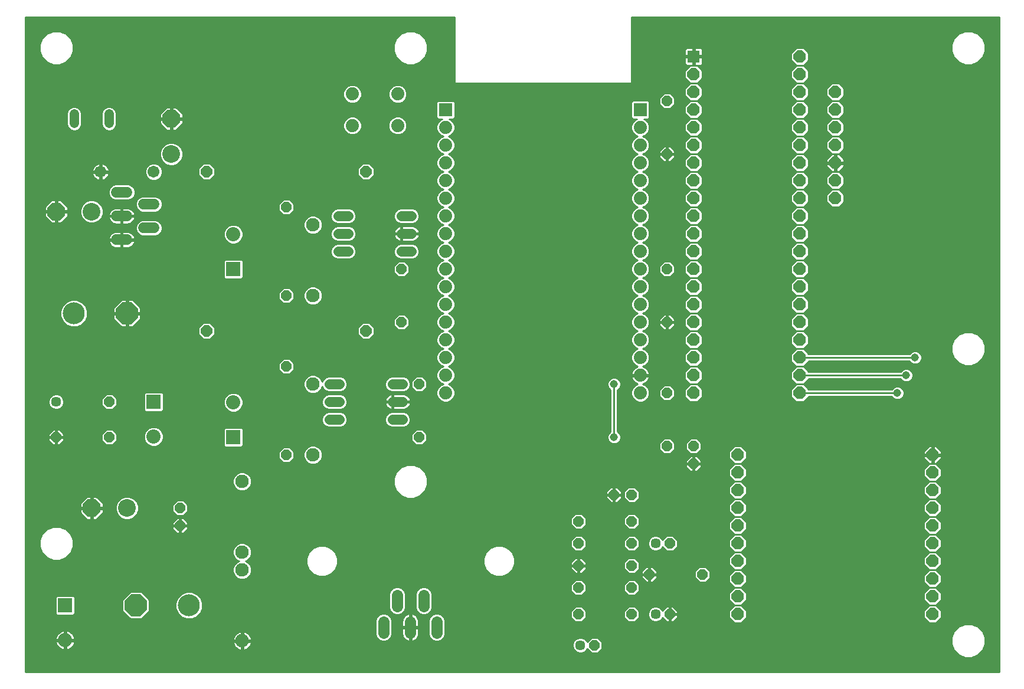
<source format=gbl>
G75*
G70*
%OFA0B0*%
%FSLAX24Y24*%
%IPPOS*%
%LPD*%
%AMOC8*
5,1,8,0,0,1.08239X$1,22.5*
%
%ADD10C,0.0640*%
%ADD11OC8,0.1240*%
%ADD12C,0.1240*%
%ADD13C,0.1000*%
%ADD14OC8,0.1000*%
%ADD15OC8,0.0570*%
%ADD16C,0.0570*%
%ADD17C,0.0760*%
%ADD18C,0.0600*%
%ADD19C,0.0673*%
%ADD20C,0.0530*%
%ADD21C,0.0570*%
%ADD22OC8,0.0640*%
%ADD23OC8,0.0700*%
%ADD24R,0.0700X0.0700*%
%ADD25C,0.0740*%
%ADD26R,0.0740X0.0740*%
%ADD27R,0.0800X0.0800*%
%ADD28C,0.0800*%
%ADD29C,0.0100*%
%ADD30C,0.0450*%
D10*
X021180Y003110D02*
X021180Y003750D01*
X021930Y004610D02*
X021930Y005250D01*
X023430Y005250D02*
X023430Y004610D01*
X022680Y003750D02*
X022680Y003110D01*
X024180Y003110D02*
X024180Y003750D01*
D11*
X007180Y004680D03*
X006680Y021180D03*
D12*
X003680Y021180D03*
X010180Y004680D03*
D13*
X006680Y010180D03*
X004680Y026930D03*
X009180Y030180D03*
D14*
X009180Y032180D03*
X002680Y026930D03*
X004680Y010180D03*
D15*
X009680Y010180D03*
X009680Y009180D03*
X015680Y013180D03*
X015680Y018180D03*
X015680Y022180D03*
X015680Y027180D03*
X022180Y023680D03*
X022180Y020680D03*
X023180Y017180D03*
X023180Y014180D03*
X032180Y009430D03*
X032180Y008180D03*
X032180Y006930D03*
X032180Y005680D03*
X032180Y004180D03*
X033080Y002430D03*
X035180Y004180D03*
X035180Y005680D03*
X036180Y006430D03*
X035180Y006930D03*
X035180Y008180D03*
X035180Y009430D03*
X035180Y010930D03*
X034180Y010930D03*
X037180Y013680D03*
X038680Y013680D03*
X038680Y012680D03*
X037180Y016680D03*
X037180Y020680D03*
X037180Y023680D03*
X037180Y030180D03*
X037180Y033180D03*
X005680Y016180D03*
X005680Y014180D03*
X002680Y014180D03*
X037330Y008180D03*
X039180Y006430D03*
X037330Y004180D03*
D16*
X036530Y004180D03*
X032280Y002430D03*
X036530Y008180D03*
X002680Y016180D03*
D17*
X013180Y011680D03*
X017180Y013180D03*
X017180Y017180D03*
X017180Y022180D03*
X017180Y026180D03*
X013180Y007680D03*
X013180Y006680D03*
X013180Y002680D03*
D18*
X006673Y025341D02*
X006073Y025341D01*
X006073Y026680D02*
X006673Y026680D01*
X007608Y026011D02*
X008208Y026011D01*
X008208Y027349D02*
X007608Y027349D01*
X006673Y028019D02*
X006073Y028019D01*
D19*
X005180Y029180D03*
X008180Y029180D03*
D20*
X005664Y031915D02*
X005664Y032445D01*
X003696Y032445D02*
X003696Y031915D01*
D21*
X018610Y026680D02*
X019180Y026680D01*
X019180Y025680D02*
X018610Y025680D01*
X018610Y024680D02*
X019180Y024680D01*
X022180Y024680D02*
X022750Y024680D01*
X022750Y025680D02*
X022180Y025680D01*
X022180Y026680D02*
X022750Y026680D01*
X022250Y017180D02*
X021680Y017180D01*
X021680Y016180D02*
X022250Y016180D01*
X022250Y015180D02*
X021680Y015180D01*
X018680Y015180D02*
X018110Y015180D01*
X018110Y016180D02*
X018680Y016180D01*
X018680Y017180D02*
X018110Y017180D01*
D22*
X020180Y020180D03*
X011180Y020180D03*
X011180Y029180D03*
X020180Y029180D03*
D23*
X038681Y028690D03*
X038681Y027690D03*
X038681Y026690D03*
X038683Y025671D03*
X038683Y024671D03*
X038683Y023671D03*
X038683Y022671D03*
X038683Y021671D03*
X038683Y020671D03*
X038683Y019671D03*
X038683Y018671D03*
X038683Y017671D03*
X038683Y016671D03*
X041171Y013176D03*
X041171Y012176D03*
X041171Y011176D03*
X041171Y010176D03*
X041171Y009176D03*
X041171Y008176D03*
X041171Y007176D03*
X041171Y006176D03*
X041171Y005176D03*
X041171Y004176D03*
X052175Y004176D03*
X052175Y005176D03*
X052175Y006176D03*
X052175Y007176D03*
X052175Y008176D03*
X052175Y009176D03*
X052175Y010176D03*
X052175Y011176D03*
X052175Y012176D03*
X052175Y013176D03*
X044683Y016671D03*
X044683Y017671D03*
X044683Y018671D03*
X044683Y019671D03*
X044683Y020671D03*
X044683Y021671D03*
X044683Y022671D03*
X044683Y023671D03*
X044683Y024671D03*
X044683Y025671D03*
X044681Y026690D03*
X044681Y027690D03*
X044681Y028690D03*
X044681Y029690D03*
X044681Y030690D03*
X044681Y031690D03*
X044681Y032690D03*
X044681Y033690D03*
X044681Y034690D03*
X044681Y035690D03*
X046680Y033680D03*
X046680Y032680D03*
X046680Y031680D03*
X046680Y030680D03*
X046680Y029680D03*
X046680Y028680D03*
X046680Y027680D03*
X038681Y029690D03*
X038681Y030690D03*
X038681Y031690D03*
X038681Y032690D03*
X038681Y033690D03*
X038681Y034690D03*
D24*
X038681Y035690D03*
D25*
X035664Y031684D03*
X035664Y030684D03*
X035664Y029684D03*
X035664Y028684D03*
X035664Y027684D03*
X035664Y026684D03*
X035664Y025684D03*
X035664Y024684D03*
X035664Y023684D03*
X035664Y022684D03*
X035664Y021684D03*
X035664Y020684D03*
X035664Y019684D03*
X035664Y018684D03*
X035664Y017684D03*
X035664Y016684D03*
X024672Y016681D03*
X024672Y017681D03*
X024672Y018681D03*
X024672Y019681D03*
X024672Y020681D03*
X024672Y021681D03*
X024672Y022681D03*
X024672Y023681D03*
X024672Y024681D03*
X024672Y025681D03*
X024672Y026681D03*
X024672Y027681D03*
X024672Y028681D03*
X024672Y029681D03*
X024672Y030681D03*
X024672Y031681D03*
X021960Y031790D03*
X019400Y031790D03*
X019400Y033570D03*
X021960Y033570D03*
D26*
X024672Y032681D03*
X035664Y032684D03*
D27*
X012680Y023680D03*
X008180Y016180D03*
X012680Y014180D03*
X003180Y004680D03*
D28*
X003180Y002711D03*
X008180Y014211D03*
X012680Y016149D03*
X012680Y025649D03*
D29*
X000930Y037930D02*
X000930Y000930D01*
X055922Y000930D01*
X055922Y037930D01*
X035180Y037930D01*
X035180Y034180D01*
X025180Y034180D01*
X025180Y037930D01*
X000930Y037930D01*
X000930Y037913D02*
X025180Y037913D01*
X025180Y037815D02*
X000930Y037815D01*
X000930Y037716D02*
X025180Y037716D01*
X025180Y037618D02*
X000930Y037618D01*
X000930Y037519D02*
X025180Y037519D01*
X025180Y037421D02*
X000930Y037421D01*
X000930Y037322D02*
X025180Y037322D01*
X025180Y037224D02*
X000930Y037224D01*
X000930Y037125D02*
X002466Y037125D01*
X002490Y037135D02*
X002139Y036990D01*
X001870Y036721D01*
X001725Y036370D01*
X001725Y035990D01*
X001870Y035639D01*
X002139Y035370D01*
X002490Y035225D01*
X002870Y035225D01*
X003221Y035370D01*
X003490Y035639D01*
X003635Y035990D01*
X003635Y036370D01*
X003490Y036721D01*
X003221Y036990D01*
X002870Y037135D01*
X002490Y037135D01*
X002228Y037027D02*
X000930Y037027D01*
X000930Y036928D02*
X002078Y036928D01*
X001979Y036830D02*
X000930Y036830D01*
X000930Y036731D02*
X001881Y036731D01*
X001834Y036633D02*
X000930Y036633D01*
X000930Y036534D02*
X001793Y036534D01*
X001752Y036436D02*
X000930Y036436D01*
X000930Y036337D02*
X001725Y036337D01*
X001725Y036239D02*
X000930Y036239D01*
X000930Y036140D02*
X001725Y036140D01*
X001725Y036042D02*
X000930Y036042D01*
X000930Y035943D02*
X001744Y035943D01*
X001785Y035845D02*
X000930Y035845D01*
X000930Y035746D02*
X001826Y035746D01*
X001867Y035648D02*
X000930Y035648D01*
X000930Y035549D02*
X001960Y035549D01*
X002059Y035451D02*
X000930Y035451D01*
X000930Y035352D02*
X002183Y035352D01*
X002421Y035254D02*
X000930Y035254D01*
X000930Y035155D02*
X025180Y035155D01*
X025180Y035057D02*
X000930Y035057D01*
X000930Y034958D02*
X025180Y034958D01*
X025180Y034860D02*
X000930Y034860D01*
X000930Y034761D02*
X025180Y034761D01*
X025180Y034663D02*
X000930Y034663D01*
X000930Y034564D02*
X025180Y034564D01*
X025180Y034466D02*
X000930Y034466D01*
X000930Y034367D02*
X025180Y034367D01*
X025180Y034269D02*
X000930Y034269D01*
X000930Y034170D02*
X038454Y034170D01*
X038474Y034190D02*
X038181Y033897D01*
X038181Y033483D01*
X038474Y033190D01*
X038889Y033190D01*
X039181Y033483D01*
X039181Y033897D01*
X038889Y034190D01*
X039181Y034483D01*
X039181Y034897D01*
X038889Y035190D01*
X038474Y035190D01*
X038181Y034897D01*
X038181Y034483D01*
X038474Y034190D01*
X038889Y034190D01*
X038474Y034190D01*
X038396Y034269D02*
X035180Y034269D01*
X035180Y034367D02*
X038297Y034367D01*
X038199Y034466D02*
X035180Y034466D01*
X035180Y034564D02*
X038181Y034564D01*
X038181Y034663D02*
X035180Y034663D01*
X035180Y034761D02*
X038181Y034761D01*
X038181Y034860D02*
X035180Y034860D01*
X035180Y034958D02*
X038242Y034958D01*
X038341Y035057D02*
X035180Y035057D01*
X035180Y035155D02*
X038439Y035155D01*
X038312Y035190D02*
X038631Y035190D01*
X038631Y035640D01*
X038181Y035640D01*
X038181Y035320D01*
X038192Y035282D01*
X038211Y035248D01*
X038239Y035220D01*
X038274Y035200D01*
X038312Y035190D01*
X038208Y035254D02*
X035180Y035254D01*
X035180Y035352D02*
X038181Y035352D01*
X038181Y035451D02*
X035180Y035451D01*
X035180Y035549D02*
X038181Y035549D01*
X038181Y035740D02*
X038631Y035740D01*
X038631Y035640D01*
X038731Y035640D01*
X038731Y035190D01*
X039051Y035190D01*
X039089Y035200D01*
X039124Y035220D01*
X039151Y035248D01*
X039171Y035282D01*
X039181Y035320D01*
X039181Y035640D01*
X038731Y035640D01*
X038731Y035740D01*
X038631Y035740D01*
X038631Y036190D01*
X038312Y036190D01*
X038274Y036180D01*
X038239Y036160D01*
X038211Y036132D01*
X038192Y036098D01*
X038181Y036060D01*
X038181Y035740D01*
X038181Y035746D02*
X035180Y035746D01*
X035180Y035648D02*
X038631Y035648D01*
X038631Y035746D02*
X038731Y035746D01*
X038731Y035740D02*
X038731Y036190D01*
X039051Y036190D01*
X039089Y036180D01*
X039124Y036160D01*
X039151Y036132D01*
X039171Y036098D01*
X039181Y036060D01*
X039181Y035740D01*
X038731Y035740D01*
X038731Y035648D02*
X044181Y035648D01*
X044181Y035746D02*
X039181Y035746D01*
X039181Y035845D02*
X044181Y035845D01*
X044181Y035897D02*
X044181Y035483D01*
X044474Y035190D01*
X044889Y035190D01*
X045181Y035483D01*
X045181Y035897D01*
X044889Y036190D01*
X044474Y036190D01*
X044181Y035897D01*
X044227Y035943D02*
X039181Y035943D01*
X039181Y036042D02*
X044326Y036042D01*
X044424Y036140D02*
X039144Y036140D01*
X038731Y036140D02*
X038631Y036140D01*
X038631Y036042D02*
X038731Y036042D01*
X038731Y035943D02*
X038631Y035943D01*
X038631Y035845D02*
X038731Y035845D01*
X038731Y035549D02*
X038631Y035549D01*
X038631Y035451D02*
X038731Y035451D01*
X038731Y035352D02*
X038631Y035352D01*
X038631Y035254D02*
X038731Y035254D01*
X038924Y035155D02*
X044439Y035155D01*
X044474Y035190D02*
X044181Y034897D01*
X044181Y034483D01*
X044474Y034190D01*
X044889Y034190D01*
X045181Y034483D01*
X045181Y034897D01*
X044889Y035190D01*
X044474Y035190D01*
X044411Y035254D02*
X039155Y035254D01*
X039181Y035352D02*
X044312Y035352D01*
X044214Y035451D02*
X039181Y035451D01*
X039181Y035549D02*
X044181Y035549D01*
X044341Y035057D02*
X039022Y035057D01*
X039121Y034958D02*
X044242Y034958D01*
X044181Y034860D02*
X039181Y034860D01*
X039181Y034761D02*
X044181Y034761D01*
X044181Y034663D02*
X039181Y034663D01*
X039181Y034564D02*
X044181Y034564D01*
X044199Y034466D02*
X039164Y034466D01*
X039065Y034367D02*
X044297Y034367D01*
X044396Y034269D02*
X038967Y034269D01*
X038909Y034170D02*
X044454Y034170D01*
X044474Y034190D02*
X044181Y033897D01*
X044181Y033483D01*
X044474Y033190D01*
X044889Y033190D01*
X045181Y033483D01*
X045181Y033897D01*
X044889Y034190D01*
X044474Y034190D01*
X044356Y034072D02*
X039007Y034072D01*
X039106Y033973D02*
X044257Y033973D01*
X044181Y033875D02*
X039181Y033875D01*
X039181Y033776D02*
X044181Y033776D01*
X044181Y033678D02*
X039181Y033678D01*
X039181Y033579D02*
X044181Y033579D01*
X044184Y033481D02*
X039179Y033481D01*
X039080Y033382D02*
X044282Y033382D01*
X044381Y033284D02*
X038982Y033284D01*
X038889Y033190D02*
X038474Y033190D01*
X038181Y032897D01*
X038181Y032483D01*
X038474Y032190D01*
X038889Y032190D01*
X039181Y032483D01*
X039181Y032897D01*
X038889Y033190D01*
X038894Y033185D02*
X044469Y033185D01*
X044474Y033190D02*
X044181Y032897D01*
X044181Y032483D01*
X044474Y032190D01*
X044889Y032190D01*
X045181Y032483D01*
X045181Y032897D01*
X044889Y033190D01*
X044474Y033190D01*
X044371Y033087D02*
X038992Y033087D01*
X039091Y032988D02*
X044272Y032988D01*
X044181Y032890D02*
X039181Y032890D01*
X039181Y032791D02*
X044181Y032791D01*
X044181Y032693D02*
X039181Y032693D01*
X039181Y032594D02*
X044181Y032594D01*
X044181Y032496D02*
X039181Y032496D01*
X039095Y032397D02*
X044267Y032397D01*
X044366Y032299D02*
X038997Y032299D01*
X038898Y032200D02*
X044464Y032200D01*
X044474Y032190D02*
X044181Y031897D01*
X044181Y031483D01*
X044474Y031190D01*
X044889Y031190D01*
X045181Y031483D01*
X045181Y031897D01*
X044889Y032190D01*
X044474Y032190D01*
X044386Y032102D02*
X038977Y032102D01*
X038889Y032190D02*
X038474Y032190D01*
X038181Y031897D01*
X038181Y031483D01*
X038474Y031190D01*
X038889Y031190D01*
X039181Y031483D01*
X039181Y031897D01*
X038889Y032190D01*
X039076Y032003D02*
X044287Y032003D01*
X044189Y031905D02*
X039174Y031905D01*
X039181Y031806D02*
X044181Y031806D01*
X044181Y031708D02*
X039181Y031708D01*
X039181Y031609D02*
X044181Y031609D01*
X044181Y031511D02*
X039181Y031511D01*
X039110Y031412D02*
X044252Y031412D01*
X044351Y031314D02*
X039012Y031314D01*
X038913Y031215D02*
X044449Y031215D01*
X044474Y031190D02*
X044181Y030897D01*
X044181Y030483D01*
X044474Y030190D01*
X044889Y030190D01*
X045181Y030483D01*
X045181Y030897D01*
X044889Y031190D01*
X044474Y031190D01*
X044401Y031117D02*
X038962Y031117D01*
X038889Y031190D02*
X038474Y031190D01*
X038181Y030897D01*
X038181Y030483D01*
X038474Y030190D01*
X038889Y030190D01*
X039181Y030483D01*
X039181Y030897D01*
X038889Y031190D01*
X039061Y031018D02*
X044302Y031018D01*
X044204Y030920D02*
X039159Y030920D01*
X039181Y030821D02*
X044181Y030821D01*
X044181Y030723D02*
X039181Y030723D01*
X039181Y030624D02*
X044181Y030624D01*
X044181Y030526D02*
X039181Y030526D01*
X039125Y030427D02*
X044237Y030427D01*
X044336Y030329D02*
X039027Y030329D01*
X038928Y030230D02*
X044434Y030230D01*
X044474Y030190D02*
X044181Y029897D01*
X044181Y029483D01*
X044474Y029190D01*
X044889Y029190D01*
X045181Y029483D01*
X045181Y029897D01*
X044889Y030190D01*
X044474Y030190D01*
X044416Y030132D02*
X038947Y030132D01*
X038889Y030190D02*
X038474Y030190D01*
X038181Y029897D01*
X038181Y029483D01*
X038474Y029190D01*
X038889Y029190D01*
X039181Y029483D01*
X039181Y029897D01*
X038889Y030190D01*
X039046Y030033D02*
X044317Y030033D01*
X044219Y029935D02*
X039144Y029935D01*
X039181Y029836D02*
X044181Y029836D01*
X044181Y029738D02*
X039181Y029738D01*
X039181Y029639D02*
X044181Y029639D01*
X044181Y029541D02*
X039181Y029541D01*
X039140Y029442D02*
X044222Y029442D01*
X044321Y029344D02*
X039042Y029344D01*
X038943Y029245D02*
X044419Y029245D01*
X044474Y029190D02*
X044181Y028897D01*
X044181Y028483D01*
X044474Y028190D01*
X044889Y028190D01*
X045181Y028483D01*
X045181Y028897D01*
X044889Y029190D01*
X044474Y029190D01*
X044431Y029147D02*
X038932Y029147D01*
X038889Y029190D02*
X038474Y029190D01*
X038181Y028897D01*
X038181Y028483D01*
X038474Y028190D01*
X038889Y028190D01*
X039181Y028483D01*
X039181Y028897D01*
X038889Y029190D01*
X039031Y029048D02*
X044332Y029048D01*
X044234Y028950D02*
X039129Y028950D01*
X039181Y028851D02*
X044181Y028851D01*
X044181Y028753D02*
X039181Y028753D01*
X039181Y028654D02*
X044181Y028654D01*
X044181Y028556D02*
X039181Y028556D01*
X039155Y028457D02*
X044207Y028457D01*
X044306Y028359D02*
X039057Y028359D01*
X038958Y028260D02*
X044404Y028260D01*
X044474Y028190D02*
X044181Y027897D01*
X044181Y027483D01*
X044474Y027190D01*
X044889Y027190D01*
X045181Y027483D01*
X045181Y027897D01*
X044889Y028190D01*
X044474Y028190D01*
X044446Y028162D02*
X038917Y028162D01*
X038889Y028190D02*
X038474Y028190D01*
X038181Y027897D01*
X038181Y027483D01*
X038474Y027190D01*
X038889Y027190D01*
X039181Y027483D01*
X039181Y027897D01*
X038889Y028190D01*
X039016Y028063D02*
X044347Y028063D01*
X044249Y027965D02*
X039114Y027965D01*
X039181Y027866D02*
X044181Y027866D01*
X044181Y027768D02*
X039181Y027768D01*
X039181Y027669D02*
X044181Y027669D01*
X044181Y027571D02*
X039181Y027571D01*
X039170Y027472D02*
X044192Y027472D01*
X044291Y027374D02*
X039072Y027374D01*
X038973Y027275D02*
X044389Y027275D01*
X044474Y027190D02*
X044181Y026897D01*
X044181Y026483D01*
X044474Y026190D01*
X044889Y026190D01*
X045181Y026483D01*
X045181Y026897D01*
X044889Y027190D01*
X044474Y027190D01*
X044461Y027177D02*
X038902Y027177D01*
X038889Y027190D02*
X038474Y027190D01*
X038181Y026897D01*
X038181Y026483D01*
X038474Y026190D01*
X038889Y026190D01*
X039181Y026483D01*
X039181Y026897D01*
X038889Y027190D01*
X039001Y027078D02*
X044362Y027078D01*
X044264Y026980D02*
X039099Y026980D01*
X039181Y026881D02*
X044181Y026881D01*
X044181Y026783D02*
X039181Y026783D01*
X039181Y026684D02*
X044181Y026684D01*
X044181Y026586D02*
X039181Y026586D01*
X039181Y026487D02*
X044181Y026487D01*
X044276Y026389D02*
X039087Y026389D01*
X038988Y026290D02*
X044374Y026290D01*
X044473Y026192D02*
X038890Y026192D01*
X038890Y026171D02*
X038476Y026171D01*
X038183Y025878D01*
X038183Y025463D01*
X038476Y025171D01*
X038890Y025171D01*
X039183Y025463D01*
X039183Y025878D01*
X038890Y026171D01*
X038967Y026093D02*
X044398Y026093D01*
X044476Y026171D02*
X044183Y025878D01*
X044183Y025463D01*
X044476Y025171D01*
X044183Y024878D01*
X044183Y024463D01*
X044476Y024171D01*
X044183Y023878D01*
X044183Y023463D01*
X044476Y023171D01*
X044183Y022878D01*
X044183Y022463D01*
X044476Y022171D01*
X044183Y021878D01*
X044183Y021463D01*
X044476Y021171D01*
X044183Y020878D01*
X044183Y020463D01*
X044476Y020171D01*
X044183Y019878D01*
X044183Y019463D01*
X044476Y019171D01*
X044183Y018878D01*
X044183Y018463D01*
X044476Y018171D01*
X044183Y017878D01*
X044183Y017463D01*
X044476Y017171D01*
X044890Y017171D01*
X045183Y017463D01*
X045183Y017471D01*
X050361Y017471D01*
X050362Y017468D01*
X050468Y017362D01*
X050605Y017305D01*
X050755Y017305D01*
X050892Y017362D01*
X050998Y017468D01*
X051055Y017605D01*
X051055Y017755D01*
X050998Y017892D01*
X050892Y017998D01*
X050755Y018055D01*
X050605Y018055D01*
X050468Y017998D01*
X050362Y017892D01*
X050353Y017871D01*
X045183Y017871D01*
X045183Y017878D01*
X044890Y018171D01*
X045183Y018463D01*
X045183Y018471D01*
X048588Y018471D01*
X048588Y018470D01*
X048671Y018471D01*
X048753Y018471D01*
X048754Y018471D01*
X050857Y018479D01*
X050862Y018468D01*
X050968Y018362D01*
X051105Y018305D01*
X051255Y018305D01*
X051392Y018362D01*
X051498Y018468D01*
X051555Y018605D01*
X051555Y018755D01*
X051498Y018892D01*
X051392Y018998D01*
X051255Y019055D01*
X051105Y019055D01*
X050968Y018998D01*
X050862Y018892D01*
X050856Y018879D01*
X048670Y018871D01*
X045183Y018871D01*
X045183Y018878D01*
X044890Y019171D01*
X045183Y019463D01*
X045183Y019878D01*
X044890Y020171D01*
X045183Y020463D01*
X045183Y020878D01*
X044890Y021171D01*
X045183Y021463D01*
X045183Y021878D01*
X044890Y022171D01*
X045183Y022463D01*
X045183Y022878D01*
X044890Y023171D01*
X045183Y023463D01*
X045183Y023878D01*
X044890Y024171D01*
X045183Y024463D01*
X045183Y024878D01*
X044890Y025171D01*
X045183Y025463D01*
X045183Y025878D01*
X044890Y026171D01*
X044476Y026171D01*
X044300Y025995D02*
X039066Y025995D01*
X039164Y025896D02*
X044201Y025896D01*
X044183Y025798D02*
X039183Y025798D01*
X039183Y025699D02*
X044183Y025699D01*
X044183Y025601D02*
X039183Y025601D01*
X039183Y025502D02*
X044183Y025502D01*
X044243Y025404D02*
X039123Y025404D01*
X039024Y025305D02*
X044341Y025305D01*
X044440Y025207D02*
X038926Y025207D01*
X038890Y025171D02*
X038476Y025171D01*
X038183Y024878D01*
X038183Y024463D01*
X038476Y024171D01*
X038890Y024171D01*
X039183Y024463D01*
X039183Y024878D01*
X038890Y025171D01*
X038952Y025108D02*
X044413Y025108D01*
X044476Y025171D02*
X044890Y025171D01*
X044476Y025171D01*
X044315Y025010D02*
X039051Y025010D01*
X039149Y024911D02*
X044216Y024911D01*
X044183Y024813D02*
X039183Y024813D01*
X039183Y024714D02*
X044183Y024714D01*
X044183Y024616D02*
X039183Y024616D01*
X039183Y024517D02*
X044183Y024517D01*
X044228Y024419D02*
X039138Y024419D01*
X039039Y024320D02*
X044326Y024320D01*
X044425Y024222D02*
X038941Y024222D01*
X038890Y024171D02*
X038476Y024171D01*
X038183Y023878D01*
X038183Y023463D01*
X038476Y023171D01*
X038890Y023171D01*
X039183Y023463D01*
X039183Y023878D01*
X038890Y024171D01*
X038937Y024123D02*
X044428Y024123D01*
X044476Y024171D02*
X044890Y024171D01*
X044476Y024171D01*
X044330Y024025D02*
X039036Y024025D01*
X039134Y023926D02*
X044231Y023926D01*
X044183Y023828D02*
X039183Y023828D01*
X039183Y023729D02*
X044183Y023729D01*
X044183Y023631D02*
X039183Y023631D01*
X039183Y023532D02*
X044183Y023532D01*
X044213Y023434D02*
X039153Y023434D01*
X039054Y023335D02*
X044311Y023335D01*
X044410Y023237D02*
X038956Y023237D01*
X038890Y023171D02*
X038476Y023171D01*
X038183Y022878D01*
X038183Y022463D01*
X038476Y022171D01*
X038890Y022171D01*
X039183Y022463D01*
X039183Y022878D01*
X038890Y023171D01*
X038922Y023138D02*
X044443Y023138D01*
X044476Y023171D02*
X044890Y023171D01*
X044476Y023171D01*
X044345Y023040D02*
X039021Y023040D01*
X039119Y022941D02*
X044246Y022941D01*
X044183Y022843D02*
X039183Y022843D01*
X039183Y022744D02*
X044183Y022744D01*
X044183Y022646D02*
X039183Y022646D01*
X039183Y022547D02*
X044183Y022547D01*
X044198Y022449D02*
X039168Y022449D01*
X039069Y022350D02*
X044296Y022350D01*
X044395Y022252D02*
X038971Y022252D01*
X038890Y022171D02*
X038476Y022171D01*
X038183Y021878D01*
X038183Y021463D01*
X038476Y021171D01*
X038890Y021171D01*
X039183Y021463D01*
X039183Y021878D01*
X038890Y022171D01*
X038907Y022153D02*
X044458Y022153D01*
X044476Y022171D02*
X044890Y022171D01*
X044476Y022171D01*
X044360Y022055D02*
X039006Y022055D01*
X039104Y021956D02*
X044261Y021956D01*
X044183Y021858D02*
X039183Y021858D01*
X039183Y021759D02*
X044183Y021759D01*
X044183Y021661D02*
X039183Y021661D01*
X039183Y021562D02*
X044183Y021562D01*
X044183Y021464D02*
X039183Y021464D01*
X039084Y021365D02*
X044281Y021365D01*
X044380Y021267D02*
X038986Y021267D01*
X038890Y021171D02*
X038476Y021171D01*
X038183Y020878D01*
X038183Y020463D01*
X038476Y020171D01*
X038890Y020171D01*
X039183Y020463D01*
X039183Y020878D01*
X038890Y021171D01*
X038892Y021168D02*
X044473Y021168D01*
X044476Y021171D02*
X044890Y021171D01*
X044476Y021171D01*
X044375Y021070D02*
X038991Y021070D01*
X039089Y020971D02*
X044276Y020971D01*
X044183Y020873D02*
X039183Y020873D01*
X039183Y020774D02*
X044183Y020774D01*
X044183Y020676D02*
X039183Y020676D01*
X039183Y020577D02*
X044183Y020577D01*
X044183Y020479D02*
X039183Y020479D01*
X039099Y020380D02*
X044266Y020380D01*
X044365Y020282D02*
X039001Y020282D01*
X038902Y020183D02*
X044463Y020183D01*
X044476Y020171D02*
X044890Y020171D01*
X044476Y020171D01*
X044390Y020085D02*
X038976Y020085D01*
X038890Y020171D02*
X038476Y020171D01*
X038183Y019878D01*
X038183Y019463D01*
X038476Y019171D01*
X038890Y019171D01*
X039183Y019463D01*
X039183Y019878D01*
X038890Y020171D01*
X039074Y019986D02*
X044291Y019986D01*
X044193Y019888D02*
X039173Y019888D01*
X039183Y019789D02*
X044183Y019789D01*
X044183Y019691D02*
X039183Y019691D01*
X039183Y019592D02*
X044183Y019592D01*
X044183Y019494D02*
X039183Y019494D01*
X039114Y019395D02*
X044251Y019395D01*
X044350Y019297D02*
X039016Y019297D01*
X038917Y019198D02*
X044448Y019198D01*
X044476Y019171D02*
X044890Y019171D01*
X044476Y019171D01*
X044405Y019100D02*
X038961Y019100D01*
X038890Y019171D02*
X038476Y019171D01*
X038183Y018878D01*
X038183Y018463D01*
X038476Y018171D01*
X038890Y018171D01*
X039183Y018463D01*
X039183Y018878D01*
X038890Y019171D01*
X039059Y019001D02*
X044306Y019001D01*
X044208Y018903D02*
X039158Y018903D01*
X039183Y018804D02*
X044183Y018804D01*
X044183Y018706D02*
X039183Y018706D01*
X039183Y018607D02*
X044183Y018607D01*
X044183Y018509D02*
X039183Y018509D01*
X039129Y018410D02*
X044236Y018410D01*
X044335Y018312D02*
X039031Y018312D01*
X038932Y018213D02*
X044433Y018213D01*
X044476Y018171D02*
X044890Y018171D01*
X044476Y018171D01*
X044420Y018115D02*
X038946Y018115D01*
X038890Y018171D02*
X038476Y018171D01*
X038183Y017878D01*
X038183Y017463D01*
X038476Y017171D01*
X038890Y017171D01*
X039183Y017463D01*
X039183Y017878D01*
X038890Y018171D01*
X039044Y018016D02*
X044321Y018016D01*
X044223Y017918D02*
X039143Y017918D01*
X039183Y017819D02*
X044183Y017819D01*
X044183Y017721D02*
X039183Y017721D01*
X039183Y017622D02*
X044183Y017622D01*
X044183Y017524D02*
X039183Y017524D01*
X039144Y017425D02*
X044221Y017425D01*
X044320Y017327D02*
X039046Y017327D01*
X038947Y017228D02*
X044418Y017228D01*
X044476Y017171D02*
X044183Y016878D01*
X044183Y016463D01*
X044476Y016171D01*
X044890Y016171D01*
X045183Y016463D01*
X045183Y016471D01*
X048588Y016471D01*
X048589Y016470D01*
X048671Y016471D01*
X048753Y016471D01*
X048754Y016471D01*
X049858Y016478D01*
X049862Y016468D01*
X049968Y016362D01*
X050105Y016305D01*
X050255Y016305D01*
X050392Y016362D01*
X050498Y016468D01*
X050555Y016605D01*
X050555Y016755D01*
X050498Y016892D01*
X050392Y016998D01*
X050255Y017055D01*
X050105Y017055D01*
X049968Y016998D01*
X049862Y016892D01*
X049856Y016878D01*
X048670Y016871D01*
X045183Y016871D01*
X045183Y016878D01*
X044890Y017171D01*
X044476Y017171D01*
X044435Y017130D02*
X038931Y017130D01*
X038890Y017171D02*
X038476Y017171D01*
X038183Y016878D01*
X038183Y016463D01*
X038476Y016171D01*
X038890Y016171D01*
X039183Y016463D01*
X039183Y016878D01*
X038890Y017171D01*
X039029Y017031D02*
X044336Y017031D01*
X044238Y016933D02*
X039128Y016933D01*
X039183Y016834D02*
X044183Y016834D01*
X044183Y016736D02*
X039183Y016736D01*
X039183Y016637D02*
X044183Y016637D01*
X044183Y016539D02*
X039183Y016539D01*
X039159Y016440D02*
X044206Y016440D01*
X044305Y016342D02*
X039061Y016342D01*
X038962Y016243D02*
X044403Y016243D01*
X044683Y016671D02*
X048671Y016671D01*
X050180Y016680D01*
X050527Y016539D02*
X055922Y016539D01*
X055922Y016637D02*
X050555Y016637D01*
X050555Y016736D02*
X055922Y016736D01*
X055922Y016834D02*
X050522Y016834D01*
X050458Y016933D02*
X055922Y016933D01*
X055922Y017031D02*
X050312Y017031D01*
X050048Y017031D02*
X045029Y017031D01*
X044931Y017130D02*
X055922Y017130D01*
X055922Y017228D02*
X044947Y017228D01*
X045046Y017327D02*
X050553Y017327D01*
X050405Y017425D02*
X045144Y017425D01*
X045128Y016933D02*
X049902Y016933D01*
X049890Y016440D02*
X045159Y016440D01*
X045061Y016342D02*
X050017Y016342D01*
X050343Y016342D02*
X055922Y016342D01*
X055922Y016440D02*
X050470Y016440D01*
X050807Y017327D02*
X055922Y017327D01*
X055922Y017425D02*
X050955Y017425D01*
X051021Y017524D02*
X055922Y017524D01*
X055922Y017622D02*
X051055Y017622D01*
X051055Y017721D02*
X055922Y017721D01*
X055922Y017819D02*
X051028Y017819D01*
X050973Y017918D02*
X055922Y017918D01*
X055922Y018016D02*
X050849Y018016D01*
X050511Y018016D02*
X045044Y018016D01*
X044946Y018115D02*
X055922Y018115D01*
X055922Y018213D02*
X044932Y018213D01*
X045031Y018312D02*
X051090Y018312D01*
X051270Y018312D02*
X053781Y018312D01*
X053639Y018370D02*
X053990Y018225D01*
X054370Y018225D01*
X054721Y018370D01*
X054990Y018639D01*
X055135Y018990D01*
X055135Y019370D01*
X054990Y019721D01*
X054721Y019990D01*
X054370Y020135D01*
X053990Y020135D01*
X053639Y019990D01*
X053370Y019721D01*
X053225Y019370D01*
X053225Y018990D01*
X053370Y018639D01*
X053639Y018370D01*
X053599Y018410D02*
X051440Y018410D01*
X051515Y018509D02*
X053501Y018509D01*
X053402Y018607D02*
X051555Y018607D01*
X051555Y018706D02*
X053343Y018706D01*
X053302Y018804D02*
X051535Y018804D01*
X051488Y018903D02*
X053261Y018903D01*
X053225Y019001D02*
X051385Y019001D01*
X051180Y018680D02*
X048671Y018671D01*
X044683Y018671D01*
X045059Y019001D02*
X050975Y019001D01*
X050872Y018903D02*
X045158Y018903D01*
X044961Y019100D02*
X053225Y019100D01*
X053225Y019198D02*
X044917Y019198D01*
X045016Y019297D02*
X053225Y019297D01*
X053235Y019395D02*
X045114Y019395D01*
X045183Y019494D02*
X053276Y019494D01*
X053317Y019592D02*
X045183Y019592D01*
X045183Y019691D02*
X053358Y019691D01*
X053438Y019789D02*
X045183Y019789D01*
X045173Y019888D02*
X053537Y019888D01*
X053635Y019986D02*
X045074Y019986D01*
X044976Y020085D02*
X053868Y020085D01*
X054492Y020085D02*
X055922Y020085D01*
X055922Y020183D02*
X044902Y020183D01*
X045001Y020282D02*
X055922Y020282D01*
X055922Y020380D02*
X045099Y020380D01*
X045183Y020479D02*
X055922Y020479D01*
X055922Y020577D02*
X045183Y020577D01*
X045183Y020676D02*
X055922Y020676D01*
X055922Y020774D02*
X045183Y020774D01*
X045183Y020873D02*
X055922Y020873D01*
X055922Y020971D02*
X045089Y020971D01*
X044991Y021070D02*
X055922Y021070D01*
X055922Y021168D02*
X044892Y021168D01*
X044986Y021267D02*
X055922Y021267D01*
X055922Y021365D02*
X045084Y021365D01*
X045183Y021464D02*
X055922Y021464D01*
X055922Y021562D02*
X045183Y021562D01*
X045183Y021661D02*
X055922Y021661D01*
X055922Y021759D02*
X045183Y021759D01*
X045183Y021858D02*
X055922Y021858D01*
X055922Y021956D02*
X045104Y021956D01*
X045006Y022055D02*
X055922Y022055D01*
X055922Y022153D02*
X044907Y022153D01*
X044971Y022252D02*
X055922Y022252D01*
X055922Y022350D02*
X045069Y022350D01*
X045168Y022449D02*
X055922Y022449D01*
X055922Y022547D02*
X045183Y022547D01*
X045183Y022646D02*
X055922Y022646D01*
X055922Y022744D02*
X045183Y022744D01*
X045183Y022843D02*
X055922Y022843D01*
X055922Y022941D02*
X045119Y022941D01*
X045021Y023040D02*
X055922Y023040D01*
X055922Y023138D02*
X044922Y023138D01*
X044956Y023237D02*
X055922Y023237D01*
X055922Y023335D02*
X045054Y023335D01*
X045153Y023434D02*
X055922Y023434D01*
X055922Y023532D02*
X045183Y023532D01*
X045183Y023631D02*
X055922Y023631D01*
X055922Y023729D02*
X045183Y023729D01*
X045183Y023828D02*
X055922Y023828D01*
X055922Y023926D02*
X045134Y023926D01*
X045036Y024025D02*
X055922Y024025D01*
X055922Y024123D02*
X044937Y024123D01*
X044941Y024222D02*
X055922Y024222D01*
X055922Y024320D02*
X045039Y024320D01*
X045138Y024419D02*
X055922Y024419D01*
X055922Y024517D02*
X045183Y024517D01*
X045183Y024616D02*
X055922Y024616D01*
X055922Y024714D02*
X045183Y024714D01*
X045183Y024813D02*
X055922Y024813D01*
X055922Y024911D02*
X045149Y024911D01*
X045051Y025010D02*
X055922Y025010D01*
X055922Y025108D02*
X044952Y025108D01*
X044926Y025207D02*
X055922Y025207D01*
X055922Y025305D02*
X045024Y025305D01*
X045123Y025404D02*
X055922Y025404D01*
X055922Y025502D02*
X045183Y025502D01*
X045183Y025601D02*
X055922Y025601D01*
X055922Y025699D02*
X045183Y025699D01*
X045183Y025798D02*
X055922Y025798D01*
X055922Y025896D02*
X045164Y025896D01*
X045066Y025995D02*
X055922Y025995D01*
X055922Y026093D02*
X044967Y026093D01*
X044890Y026192D02*
X055922Y026192D01*
X055922Y026290D02*
X044988Y026290D01*
X045087Y026389D02*
X055922Y026389D01*
X055922Y026487D02*
X045181Y026487D01*
X045181Y026586D02*
X055922Y026586D01*
X055922Y026684D02*
X045181Y026684D01*
X045181Y026783D02*
X055922Y026783D01*
X055922Y026881D02*
X045181Y026881D01*
X045099Y026980D02*
X055922Y026980D01*
X055922Y027078D02*
X045001Y027078D01*
X044902Y027177D02*
X055922Y027177D01*
X055922Y027275D02*
X046982Y027275D01*
X046887Y027180D02*
X047180Y027473D01*
X047180Y027887D01*
X046887Y028180D01*
X047180Y028473D01*
X047180Y028887D01*
X046887Y029180D01*
X047180Y029473D01*
X047180Y029630D01*
X046730Y029630D01*
X046730Y029730D01*
X047180Y029730D01*
X047180Y029887D01*
X046887Y030180D01*
X046730Y030180D01*
X046730Y029730D01*
X046630Y029730D01*
X046630Y030180D01*
X046473Y030180D01*
X046180Y029887D01*
X046180Y029730D01*
X046630Y029730D01*
X046630Y029630D01*
X046730Y029630D01*
X046730Y029180D01*
X046887Y029180D01*
X046473Y029180D01*
X046630Y029180D01*
X046630Y029630D01*
X046180Y029630D01*
X046180Y029473D01*
X046473Y029180D01*
X046180Y028887D01*
X046180Y028473D01*
X046473Y028180D01*
X046887Y028180D01*
X046473Y028180D01*
X046180Y027887D01*
X046180Y027473D01*
X046473Y027180D01*
X046887Y027180D01*
X047081Y027374D02*
X055922Y027374D01*
X055922Y027472D02*
X047179Y027472D01*
X047180Y027571D02*
X055922Y027571D01*
X055922Y027669D02*
X047180Y027669D01*
X047180Y027768D02*
X055922Y027768D01*
X055922Y027866D02*
X047180Y027866D01*
X047103Y027965D02*
X055922Y027965D01*
X055922Y028063D02*
X047004Y028063D01*
X046906Y028162D02*
X055922Y028162D01*
X055922Y028260D02*
X046967Y028260D01*
X047066Y028359D02*
X055922Y028359D01*
X055922Y028457D02*
X047164Y028457D01*
X047180Y028556D02*
X055922Y028556D01*
X055922Y028654D02*
X047180Y028654D01*
X047180Y028753D02*
X055922Y028753D01*
X055922Y028851D02*
X047180Y028851D01*
X047118Y028950D02*
X055922Y028950D01*
X055922Y029048D02*
X047019Y029048D01*
X046921Y029147D02*
X055922Y029147D01*
X055922Y029245D02*
X046952Y029245D01*
X047051Y029344D02*
X055922Y029344D01*
X055922Y029442D02*
X047149Y029442D01*
X047180Y029541D02*
X055922Y029541D01*
X055922Y029639D02*
X046730Y029639D01*
X046730Y029541D02*
X046630Y029541D01*
X046630Y029639D02*
X045181Y029639D01*
X045181Y029541D02*
X046180Y029541D01*
X046211Y029442D02*
X045140Y029442D01*
X045042Y029344D02*
X046309Y029344D01*
X046408Y029245D02*
X044943Y029245D01*
X044932Y029147D02*
X046439Y029147D01*
X046341Y029048D02*
X045031Y029048D01*
X045129Y028950D02*
X046242Y028950D01*
X046180Y028851D02*
X045181Y028851D01*
X045181Y028753D02*
X046180Y028753D01*
X046180Y028654D02*
X045181Y028654D01*
X045181Y028556D02*
X046180Y028556D01*
X046196Y028457D02*
X045155Y028457D01*
X045057Y028359D02*
X046294Y028359D01*
X046393Y028260D02*
X044958Y028260D01*
X044917Y028162D02*
X046454Y028162D01*
X046356Y028063D02*
X045016Y028063D01*
X045114Y027965D02*
X046257Y027965D01*
X046180Y027866D02*
X045181Y027866D01*
X045181Y027768D02*
X046180Y027768D01*
X046180Y027669D02*
X045181Y027669D01*
X045181Y027571D02*
X046180Y027571D01*
X046181Y027472D02*
X045170Y027472D01*
X045072Y027374D02*
X046279Y027374D01*
X046378Y027275D02*
X044973Y027275D01*
X046630Y029245D02*
X046730Y029245D01*
X046730Y029344D02*
X046630Y029344D01*
X046630Y029442D02*
X046730Y029442D01*
X046730Y029738D02*
X046630Y029738D01*
X046630Y029836D02*
X046730Y029836D01*
X046730Y029935D02*
X046630Y029935D01*
X046630Y030033D02*
X046730Y030033D01*
X046730Y030132D02*
X046630Y030132D01*
X046473Y030180D02*
X046887Y030180D01*
X047180Y030473D01*
X047180Y030887D01*
X046887Y031180D01*
X046473Y031180D01*
X046180Y030887D01*
X046180Y030473D01*
X046473Y030180D01*
X046424Y030132D02*
X044947Y030132D01*
X044928Y030230D02*
X046423Y030230D01*
X046324Y030329D02*
X045027Y030329D01*
X045125Y030427D02*
X046226Y030427D01*
X046180Y030526D02*
X045181Y030526D01*
X045181Y030624D02*
X046180Y030624D01*
X046180Y030723D02*
X045181Y030723D01*
X045181Y030821D02*
X046180Y030821D01*
X046212Y030920D02*
X045159Y030920D01*
X045061Y031018D02*
X046311Y031018D01*
X046409Y031117D02*
X044962Y031117D01*
X044913Y031215D02*
X046438Y031215D01*
X046473Y031180D02*
X046887Y031180D01*
X047180Y031473D01*
X047180Y031887D01*
X046887Y032180D01*
X046473Y032180D01*
X046180Y031887D01*
X046180Y031473D01*
X046473Y031180D01*
X046339Y031314D02*
X045012Y031314D01*
X045110Y031412D02*
X046241Y031412D01*
X046180Y031511D02*
X045181Y031511D01*
X045181Y031609D02*
X046180Y031609D01*
X046180Y031708D02*
X045181Y031708D01*
X045181Y031806D02*
X046180Y031806D01*
X046197Y031905D02*
X045174Y031905D01*
X045076Y032003D02*
X046296Y032003D01*
X046394Y032102D02*
X044977Y032102D01*
X044898Y032200D02*
X046453Y032200D01*
X046473Y032180D02*
X046887Y032180D01*
X047180Y032473D01*
X047180Y032887D01*
X046887Y033180D01*
X046473Y033180D01*
X046180Y032887D01*
X046180Y032473D01*
X046473Y032180D01*
X046354Y032299D02*
X044997Y032299D01*
X045095Y032397D02*
X046256Y032397D01*
X046180Y032496D02*
X045181Y032496D01*
X045181Y032594D02*
X046180Y032594D01*
X046180Y032693D02*
X045181Y032693D01*
X045181Y032791D02*
X046180Y032791D01*
X046182Y032890D02*
X045181Y032890D01*
X045091Y032988D02*
X046281Y032988D01*
X046379Y033087D02*
X044992Y033087D01*
X044894Y033185D02*
X046468Y033185D01*
X046473Y033180D02*
X046887Y033180D01*
X047180Y033473D01*
X047180Y033887D01*
X046887Y034180D01*
X046473Y034180D01*
X046180Y033887D01*
X046180Y033473D01*
X046473Y033180D01*
X046369Y033284D02*
X044982Y033284D01*
X045080Y033382D02*
X046271Y033382D01*
X046180Y033481D02*
X045179Y033481D01*
X045181Y033579D02*
X046180Y033579D01*
X046180Y033678D02*
X045181Y033678D01*
X045181Y033776D02*
X046180Y033776D01*
X046180Y033875D02*
X045181Y033875D01*
X045106Y033973D02*
X046266Y033973D01*
X046364Y034072D02*
X045007Y034072D01*
X044909Y034170D02*
X046463Y034170D01*
X046897Y034170D02*
X055922Y034170D01*
X055922Y034072D02*
X046996Y034072D01*
X047094Y033973D02*
X055922Y033973D01*
X055922Y033875D02*
X047180Y033875D01*
X047180Y033776D02*
X055922Y033776D01*
X055922Y033678D02*
X047180Y033678D01*
X047180Y033579D02*
X055922Y033579D01*
X055922Y033481D02*
X047180Y033481D01*
X047089Y033382D02*
X055922Y033382D01*
X055922Y033284D02*
X046991Y033284D01*
X046892Y033185D02*
X055922Y033185D01*
X055922Y033087D02*
X046981Y033087D01*
X047079Y032988D02*
X055922Y032988D01*
X055922Y032890D02*
X047178Y032890D01*
X047180Y032791D02*
X055922Y032791D01*
X055922Y032693D02*
X047180Y032693D01*
X047180Y032594D02*
X055922Y032594D01*
X055922Y032496D02*
X047180Y032496D01*
X047104Y032397D02*
X055922Y032397D01*
X055922Y032299D02*
X047006Y032299D01*
X046907Y032200D02*
X055922Y032200D01*
X055922Y032102D02*
X046966Y032102D01*
X047064Y032003D02*
X055922Y032003D01*
X055922Y031905D02*
X047163Y031905D01*
X047180Y031806D02*
X055922Y031806D01*
X055922Y031708D02*
X047180Y031708D01*
X047180Y031609D02*
X055922Y031609D01*
X055922Y031511D02*
X047180Y031511D01*
X047119Y031412D02*
X055922Y031412D01*
X055922Y031314D02*
X047021Y031314D01*
X046922Y031215D02*
X055922Y031215D01*
X055922Y031117D02*
X046951Y031117D01*
X047049Y031018D02*
X055922Y031018D01*
X055922Y030920D02*
X047148Y030920D01*
X047180Y030821D02*
X055922Y030821D01*
X055922Y030723D02*
X047180Y030723D01*
X047180Y030624D02*
X055922Y030624D01*
X055922Y030526D02*
X047180Y030526D01*
X047134Y030427D02*
X055922Y030427D01*
X055922Y030329D02*
X047036Y030329D01*
X046937Y030230D02*
X055922Y030230D01*
X055922Y030132D02*
X046936Y030132D01*
X047034Y030033D02*
X055922Y030033D01*
X055922Y029935D02*
X047133Y029935D01*
X047180Y029836D02*
X055922Y029836D01*
X055922Y029738D02*
X047180Y029738D01*
X046326Y030033D02*
X045046Y030033D01*
X045144Y029935D02*
X046227Y029935D01*
X046180Y029836D02*
X045181Y029836D01*
X045181Y029738D02*
X046180Y029738D01*
X044967Y034269D02*
X055922Y034269D01*
X055922Y034367D02*
X045065Y034367D01*
X045164Y034466D02*
X055922Y034466D01*
X055922Y034564D02*
X045181Y034564D01*
X045181Y034663D02*
X055922Y034663D01*
X055922Y034761D02*
X045181Y034761D01*
X045181Y034860D02*
X055922Y034860D01*
X055922Y034958D02*
X045121Y034958D01*
X045022Y035057D02*
X055922Y035057D01*
X055922Y035155D02*
X044924Y035155D01*
X044952Y035254D02*
X053921Y035254D01*
X053990Y035225D02*
X054370Y035225D01*
X054721Y035370D01*
X054990Y035639D01*
X055135Y035990D01*
X055135Y036370D01*
X054990Y036721D01*
X054721Y036990D01*
X054370Y037135D01*
X053990Y037135D01*
X053639Y036990D01*
X053370Y036721D01*
X053225Y036370D01*
X053225Y035990D01*
X053370Y035639D01*
X053639Y035370D01*
X053990Y035225D01*
X053683Y035352D02*
X045050Y035352D01*
X045149Y035451D02*
X053559Y035451D01*
X053460Y035549D02*
X045181Y035549D01*
X045181Y035648D02*
X053367Y035648D01*
X053326Y035746D02*
X045181Y035746D01*
X045181Y035845D02*
X053285Y035845D01*
X053244Y035943D02*
X045136Y035943D01*
X045037Y036042D02*
X053225Y036042D01*
X053225Y036140D02*
X044939Y036140D01*
X038219Y036140D02*
X035180Y036140D01*
X035180Y036042D02*
X038181Y036042D01*
X038181Y035943D02*
X035180Y035943D01*
X035180Y035845D02*
X038181Y035845D01*
X038356Y034072D02*
X022108Y034072D01*
X022063Y034090D02*
X021857Y034090D01*
X021665Y034011D01*
X021519Y033865D01*
X021440Y033673D01*
X021440Y033467D01*
X021519Y033275D01*
X021665Y033129D01*
X021857Y033050D01*
X022063Y033050D01*
X022255Y033129D01*
X022401Y033275D01*
X022480Y033467D01*
X022480Y033673D01*
X022401Y033865D01*
X022255Y034011D01*
X022063Y034090D01*
X021812Y034072D02*
X019548Y034072D01*
X019503Y034090D02*
X019297Y034090D01*
X019105Y034011D01*
X018959Y033865D01*
X018880Y033673D01*
X018880Y033467D01*
X018959Y033275D01*
X019105Y033129D01*
X019297Y033050D01*
X019503Y033050D01*
X019695Y033129D01*
X019841Y033275D01*
X019920Y033467D01*
X019920Y033673D01*
X019841Y033865D01*
X019695Y034011D01*
X019503Y034090D01*
X019252Y034072D02*
X000930Y034072D01*
X000930Y033973D02*
X019068Y033973D01*
X018969Y033875D02*
X000930Y033875D01*
X000930Y033776D02*
X018923Y033776D01*
X018882Y033678D02*
X000930Y033678D01*
X000930Y033579D02*
X018880Y033579D01*
X018880Y033481D02*
X000930Y033481D01*
X000930Y033382D02*
X018915Y033382D01*
X018956Y033284D02*
X000930Y033284D01*
X000930Y033185D02*
X019050Y033185D01*
X019208Y033087D02*
X000930Y033087D01*
X000930Y032988D02*
X024152Y032988D01*
X024152Y032890D02*
X000930Y032890D01*
X000930Y032791D02*
X003455Y032791D01*
X003461Y032797D02*
X003344Y032680D01*
X003281Y032528D01*
X003281Y031832D01*
X003344Y031680D01*
X003461Y031563D01*
X003613Y031500D01*
X003778Y031500D01*
X003931Y031563D01*
X004048Y031680D01*
X004111Y031832D01*
X004111Y032528D01*
X004048Y032680D01*
X003931Y032797D01*
X003778Y032860D01*
X003613Y032860D01*
X003461Y032797D01*
X003356Y032693D02*
X000930Y032693D01*
X000930Y032594D02*
X003308Y032594D01*
X003281Y032496D02*
X000930Y032496D01*
X000930Y032397D02*
X003281Y032397D01*
X003281Y032299D02*
X000930Y032299D01*
X000930Y032200D02*
X003281Y032200D01*
X003281Y032102D02*
X000930Y032102D01*
X000930Y032003D02*
X003281Y032003D01*
X003281Y031905D02*
X000930Y031905D01*
X000930Y031806D02*
X003292Y031806D01*
X003332Y031708D02*
X000930Y031708D01*
X000930Y031609D02*
X003415Y031609D01*
X003588Y031511D02*
X000930Y031511D01*
X000930Y031412D02*
X019043Y031412D01*
X019105Y031349D02*
X019297Y031270D01*
X019503Y031270D01*
X019695Y031349D01*
X019841Y031495D01*
X019920Y031687D01*
X019920Y031893D01*
X019841Y032085D01*
X019695Y032231D01*
X019503Y032310D01*
X019297Y032310D01*
X019105Y032231D01*
X018959Y032085D01*
X018880Y031893D01*
X018880Y031687D01*
X018959Y031495D01*
X019105Y031349D01*
X019191Y031314D02*
X000930Y031314D01*
X000930Y031215D02*
X024438Y031215D01*
X024378Y031240D02*
X024521Y031181D01*
X024378Y031122D01*
X024231Y030975D01*
X024152Y030784D01*
X024152Y030577D01*
X024231Y030386D01*
X024378Y030240D01*
X024521Y030181D01*
X024378Y030122D01*
X024231Y029975D01*
X024152Y029784D01*
X024152Y029577D01*
X024231Y029386D01*
X024378Y029240D01*
X024521Y029181D01*
X024378Y029122D01*
X024231Y028975D01*
X024152Y028784D01*
X024152Y028577D01*
X024231Y028386D01*
X024378Y028240D01*
X024521Y028181D01*
X024378Y028122D01*
X024231Y027975D01*
X024152Y027784D01*
X024152Y027577D01*
X024231Y027386D01*
X024378Y027240D01*
X024521Y027181D01*
X024378Y027122D01*
X024231Y026975D01*
X024152Y026784D01*
X024152Y026577D01*
X024231Y026386D01*
X024378Y026240D01*
X024521Y026181D01*
X024378Y026122D01*
X024231Y025975D01*
X024152Y025784D01*
X024152Y025577D01*
X024231Y025386D01*
X024378Y025240D01*
X024521Y025181D01*
X024378Y025122D01*
X024231Y024975D01*
X024152Y024784D01*
X024152Y024577D01*
X024231Y024386D01*
X024378Y024240D01*
X024521Y024181D01*
X024378Y024122D01*
X024231Y023975D01*
X024152Y023784D01*
X024152Y023577D01*
X024231Y023386D01*
X024378Y023240D01*
X024521Y023181D01*
X024378Y023122D01*
X024231Y022975D01*
X024152Y022784D01*
X024152Y022577D01*
X024231Y022386D01*
X024378Y022240D01*
X024521Y022181D01*
X024378Y022122D01*
X024231Y021975D01*
X024152Y021784D01*
X024152Y021577D01*
X024231Y021386D01*
X024378Y021240D01*
X024521Y021181D01*
X024378Y021122D01*
X024231Y020975D01*
X024152Y020784D01*
X024152Y020577D01*
X022615Y020577D01*
X022615Y020500D02*
X022360Y020245D01*
X022000Y020245D01*
X021745Y020500D01*
X021745Y020860D01*
X022000Y021115D01*
X022360Y021115D01*
X022615Y020860D01*
X022615Y020500D01*
X022594Y020479D02*
X024193Y020479D01*
X024231Y020386D02*
X024378Y020240D01*
X024521Y020181D01*
X024378Y020122D01*
X024231Y019975D01*
X024152Y019784D01*
X024152Y019577D01*
X024231Y019386D01*
X024378Y019240D01*
X024521Y019181D01*
X024378Y019122D01*
X024231Y018975D01*
X024152Y018784D01*
X024152Y018577D01*
X024231Y018386D01*
X024378Y018240D01*
X024521Y018181D01*
X024378Y018122D01*
X024231Y017975D01*
X024152Y017784D01*
X024152Y017577D01*
X024231Y017386D01*
X024378Y017240D01*
X024521Y017181D01*
X024378Y017122D01*
X024231Y016975D01*
X024152Y016784D01*
X024152Y016577D01*
X024231Y016386D01*
X024378Y016240D01*
X024569Y016161D01*
X024776Y016161D01*
X024967Y016240D01*
X025113Y016386D01*
X025192Y016577D01*
X025192Y016784D01*
X025113Y016975D01*
X024967Y017122D01*
X024824Y017181D01*
X024967Y017240D01*
X025113Y017386D01*
X025192Y017577D01*
X025192Y017784D01*
X025113Y017975D01*
X024967Y018122D01*
X024824Y018181D01*
X024967Y018240D01*
X025113Y018386D01*
X025192Y018577D01*
X025192Y018784D01*
X025113Y018975D01*
X024967Y019122D01*
X024824Y019181D01*
X024967Y019240D01*
X025113Y019386D01*
X025192Y019577D01*
X025192Y019784D01*
X025113Y019975D01*
X024967Y020122D01*
X024824Y020181D01*
X024967Y020240D01*
X025113Y020386D01*
X025192Y020577D01*
X035146Y020577D01*
X035144Y020581D02*
X035223Y020390D01*
X035370Y020244D01*
X035513Y020184D01*
X035370Y020125D01*
X035223Y019979D01*
X035144Y019788D01*
X035144Y019581D01*
X035223Y019390D01*
X035370Y019244D01*
X035513Y019184D01*
X035370Y019125D01*
X035223Y018979D01*
X035144Y018788D01*
X035144Y018581D01*
X035223Y018390D01*
X035370Y018244D01*
X035516Y018183D01*
X035465Y018166D01*
X035392Y018129D01*
X035326Y018081D01*
X035268Y018023D01*
X035220Y017957D01*
X035182Y017884D01*
X035157Y017806D01*
X035146Y017734D01*
X035614Y017734D01*
X035614Y017634D01*
X035146Y017634D01*
X035157Y017563D01*
X035182Y017485D01*
X035220Y017412D01*
X035268Y017346D01*
X035326Y017288D01*
X035392Y017240D01*
X035465Y017203D01*
X035516Y017186D01*
X035370Y017125D01*
X035223Y016979D01*
X035144Y016788D01*
X035144Y016581D01*
X035223Y016390D01*
X035370Y016244D01*
X035561Y016164D01*
X035768Y016164D01*
X035959Y016244D01*
X036105Y016390D01*
X036184Y016581D01*
X036184Y016788D01*
X036105Y016979D01*
X035959Y017125D01*
X035813Y017186D01*
X035864Y017203D01*
X035937Y017240D01*
X036003Y017288D01*
X036061Y017346D01*
X036109Y017412D01*
X036146Y017485D01*
X036172Y017563D01*
X036183Y017634D01*
X035714Y017634D01*
X035714Y017734D01*
X036183Y017734D01*
X036172Y017806D01*
X036146Y017884D01*
X036109Y017957D01*
X036061Y018023D01*
X036003Y018081D01*
X035937Y018129D01*
X035864Y018166D01*
X035813Y018183D01*
X035959Y018244D01*
X036105Y018390D01*
X036184Y018581D01*
X036184Y018788D01*
X036105Y018979D01*
X035959Y019125D01*
X035816Y019184D01*
X035959Y019244D01*
X036105Y019390D01*
X036184Y019581D01*
X036184Y019788D01*
X036105Y019979D01*
X035959Y020125D01*
X035816Y020184D01*
X035959Y020244D01*
X036105Y020390D01*
X036184Y020581D01*
X036184Y020788D01*
X036105Y020979D01*
X035959Y021125D01*
X035816Y021184D01*
X035959Y021244D01*
X036105Y021390D01*
X036184Y021581D01*
X036184Y021788D01*
X036105Y021979D01*
X035959Y022125D01*
X035816Y022184D01*
X035959Y022244D01*
X036105Y022390D01*
X036184Y022581D01*
X036184Y022788D01*
X036105Y022979D01*
X035959Y023125D01*
X035816Y023184D01*
X035959Y023244D01*
X036105Y023390D01*
X036184Y023581D01*
X036184Y023788D01*
X036105Y023979D01*
X035959Y024125D01*
X035816Y024184D01*
X035959Y024244D01*
X036105Y024390D01*
X036184Y024581D01*
X036184Y024788D01*
X036105Y024979D01*
X035959Y025125D01*
X035816Y025184D01*
X035959Y025244D01*
X036105Y025390D01*
X036184Y025581D01*
X036184Y025788D01*
X036105Y025979D01*
X035959Y026125D01*
X035816Y026184D01*
X035959Y026244D01*
X036105Y026390D01*
X036184Y026581D01*
X036184Y026788D01*
X036105Y026979D01*
X035959Y027125D01*
X035816Y027184D01*
X035959Y027244D01*
X036105Y027390D01*
X036184Y027581D01*
X036184Y027788D01*
X036105Y027979D01*
X035959Y028125D01*
X035816Y028184D01*
X035959Y028244D01*
X036105Y028390D01*
X036184Y028581D01*
X036184Y028788D01*
X036105Y028979D01*
X035959Y029125D01*
X035816Y029184D01*
X035959Y029244D01*
X036105Y029390D01*
X036184Y029581D01*
X036184Y029788D01*
X036105Y029979D01*
X035959Y030125D01*
X035816Y030184D01*
X035959Y030244D01*
X036105Y030390D01*
X036184Y030581D01*
X036184Y030788D01*
X036105Y030979D01*
X035959Y031125D01*
X035816Y031184D01*
X035959Y031244D01*
X036105Y031390D01*
X036184Y031581D01*
X036184Y031788D01*
X036105Y031979D01*
X035959Y032125D01*
X035864Y032164D01*
X036096Y032164D01*
X036184Y032252D01*
X036184Y033117D01*
X036096Y033204D01*
X035232Y033204D01*
X035144Y033117D01*
X035144Y032252D01*
X035232Y032164D01*
X035464Y032164D01*
X035370Y032125D01*
X035223Y031979D01*
X035144Y031788D01*
X035144Y031581D01*
X035223Y031390D01*
X035370Y031244D01*
X035513Y031184D01*
X035370Y031125D01*
X035223Y030979D01*
X035144Y030788D01*
X035144Y030581D01*
X035223Y030390D01*
X035370Y030244D01*
X035513Y030184D01*
X035370Y030125D01*
X035223Y029979D01*
X035144Y029788D01*
X035144Y029581D01*
X035223Y029390D01*
X035370Y029244D01*
X035513Y029184D01*
X035370Y029125D01*
X035223Y028979D01*
X035144Y028788D01*
X035144Y028581D01*
X035223Y028390D01*
X035370Y028244D01*
X035513Y028184D01*
X035370Y028125D01*
X035223Y027979D01*
X035144Y027788D01*
X035144Y027581D01*
X035223Y027390D01*
X035370Y027244D01*
X035513Y027184D01*
X035370Y027125D01*
X035223Y026979D01*
X035144Y026788D01*
X035144Y026581D01*
X035223Y026390D01*
X035370Y026244D01*
X035513Y026184D01*
X035370Y026125D01*
X035223Y025979D01*
X035144Y025788D01*
X035144Y025581D01*
X035223Y025390D01*
X035370Y025244D01*
X035513Y025184D01*
X035370Y025125D01*
X035223Y024979D01*
X035144Y024788D01*
X035144Y024581D01*
X035223Y024390D01*
X035370Y024244D01*
X035513Y024184D01*
X035370Y024125D01*
X035223Y023979D01*
X035144Y023788D01*
X035144Y023581D01*
X035223Y023390D01*
X035370Y023244D01*
X035513Y023184D01*
X035370Y023125D01*
X035223Y022979D01*
X035144Y022788D01*
X035144Y022581D01*
X035223Y022390D01*
X035370Y022244D01*
X035513Y022184D01*
X035370Y022125D01*
X035223Y021979D01*
X035144Y021788D01*
X035144Y021581D01*
X035223Y021390D01*
X035370Y021244D01*
X035513Y021184D01*
X035370Y021125D01*
X035223Y020979D01*
X035144Y020788D01*
X035144Y020581D01*
X035144Y020676D02*
X025192Y020676D01*
X025192Y020774D02*
X035144Y020774D01*
X035179Y020873D02*
X025156Y020873D01*
X025192Y020784D02*
X025113Y020975D01*
X024967Y021122D01*
X024824Y021181D01*
X024967Y021240D01*
X025113Y021386D01*
X025192Y021577D01*
X025192Y021784D01*
X025113Y021975D01*
X024967Y022122D01*
X024824Y022181D01*
X024967Y022240D01*
X025113Y022386D01*
X025192Y022577D01*
X025192Y022784D01*
X025113Y022975D01*
X024967Y023122D01*
X024824Y023181D01*
X024967Y023240D01*
X025113Y023386D01*
X025192Y023577D01*
X025192Y023784D01*
X025113Y023975D01*
X024967Y024122D01*
X024824Y024181D01*
X024967Y024240D01*
X025113Y024386D01*
X025192Y024577D01*
X025192Y024784D01*
X025113Y024975D01*
X024967Y025122D01*
X024824Y025181D01*
X024967Y025240D01*
X025113Y025386D01*
X025192Y025577D01*
X025192Y025784D01*
X025113Y025975D01*
X024967Y026122D01*
X024824Y026181D01*
X024967Y026240D01*
X025113Y026386D01*
X025192Y026577D01*
X025192Y026784D01*
X025113Y026975D01*
X024967Y027122D01*
X024824Y027181D01*
X024967Y027240D01*
X025113Y027386D01*
X025192Y027577D01*
X025192Y027784D01*
X025113Y027975D01*
X024967Y028122D01*
X024824Y028181D01*
X024967Y028240D01*
X025113Y028386D01*
X025192Y028577D01*
X025192Y028784D01*
X025113Y028975D01*
X024967Y029122D01*
X024824Y029181D01*
X024967Y029240D01*
X025113Y029386D01*
X025192Y029577D01*
X025192Y029784D01*
X025113Y029975D01*
X024967Y030122D01*
X024824Y030181D01*
X024967Y030240D01*
X025113Y030386D01*
X025192Y030577D01*
X025192Y030784D01*
X025113Y030975D01*
X024967Y031122D01*
X024824Y031181D01*
X024967Y031240D01*
X025113Y031386D01*
X025192Y031577D01*
X025192Y031784D01*
X025113Y031975D01*
X024967Y032122D01*
X024872Y032161D01*
X025104Y032161D01*
X025192Y032249D01*
X025192Y033113D01*
X025104Y033201D01*
X024240Y033201D01*
X024152Y033113D01*
X024152Y032249D01*
X024240Y032161D01*
X024472Y032161D01*
X024378Y032122D01*
X024231Y031975D01*
X024152Y031784D01*
X024152Y031577D01*
X024231Y031386D01*
X024378Y031240D01*
X024304Y031314D02*
X022169Y031314D01*
X022255Y031349D02*
X022063Y031270D01*
X021857Y031270D01*
X021665Y031349D01*
X021519Y031495D01*
X021440Y031687D01*
X021440Y031893D01*
X021519Y032085D01*
X021665Y032231D01*
X021857Y032310D01*
X022063Y032310D01*
X022255Y032231D01*
X022401Y032085D01*
X022480Y031893D01*
X022480Y031687D01*
X022401Y031495D01*
X022255Y031349D01*
X022317Y031412D02*
X024221Y031412D01*
X024180Y031511D02*
X022407Y031511D01*
X022448Y031609D02*
X024152Y031609D01*
X024152Y031708D02*
X022480Y031708D01*
X022480Y031806D02*
X024161Y031806D01*
X024202Y031905D02*
X022475Y031905D01*
X022435Y032003D02*
X024259Y032003D01*
X024358Y032102D02*
X022384Y032102D01*
X022285Y032200D02*
X024201Y032200D01*
X024152Y032299D02*
X022091Y032299D01*
X021829Y032299D02*
X019531Y032299D01*
X019725Y032200D02*
X021635Y032200D01*
X021536Y032102D02*
X019824Y032102D01*
X019875Y032003D02*
X021485Y032003D01*
X021445Y031905D02*
X019915Y031905D01*
X019920Y031806D02*
X021440Y031806D01*
X021440Y031708D02*
X019920Y031708D01*
X019888Y031609D02*
X021472Y031609D01*
X021513Y031511D02*
X019847Y031511D01*
X019757Y031412D02*
X021603Y031412D01*
X021751Y031314D02*
X019609Y031314D01*
X018953Y031511D02*
X005772Y031511D01*
X005747Y031500D02*
X005899Y031563D01*
X006016Y031680D01*
X006079Y031832D01*
X006079Y032528D01*
X006016Y032680D01*
X005899Y032797D01*
X005747Y032860D01*
X005582Y032860D01*
X005429Y032797D01*
X005312Y032680D01*
X005249Y032528D01*
X005249Y031832D01*
X005312Y031680D01*
X005429Y031563D01*
X005582Y031500D01*
X005747Y031500D01*
X005556Y031511D02*
X003804Y031511D01*
X003977Y031609D02*
X005383Y031609D01*
X005301Y031708D02*
X004059Y031708D01*
X004100Y031806D02*
X005260Y031806D01*
X005249Y031905D02*
X004111Y031905D01*
X004111Y032003D02*
X005249Y032003D01*
X005249Y032102D02*
X004111Y032102D01*
X004111Y032200D02*
X005249Y032200D01*
X005249Y032299D02*
X004111Y032299D01*
X004111Y032397D02*
X005249Y032397D01*
X005249Y032496D02*
X004111Y032496D01*
X004083Y032594D02*
X005277Y032594D01*
X005325Y032693D02*
X004035Y032693D01*
X003937Y032791D02*
X005423Y032791D01*
X005905Y032791D02*
X008872Y032791D01*
X008911Y032830D02*
X008530Y032449D01*
X008530Y032230D01*
X009130Y032230D01*
X009130Y032830D01*
X008911Y032830D01*
X008773Y032693D02*
X006004Y032693D01*
X006052Y032594D02*
X008675Y032594D01*
X008576Y032496D02*
X006079Y032496D01*
X006079Y032397D02*
X008530Y032397D01*
X008530Y032299D02*
X006079Y032299D01*
X006079Y032200D02*
X009130Y032200D01*
X009130Y032230D02*
X009130Y032130D01*
X008530Y032130D01*
X008530Y031911D01*
X008911Y031530D01*
X009130Y031530D01*
X009130Y032130D01*
X009230Y032130D01*
X009230Y032230D01*
X009130Y032230D01*
X009130Y032299D02*
X009230Y032299D01*
X009230Y032230D02*
X009230Y032830D01*
X009449Y032830D01*
X009830Y032449D01*
X009830Y032230D01*
X009230Y032230D01*
X009230Y032200D02*
X019075Y032200D01*
X018976Y032102D02*
X009830Y032102D01*
X009830Y032130D02*
X009230Y032130D01*
X009230Y031530D01*
X009449Y031530D01*
X009830Y031911D01*
X009830Y032130D01*
X009830Y032003D02*
X018925Y032003D01*
X018885Y031905D02*
X009824Y031905D01*
X009725Y031806D02*
X018880Y031806D01*
X018880Y031708D02*
X009627Y031708D01*
X009528Y031609D02*
X018912Y031609D01*
X019269Y032299D02*
X009830Y032299D01*
X009830Y032397D02*
X024152Y032397D01*
X024152Y032496D02*
X009784Y032496D01*
X009685Y032594D02*
X024152Y032594D01*
X024152Y032693D02*
X009587Y032693D01*
X009488Y032791D02*
X024152Y032791D01*
X024152Y033087D02*
X022152Y033087D01*
X022310Y033185D02*
X024225Y033185D01*
X025120Y033185D02*
X035213Y033185D01*
X035144Y033087D02*
X025192Y033087D01*
X025192Y032988D02*
X035144Y032988D01*
X035144Y032890D02*
X025192Y032890D01*
X025192Y032791D02*
X035144Y032791D01*
X035144Y032693D02*
X025192Y032693D01*
X025192Y032594D02*
X035144Y032594D01*
X035144Y032496D02*
X025192Y032496D01*
X025192Y032397D02*
X035144Y032397D01*
X035144Y032299D02*
X025192Y032299D01*
X025144Y032200D02*
X035197Y032200D01*
X035346Y032102D02*
X024987Y032102D01*
X025085Y032003D02*
X035248Y032003D01*
X035193Y031905D02*
X025142Y031905D01*
X025183Y031806D02*
X035152Y031806D01*
X035144Y031708D02*
X025192Y031708D01*
X025192Y031609D02*
X035144Y031609D01*
X035173Y031511D02*
X025165Y031511D01*
X025124Y031412D02*
X035214Y031412D01*
X035300Y031314D02*
X025041Y031314D01*
X024907Y031215D02*
X035439Y031215D01*
X035361Y031117D02*
X024972Y031117D01*
X025070Y031018D02*
X035263Y031018D01*
X035199Y030920D02*
X025136Y030920D01*
X025177Y030821D02*
X035158Y030821D01*
X035144Y030723D02*
X025192Y030723D01*
X025192Y030624D02*
X035144Y030624D01*
X035167Y030526D02*
X025171Y030526D01*
X025130Y030427D02*
X035208Y030427D01*
X035285Y030329D02*
X025056Y030329D01*
X024943Y030230D02*
X035402Y030230D01*
X035385Y030132D02*
X024943Y030132D01*
X025055Y030033D02*
X035278Y030033D01*
X035205Y029935D02*
X025130Y029935D01*
X025171Y029836D02*
X035164Y029836D01*
X035144Y029738D02*
X025192Y029738D01*
X025192Y029639D02*
X035144Y029639D01*
X035161Y029541D02*
X025177Y029541D01*
X025136Y029442D02*
X035202Y029442D01*
X035270Y029344D02*
X025071Y029344D01*
X024972Y029245D02*
X035368Y029245D01*
X035421Y029147D02*
X024906Y029147D01*
X025040Y029048D02*
X035293Y029048D01*
X035211Y028950D02*
X025124Y028950D01*
X025165Y028851D02*
X035171Y028851D01*
X035144Y028753D02*
X025192Y028753D01*
X025192Y028654D02*
X035144Y028654D01*
X035155Y028556D02*
X025183Y028556D01*
X025142Y028457D02*
X035196Y028457D01*
X035255Y028359D02*
X025086Y028359D01*
X024987Y028260D02*
X035353Y028260D01*
X035457Y028162D02*
X024870Y028162D01*
X025025Y028063D02*
X035308Y028063D01*
X035218Y027965D02*
X025118Y027965D01*
X025158Y027866D02*
X035177Y027866D01*
X035144Y027768D02*
X025192Y027768D01*
X025192Y027669D02*
X035144Y027669D01*
X035149Y027571D02*
X025190Y027571D01*
X025149Y027472D02*
X035189Y027472D01*
X035240Y027374D02*
X025101Y027374D01*
X025002Y027275D02*
X035338Y027275D01*
X035494Y027177D02*
X024834Y027177D01*
X025010Y027078D02*
X035323Y027078D01*
X035224Y026980D02*
X025109Y026980D01*
X025152Y026881D02*
X035183Y026881D01*
X035144Y026783D02*
X025192Y026783D01*
X025192Y026684D02*
X035144Y026684D01*
X035144Y026586D02*
X025192Y026586D01*
X025155Y026487D02*
X035183Y026487D01*
X035225Y026389D02*
X025114Y026389D01*
X025017Y026290D02*
X035323Y026290D01*
X035338Y026093D02*
X024995Y026093D01*
X025094Y025995D02*
X035239Y025995D01*
X035189Y025896D02*
X025146Y025896D01*
X025187Y025798D02*
X035148Y025798D01*
X035144Y025699D02*
X025192Y025699D01*
X025192Y025601D02*
X035144Y025601D01*
X035177Y025502D02*
X025161Y025502D01*
X025120Y025404D02*
X035218Y025404D01*
X035308Y025305D02*
X025032Y025305D01*
X024886Y025207D02*
X035459Y025207D01*
X035353Y025108D02*
X024980Y025108D01*
X025079Y025010D02*
X035254Y025010D01*
X035195Y024911D02*
X025140Y024911D01*
X025181Y024813D02*
X035155Y024813D01*
X035144Y024714D02*
X025192Y024714D01*
X025192Y024616D02*
X035144Y024616D01*
X035171Y024517D02*
X025167Y024517D01*
X025127Y024419D02*
X035212Y024419D01*
X035293Y024320D02*
X025047Y024320D01*
X024923Y024222D02*
X035423Y024222D01*
X035368Y024123D02*
X024963Y024123D01*
X025064Y024025D02*
X035269Y024025D01*
X035202Y023926D02*
X025134Y023926D01*
X025174Y023828D02*
X035161Y023828D01*
X035144Y023729D02*
X025192Y023729D01*
X025192Y023631D02*
X035144Y023631D01*
X035165Y023532D02*
X025174Y023532D01*
X025133Y023434D02*
X035205Y023434D01*
X035278Y023335D02*
X025062Y023335D01*
X024959Y023237D02*
X035387Y023237D01*
X035401Y023138D02*
X024927Y023138D01*
X025049Y023040D02*
X035284Y023040D01*
X035208Y022941D02*
X025127Y022941D01*
X025168Y022843D02*
X035167Y022843D01*
X035144Y022744D02*
X025192Y022744D01*
X025192Y022646D02*
X035144Y022646D01*
X035158Y022547D02*
X025180Y022547D01*
X025139Y022449D02*
X035199Y022449D01*
X035263Y022350D02*
X025077Y022350D01*
X024979Y022252D02*
X035362Y022252D01*
X035437Y022153D02*
X024891Y022153D01*
X025034Y022055D02*
X035299Y022055D01*
X035214Y021956D02*
X025121Y021956D01*
X025162Y021858D02*
X035173Y021858D01*
X035144Y021759D02*
X025192Y021759D01*
X025192Y021661D02*
X035144Y021661D01*
X035152Y021562D02*
X025186Y021562D01*
X025145Y021464D02*
X035193Y021464D01*
X035248Y021365D02*
X025092Y021365D01*
X024994Y021267D02*
X035347Y021267D01*
X035473Y021168D02*
X024855Y021168D01*
X025019Y021070D02*
X035314Y021070D01*
X035220Y020971D02*
X025115Y020971D01*
X025192Y020784D02*
X025192Y020577D01*
X025151Y020479D02*
X035187Y020479D01*
X035233Y020380D02*
X025107Y020380D01*
X025009Y020282D02*
X035332Y020282D01*
X035329Y020085D02*
X025004Y020085D01*
X025102Y019986D02*
X035231Y019986D01*
X035186Y019888D02*
X025149Y019888D01*
X025190Y019789D02*
X035145Y019789D01*
X035144Y019691D02*
X025192Y019691D01*
X025192Y019592D02*
X035144Y019592D01*
X035181Y019494D02*
X025158Y019494D01*
X025117Y019395D02*
X035221Y019395D01*
X035317Y019297D02*
X025024Y019297D01*
X024866Y019198D02*
X035480Y019198D01*
X035344Y019100D02*
X024989Y019100D01*
X025087Y019001D02*
X035246Y019001D01*
X035192Y018903D02*
X025143Y018903D01*
X025184Y018804D02*
X035151Y018804D01*
X035144Y018706D02*
X025192Y018706D01*
X025192Y018607D02*
X035144Y018607D01*
X035174Y018509D02*
X025164Y018509D01*
X025123Y018410D02*
X035215Y018410D01*
X035302Y018312D02*
X025039Y018312D01*
X024902Y018213D02*
X035443Y018213D01*
X035372Y018115D02*
X024974Y018115D01*
X025072Y018016D02*
X035263Y018016D01*
X035200Y017918D02*
X025137Y017918D01*
X025178Y017819D02*
X035161Y017819D01*
X035148Y017622D02*
X025192Y017622D01*
X025192Y017721D02*
X035614Y017721D01*
X035714Y017721D02*
X038183Y017721D01*
X038183Y017819D02*
X036167Y017819D01*
X036129Y017918D02*
X038223Y017918D01*
X038321Y018016D02*
X036066Y018016D01*
X035957Y018115D02*
X038420Y018115D01*
X038433Y018213D02*
X035885Y018213D01*
X036027Y018312D02*
X038335Y018312D01*
X038236Y018410D02*
X036114Y018410D01*
X036154Y018509D02*
X038183Y018509D01*
X038183Y018607D02*
X036184Y018607D01*
X036184Y018706D02*
X038183Y018706D01*
X038183Y018804D02*
X036178Y018804D01*
X036137Y018903D02*
X038208Y018903D01*
X038306Y019001D02*
X036083Y019001D01*
X035985Y019100D02*
X038405Y019100D01*
X038448Y019198D02*
X035849Y019198D01*
X036012Y019297D02*
X038350Y019297D01*
X038251Y019395D02*
X036107Y019395D01*
X036148Y019494D02*
X038183Y019494D01*
X038183Y019592D02*
X036184Y019592D01*
X036184Y019691D02*
X038183Y019691D01*
X038183Y019789D02*
X036184Y019789D01*
X036143Y019888D02*
X038193Y019888D01*
X038291Y019986D02*
X036098Y019986D01*
X036000Y020085D02*
X038390Y020085D01*
X038463Y020183D02*
X035819Y020183D01*
X035997Y020282D02*
X036963Y020282D01*
X037000Y020245D02*
X036745Y020500D01*
X036745Y020647D01*
X037147Y020647D01*
X037147Y020713D01*
X037147Y021115D01*
X037000Y021115D01*
X036745Y020860D01*
X036745Y020713D01*
X037147Y020713D01*
X037213Y020713D01*
X037213Y021115D01*
X037360Y021115D01*
X037615Y020860D01*
X037615Y020713D01*
X037213Y020713D01*
X037213Y020647D01*
X037615Y020647D01*
X037615Y020500D01*
X037360Y020245D01*
X037213Y020245D01*
X037213Y020647D01*
X037147Y020647D01*
X037147Y020245D01*
X037000Y020245D01*
X037147Y020282D02*
X037213Y020282D01*
X037213Y020380D02*
X037147Y020380D01*
X037147Y020479D02*
X037213Y020479D01*
X037213Y020577D02*
X037147Y020577D01*
X037147Y020676D02*
X036184Y020676D01*
X036184Y020774D02*
X036745Y020774D01*
X036757Y020873D02*
X036149Y020873D01*
X036108Y020971D02*
X036856Y020971D01*
X036954Y021070D02*
X036015Y021070D01*
X035856Y021168D02*
X038473Y021168D01*
X038380Y021267D02*
X035982Y021267D01*
X036080Y021365D02*
X038281Y021365D01*
X038183Y021464D02*
X036136Y021464D01*
X036176Y021562D02*
X038183Y021562D01*
X038183Y021661D02*
X036184Y021661D01*
X036184Y021759D02*
X038183Y021759D01*
X038183Y021858D02*
X036155Y021858D01*
X036115Y021956D02*
X038261Y021956D01*
X038360Y022055D02*
X036030Y022055D01*
X035892Y022153D02*
X038458Y022153D01*
X038395Y022252D02*
X035967Y022252D01*
X036065Y022350D02*
X038296Y022350D01*
X038198Y022449D02*
X036129Y022449D01*
X036170Y022547D02*
X038183Y022547D01*
X038183Y022646D02*
X036184Y022646D01*
X036184Y022744D02*
X038183Y022744D01*
X038183Y022843D02*
X036162Y022843D01*
X036121Y022941D02*
X038246Y022941D01*
X038345Y023040D02*
X036045Y023040D01*
X035928Y023138D02*
X038443Y023138D01*
X038410Y023237D02*
X035942Y023237D01*
X036050Y023335D02*
X036910Y023335D01*
X037000Y023245D02*
X036745Y023500D01*
X036745Y023860D01*
X037000Y024115D01*
X037360Y024115D01*
X037615Y023860D01*
X037615Y023500D01*
X037360Y023245D01*
X037000Y023245D01*
X036811Y023434D02*
X036123Y023434D01*
X036164Y023532D02*
X036745Y023532D01*
X036745Y023631D02*
X036184Y023631D01*
X036184Y023729D02*
X036745Y023729D01*
X036745Y023828D02*
X036168Y023828D01*
X036127Y023926D02*
X036811Y023926D01*
X036909Y024025D02*
X036060Y024025D01*
X035961Y024123D02*
X038428Y024123D01*
X038425Y024222D02*
X035906Y024222D01*
X036035Y024320D02*
X038326Y024320D01*
X038228Y024419D02*
X036117Y024419D01*
X036158Y024517D02*
X038183Y024517D01*
X038183Y024616D02*
X036184Y024616D01*
X036184Y024714D02*
X038183Y024714D01*
X038183Y024813D02*
X036174Y024813D01*
X036133Y024911D02*
X038216Y024911D01*
X038315Y025010D02*
X036075Y025010D01*
X035976Y025108D02*
X038413Y025108D01*
X038440Y025207D02*
X035870Y025207D01*
X036020Y025305D02*
X038341Y025305D01*
X038243Y025404D02*
X036111Y025404D01*
X036152Y025502D02*
X038183Y025502D01*
X038183Y025601D02*
X036184Y025601D01*
X036184Y025699D02*
X038183Y025699D01*
X038183Y025798D02*
X036180Y025798D01*
X036140Y025896D02*
X038201Y025896D01*
X038300Y025995D02*
X036090Y025995D01*
X035991Y026093D02*
X038398Y026093D01*
X038473Y026192D02*
X035833Y026192D01*
X036005Y026290D02*
X038374Y026290D01*
X038276Y026389D02*
X036104Y026389D01*
X036145Y026487D02*
X038181Y026487D01*
X038181Y026586D02*
X036184Y026586D01*
X036184Y026684D02*
X038181Y026684D01*
X038181Y026783D02*
X036184Y026783D01*
X036146Y026881D02*
X038181Y026881D01*
X038264Y026980D02*
X036105Y026980D01*
X036006Y027078D02*
X038362Y027078D01*
X038461Y027177D02*
X035835Y027177D01*
X035990Y027275D02*
X038389Y027275D01*
X038291Y027374D02*
X036089Y027374D01*
X036139Y027472D02*
X038192Y027472D01*
X038181Y027571D02*
X036180Y027571D01*
X036184Y027669D02*
X038181Y027669D01*
X038181Y027768D02*
X036184Y027768D01*
X036152Y027866D02*
X038181Y027866D01*
X038249Y027965D02*
X036111Y027965D01*
X036021Y028063D02*
X038347Y028063D01*
X038446Y028162D02*
X035871Y028162D01*
X035975Y028260D02*
X038404Y028260D01*
X038306Y028359D02*
X036074Y028359D01*
X036133Y028457D02*
X038207Y028457D01*
X038181Y028556D02*
X036174Y028556D01*
X036184Y028654D02*
X038181Y028654D01*
X038181Y028753D02*
X036184Y028753D01*
X036158Y028851D02*
X038181Y028851D01*
X038234Y028950D02*
X036117Y028950D01*
X036036Y029048D02*
X038332Y029048D01*
X038431Y029147D02*
X035907Y029147D01*
X035960Y029245D02*
X038419Y029245D01*
X038321Y029344D02*
X036059Y029344D01*
X036127Y029442D02*
X038222Y029442D01*
X038181Y029541D02*
X036168Y029541D01*
X036184Y029639D02*
X038181Y029639D01*
X038181Y029738D02*
X036184Y029738D01*
X036164Y029836D02*
X036909Y029836D01*
X037000Y029745D02*
X036745Y030000D01*
X036745Y030147D01*
X037147Y030147D01*
X037147Y030213D01*
X037147Y030615D01*
X037000Y030615D01*
X036745Y030360D01*
X036745Y030213D01*
X037147Y030213D01*
X037213Y030213D01*
X037213Y030615D01*
X037360Y030615D01*
X037615Y030360D01*
X037615Y030213D01*
X037213Y030213D01*
X037213Y030147D01*
X037615Y030147D01*
X037615Y030000D01*
X037360Y029745D01*
X037213Y029745D01*
X037213Y030147D01*
X037147Y030147D01*
X037147Y029745D01*
X037000Y029745D01*
X037147Y029836D02*
X037213Y029836D01*
X037213Y029935D02*
X037147Y029935D01*
X037147Y030033D02*
X037213Y030033D01*
X037213Y030132D02*
X037147Y030132D01*
X037147Y030230D02*
X037213Y030230D01*
X037213Y030329D02*
X037147Y030329D01*
X037147Y030427D02*
X037213Y030427D01*
X037213Y030526D02*
X037147Y030526D01*
X036910Y030526D02*
X036161Y030526D01*
X036184Y030624D02*
X038181Y030624D01*
X038181Y030526D02*
X037450Y030526D01*
X037548Y030427D02*
X038237Y030427D01*
X038336Y030329D02*
X037615Y030329D01*
X037615Y030230D02*
X038434Y030230D01*
X038416Y030132D02*
X037615Y030132D01*
X037615Y030033D02*
X038317Y030033D01*
X038219Y029935D02*
X037550Y029935D01*
X037451Y029836D02*
X038181Y029836D01*
X038181Y030723D02*
X036184Y030723D01*
X036171Y030821D02*
X038181Y030821D01*
X038204Y030920D02*
X036130Y030920D01*
X036066Y031018D02*
X038302Y031018D01*
X038401Y031117D02*
X035968Y031117D01*
X035890Y031215D02*
X038449Y031215D01*
X038351Y031314D02*
X036029Y031314D01*
X036114Y031412D02*
X038252Y031412D01*
X038181Y031511D02*
X036155Y031511D01*
X036184Y031609D02*
X038181Y031609D01*
X038181Y031708D02*
X036184Y031708D01*
X036177Y031806D02*
X038181Y031806D01*
X038189Y031905D02*
X036136Y031905D01*
X036081Y032003D02*
X038287Y032003D01*
X038386Y032102D02*
X035983Y032102D01*
X036132Y032200D02*
X038464Y032200D01*
X038366Y032299D02*
X036184Y032299D01*
X036184Y032397D02*
X038267Y032397D01*
X038181Y032496D02*
X036184Y032496D01*
X036184Y032594D02*
X038181Y032594D01*
X038181Y032693D02*
X036184Y032693D01*
X036184Y032791D02*
X036954Y032791D01*
X037000Y032745D02*
X036745Y033000D01*
X036745Y033360D01*
X037000Y033615D01*
X037360Y033615D01*
X037615Y033360D01*
X037615Y033000D01*
X037360Y032745D01*
X037000Y032745D01*
X036855Y032890D02*
X036184Y032890D01*
X036184Y032988D02*
X036757Y032988D01*
X036745Y033087D02*
X036184Y033087D01*
X036116Y033185D02*
X036745Y033185D01*
X036745Y033284D02*
X022404Y033284D01*
X022445Y033382D02*
X036767Y033382D01*
X036865Y033481D02*
X022480Y033481D01*
X022480Y033579D02*
X036964Y033579D01*
X037396Y033579D02*
X038181Y033579D01*
X038184Y033481D02*
X037495Y033481D01*
X037593Y033382D02*
X038282Y033382D01*
X038381Y033284D02*
X037615Y033284D01*
X037615Y033185D02*
X038469Y033185D01*
X038371Y033087D02*
X037615Y033087D01*
X037603Y032988D02*
X038272Y032988D01*
X038181Y032890D02*
X037505Y032890D01*
X037406Y032791D02*
X038181Y032791D01*
X038181Y033678D02*
X022478Y033678D01*
X022437Y033776D02*
X038181Y033776D01*
X038181Y033875D02*
X022391Y033875D01*
X022292Y033973D02*
X038257Y033973D01*
X035180Y036239D02*
X053225Y036239D01*
X053225Y036337D02*
X035180Y036337D01*
X035180Y036436D02*
X053252Y036436D01*
X053293Y036534D02*
X035180Y036534D01*
X035180Y036633D02*
X053334Y036633D01*
X053381Y036731D02*
X035180Y036731D01*
X035180Y036830D02*
X053479Y036830D01*
X053578Y036928D02*
X035180Y036928D01*
X035180Y037027D02*
X053728Y037027D01*
X053966Y037125D02*
X035180Y037125D01*
X035180Y037224D02*
X055922Y037224D01*
X055922Y037322D02*
X035180Y037322D01*
X035180Y037421D02*
X055922Y037421D01*
X055922Y037519D02*
X035180Y037519D01*
X035180Y037618D02*
X055922Y037618D01*
X055922Y037716D02*
X035180Y037716D01*
X035180Y037815D02*
X055922Y037815D01*
X055922Y037913D02*
X035180Y037913D01*
X025180Y037125D02*
X022894Y037125D01*
X022870Y037135D02*
X022490Y037135D01*
X022139Y036990D01*
X021870Y036721D01*
X021725Y036370D01*
X021725Y035990D01*
X021870Y035639D01*
X022139Y035370D01*
X022490Y035225D01*
X022870Y035225D01*
X023221Y035370D01*
X023490Y035639D01*
X023635Y035990D01*
X023635Y036370D01*
X023490Y036721D01*
X023221Y036990D01*
X022870Y037135D01*
X023132Y037027D02*
X025180Y037027D01*
X025180Y036928D02*
X023282Y036928D01*
X023381Y036830D02*
X025180Y036830D01*
X025180Y036731D02*
X023479Y036731D01*
X023526Y036633D02*
X025180Y036633D01*
X025180Y036534D02*
X023567Y036534D01*
X023608Y036436D02*
X025180Y036436D01*
X025180Y036337D02*
X023635Y036337D01*
X023635Y036239D02*
X025180Y036239D01*
X025180Y036140D02*
X023635Y036140D01*
X023635Y036042D02*
X025180Y036042D01*
X025180Y035943D02*
X023616Y035943D01*
X023575Y035845D02*
X025180Y035845D01*
X025180Y035746D02*
X023534Y035746D01*
X023493Y035648D02*
X025180Y035648D01*
X025180Y035549D02*
X023400Y035549D01*
X023301Y035451D02*
X025180Y035451D01*
X025180Y035352D02*
X023177Y035352D01*
X022939Y035254D02*
X025180Y035254D01*
X022421Y035254D02*
X002939Y035254D01*
X003177Y035352D02*
X022183Y035352D01*
X022059Y035451D02*
X003301Y035451D01*
X003400Y035549D02*
X021960Y035549D01*
X021867Y035648D02*
X003493Y035648D01*
X003534Y035746D02*
X021826Y035746D01*
X021785Y035845D02*
X003575Y035845D01*
X003616Y035943D02*
X021744Y035943D01*
X021725Y036042D02*
X003635Y036042D01*
X003635Y036140D02*
X021725Y036140D01*
X021725Y036239D02*
X003635Y036239D01*
X003635Y036337D02*
X021725Y036337D01*
X021752Y036436D02*
X003608Y036436D01*
X003567Y036534D02*
X021793Y036534D01*
X021834Y036633D02*
X003526Y036633D01*
X003479Y036731D02*
X021881Y036731D01*
X021979Y036830D02*
X003381Y036830D01*
X003282Y036928D02*
X022078Y036928D01*
X022228Y037027D02*
X003132Y037027D01*
X002894Y037125D02*
X022466Y037125D01*
X021628Y033973D02*
X019732Y033973D01*
X019831Y033875D02*
X021529Y033875D01*
X021483Y033776D02*
X019877Y033776D01*
X019918Y033678D02*
X021442Y033678D01*
X021440Y033579D02*
X019920Y033579D01*
X019920Y033481D02*
X021440Y033481D01*
X021475Y033382D02*
X019885Y033382D01*
X019844Y033284D02*
X021516Y033284D01*
X021610Y033185D02*
X019750Y033185D01*
X019592Y033087D02*
X021768Y033087D01*
X024373Y031117D02*
X000930Y031117D01*
X000930Y031018D02*
X024274Y031018D01*
X024208Y030920D02*
X000930Y030920D01*
X000930Y030821D02*
X009029Y030821D01*
X009051Y030830D02*
X008812Y030731D01*
X008629Y030548D01*
X008530Y030309D01*
X008530Y030051D01*
X008629Y029812D01*
X008812Y029629D01*
X009051Y029530D01*
X009309Y029530D01*
X009548Y029629D01*
X009731Y029812D01*
X009830Y030051D01*
X009830Y030309D01*
X009731Y030548D01*
X009548Y030731D01*
X009309Y030830D01*
X009051Y030830D01*
X008803Y030723D02*
X000930Y030723D01*
X000930Y030624D02*
X008705Y030624D01*
X008620Y030526D02*
X000930Y030526D01*
X000930Y030427D02*
X008579Y030427D01*
X008538Y030329D02*
X000930Y030329D01*
X000930Y030230D02*
X008530Y030230D01*
X008530Y030132D02*
X000930Y030132D01*
X000930Y030033D02*
X008537Y030033D01*
X008578Y029935D02*
X000930Y029935D01*
X000930Y029836D02*
X008619Y029836D01*
X008703Y029738D02*
X000930Y029738D01*
X000930Y029639D02*
X005018Y029639D01*
X004993Y029631D02*
X004925Y029596D01*
X004863Y029551D01*
X004809Y029497D01*
X004764Y029435D01*
X004729Y029367D01*
X004705Y029294D01*
X004695Y029230D01*
X005130Y029230D01*
X005130Y029665D01*
X005066Y029655D01*
X004993Y029631D01*
X005130Y029639D02*
X005230Y029639D01*
X005230Y029665D02*
X005294Y029655D01*
X005367Y029631D01*
X005435Y029596D01*
X005497Y029551D01*
X005551Y029497D01*
X005596Y029435D01*
X005631Y029367D01*
X005655Y029294D01*
X005665Y029230D01*
X005230Y029230D01*
X005230Y029130D01*
X005665Y029130D01*
X005655Y029066D01*
X005631Y028993D01*
X005596Y028925D01*
X005551Y028863D01*
X005497Y028809D01*
X005435Y028764D01*
X005367Y028729D01*
X005294Y028705D01*
X005230Y028695D01*
X005230Y029130D01*
X005130Y029130D01*
X005130Y028695D01*
X005066Y028705D01*
X004993Y028729D01*
X004925Y028764D01*
X004863Y028809D01*
X004809Y028863D01*
X004764Y028925D01*
X004729Y028993D01*
X004705Y029066D01*
X004695Y029130D01*
X005130Y029130D01*
X005130Y029230D01*
X005230Y029230D01*
X005230Y029665D01*
X005342Y029639D02*
X008017Y029639D01*
X008083Y029667D02*
X007904Y029592D01*
X007768Y029456D01*
X007693Y029277D01*
X007693Y029083D01*
X007768Y028904D01*
X007904Y028768D01*
X008083Y028693D01*
X008277Y028693D01*
X008456Y028768D01*
X008592Y028904D01*
X008667Y029083D01*
X008667Y029277D01*
X008592Y029456D01*
X008456Y029592D01*
X008277Y029667D01*
X008083Y029667D01*
X008343Y029639D02*
X008802Y029639D01*
X009025Y029541D02*
X008507Y029541D01*
X008598Y029442D02*
X010777Y029442D01*
X010710Y029375D02*
X010710Y028985D01*
X010985Y028710D01*
X011375Y028710D01*
X011650Y028985D01*
X011650Y029375D01*
X011375Y029650D01*
X010985Y029650D01*
X010710Y029375D01*
X010710Y029344D02*
X008639Y029344D01*
X008667Y029245D02*
X010710Y029245D01*
X010710Y029147D02*
X008667Y029147D01*
X008652Y029048D02*
X010710Y029048D01*
X010746Y028950D02*
X008611Y028950D01*
X008539Y028851D02*
X010844Y028851D01*
X010943Y028753D02*
X008419Y028753D01*
X007941Y028753D02*
X005413Y028753D01*
X005539Y028851D02*
X007821Y028851D01*
X007749Y028950D02*
X005609Y028950D01*
X005649Y029048D02*
X007708Y029048D01*
X007693Y029147D02*
X005230Y029147D01*
X005230Y029245D02*
X005130Y029245D01*
X005130Y029147D02*
X000930Y029147D01*
X000930Y029245D02*
X004698Y029245D01*
X004722Y029344D02*
X000930Y029344D01*
X000930Y029442D02*
X004769Y029442D01*
X004853Y029541D02*
X000930Y029541D01*
X000930Y029048D02*
X004711Y029048D01*
X004751Y028950D02*
X000930Y028950D01*
X000930Y028851D02*
X004821Y028851D01*
X004947Y028753D02*
X000930Y028753D01*
X000930Y028654D02*
X024152Y028654D01*
X024152Y028753D02*
X020417Y028753D01*
X020375Y028710D02*
X020650Y028985D01*
X020650Y029375D01*
X020375Y029650D01*
X019985Y029650D01*
X019710Y029375D01*
X019710Y028985D01*
X019985Y028710D01*
X020375Y028710D01*
X020516Y028851D02*
X024180Y028851D01*
X024221Y028950D02*
X020614Y028950D01*
X020650Y029048D02*
X024304Y029048D01*
X024438Y029147D02*
X020650Y029147D01*
X020650Y029245D02*
X024373Y029245D01*
X024274Y029344D02*
X020650Y029344D01*
X020583Y029442D02*
X024208Y029442D01*
X024167Y029541D02*
X020484Y029541D01*
X020386Y029639D02*
X024152Y029639D01*
X024152Y029738D02*
X009657Y029738D01*
X009741Y029836D02*
X024174Y029836D01*
X024215Y029935D02*
X009782Y029935D01*
X009823Y030033D02*
X024289Y030033D01*
X024402Y030132D02*
X009830Y030132D01*
X009830Y030230D02*
X024401Y030230D01*
X024289Y030329D02*
X009822Y030329D01*
X009781Y030427D02*
X024214Y030427D01*
X024174Y030526D02*
X009740Y030526D01*
X009655Y030624D02*
X024152Y030624D01*
X024152Y030723D02*
X009557Y030723D01*
X009331Y030821D02*
X024168Y030821D01*
X024161Y028556D02*
X000930Y028556D01*
X000930Y028457D02*
X005956Y028457D01*
X005983Y028469D02*
X005818Y028400D01*
X005691Y028273D01*
X005623Y028108D01*
X005623Y027929D01*
X005691Y027764D01*
X005818Y027637D01*
X005983Y027569D01*
X006762Y027569D01*
X006928Y027637D01*
X007054Y027764D01*
X007123Y027929D01*
X007123Y028108D01*
X007054Y028273D01*
X006928Y028400D01*
X006762Y028469D01*
X005983Y028469D01*
X005777Y028359D02*
X000930Y028359D01*
X000930Y028260D02*
X005686Y028260D01*
X005645Y028162D02*
X000930Y028162D01*
X000930Y028063D02*
X005623Y028063D01*
X005623Y027965D02*
X000930Y027965D01*
X000930Y027866D02*
X005649Y027866D01*
X005690Y027768D02*
X000930Y027768D01*
X000930Y027669D02*
X005786Y027669D01*
X005979Y027571D02*
X004832Y027571D01*
X004809Y027580D02*
X004551Y027580D01*
X004312Y027481D01*
X004129Y027298D01*
X004030Y027059D01*
X004030Y026801D01*
X004129Y026562D01*
X004312Y026379D01*
X004551Y026280D01*
X004809Y026280D01*
X005048Y026379D01*
X005231Y026562D01*
X005330Y026801D01*
X005330Y027059D01*
X005231Y027298D01*
X005048Y027481D01*
X004809Y027580D01*
X005057Y027472D02*
X007172Y027472D01*
X007158Y027439D02*
X007158Y027260D01*
X007227Y027094D01*
X007353Y026968D01*
X007519Y026899D01*
X008298Y026899D01*
X008463Y026968D01*
X008590Y027094D01*
X008658Y027260D01*
X008658Y027439D01*
X008590Y027604D01*
X008463Y027731D01*
X008298Y027799D01*
X007519Y027799D01*
X007353Y027731D01*
X007227Y027604D01*
X007158Y027439D01*
X007158Y027374D02*
X005156Y027374D01*
X005241Y027275D02*
X007158Y027275D01*
X007193Y027177D02*
X005281Y027177D01*
X005322Y027078D02*
X005863Y027078D01*
X005837Y027065D02*
X005780Y027023D01*
X005730Y026973D01*
X005688Y026916D01*
X005656Y026853D01*
X005634Y026785D01*
X005624Y026720D01*
X006333Y026720D01*
X006333Y027130D01*
X006037Y027130D01*
X005968Y027119D01*
X005900Y027097D01*
X005837Y027065D01*
X005736Y026980D02*
X005330Y026980D01*
X005330Y026881D02*
X005670Y026881D01*
X005634Y026783D02*
X005322Y026783D01*
X005282Y026684D02*
X006333Y026684D01*
X006333Y026720D02*
X006333Y026640D01*
X006413Y026640D01*
X006413Y026720D01*
X007122Y026720D01*
X007112Y026785D01*
X007090Y026853D01*
X007058Y026916D01*
X007016Y026973D01*
X006966Y027023D01*
X006909Y027065D01*
X006846Y027097D01*
X006778Y027119D01*
X006708Y027130D01*
X006413Y027130D01*
X006413Y026720D01*
X006333Y026720D01*
X006333Y026783D02*
X006413Y026783D01*
X006413Y026881D02*
X006333Y026881D01*
X006333Y026980D02*
X006413Y026980D01*
X006413Y027078D02*
X006333Y027078D01*
X006413Y026684D02*
X017012Y026684D01*
X017075Y026710D02*
X016880Y026629D01*
X016731Y026480D01*
X016650Y026285D01*
X016650Y026075D01*
X016731Y025880D01*
X016880Y025731D01*
X017075Y025650D01*
X017285Y025650D01*
X017480Y025731D01*
X017629Y025880D01*
X017710Y026075D01*
X017710Y026285D01*
X017629Y026480D01*
X017480Y026629D01*
X017285Y026710D01*
X017075Y026710D01*
X016836Y026586D02*
X007114Y026586D01*
X007112Y026575D02*
X007090Y026507D01*
X007058Y026444D01*
X007016Y026387D01*
X006966Y026337D01*
X006909Y026295D01*
X006846Y026263D01*
X006778Y026241D01*
X006708Y026230D01*
X006413Y026230D01*
X006413Y026640D01*
X007122Y026640D01*
X007112Y026575D01*
X007080Y026487D02*
X016738Y026487D01*
X016693Y026389D02*
X008467Y026389D01*
X008463Y026392D02*
X008298Y026461D01*
X007519Y026461D01*
X007353Y026392D01*
X007227Y026266D01*
X007158Y026100D01*
X007158Y025921D01*
X007227Y025756D01*
X007353Y025629D01*
X007519Y025561D01*
X008298Y025561D01*
X008463Y025629D01*
X008590Y025756D01*
X008658Y025921D01*
X008658Y026100D01*
X008590Y026266D01*
X008463Y026392D01*
X008565Y026290D02*
X016652Y026290D01*
X016650Y026192D02*
X012806Y026192D01*
X012789Y026199D02*
X012571Y026199D01*
X012368Y026115D01*
X012214Y025960D01*
X012130Y025758D01*
X012130Y025539D01*
X012214Y025337D01*
X012368Y025182D01*
X012571Y025099D01*
X012789Y025099D01*
X012992Y025182D01*
X013146Y025337D01*
X013230Y025539D01*
X013230Y025758D01*
X013146Y025960D01*
X012992Y026115D01*
X012789Y026199D01*
X012554Y026192D02*
X008621Y026192D01*
X008658Y026093D02*
X012347Y026093D01*
X012248Y025995D02*
X008658Y025995D01*
X008648Y025896D02*
X012187Y025896D01*
X012146Y025798D02*
X008607Y025798D01*
X008533Y025699D02*
X012130Y025699D01*
X012130Y025601D02*
X008394Y025601D01*
X007423Y025601D02*
X007041Y025601D01*
X007058Y025577D02*
X007016Y025635D01*
X006966Y025685D01*
X006909Y025726D01*
X006846Y025758D01*
X006778Y025780D01*
X006708Y025791D01*
X006413Y025791D01*
X006413Y025381D01*
X007122Y025381D01*
X007112Y025447D01*
X007090Y025514D01*
X007058Y025577D01*
X007094Y025502D02*
X012145Y025502D01*
X012186Y025404D02*
X007119Y025404D01*
X007122Y025301D02*
X006413Y025301D01*
X006413Y024891D01*
X006708Y024891D01*
X006778Y024902D01*
X006846Y024924D01*
X006909Y024957D01*
X006966Y024998D01*
X007016Y025048D01*
X007058Y025106D01*
X007090Y025169D01*
X007112Y025236D01*
X007122Y025301D01*
X007102Y025207D02*
X012344Y025207D01*
X012246Y025305D02*
X006413Y025305D01*
X006413Y025301D02*
X006413Y025381D01*
X006333Y025381D01*
X006333Y025301D01*
X006413Y025301D01*
X006333Y025301D02*
X006333Y024891D01*
X006037Y024891D01*
X005968Y024902D01*
X005900Y024924D01*
X005837Y024957D01*
X005780Y024998D01*
X005730Y025048D01*
X005688Y025106D01*
X005656Y025169D01*
X005634Y025236D01*
X005624Y025301D01*
X006333Y025301D01*
X006333Y025305D02*
X000930Y025305D01*
X000930Y025207D02*
X005644Y025207D01*
X005687Y025108D02*
X000930Y025108D01*
X000930Y025010D02*
X005768Y025010D01*
X005941Y024911D02*
X000930Y024911D01*
X000930Y024813D02*
X018194Y024813D01*
X018175Y024767D02*
X018175Y024593D01*
X018241Y024434D01*
X018364Y024311D01*
X018523Y024245D01*
X019267Y024245D01*
X019426Y024311D01*
X019549Y024434D01*
X019615Y024593D01*
X019615Y024767D01*
X019549Y024926D01*
X019426Y025049D01*
X019267Y025115D01*
X018523Y025115D01*
X018364Y025049D01*
X018241Y024926D01*
X018175Y024767D01*
X018175Y024714D02*
X000930Y024714D01*
X000930Y024616D02*
X018175Y024616D01*
X018207Y024517D02*
X000930Y024517D01*
X000930Y024419D02*
X018256Y024419D01*
X018355Y024320D02*
X000930Y024320D01*
X000930Y024222D02*
X012209Y024222D01*
X012218Y024230D02*
X012130Y024142D01*
X012130Y023218D01*
X012218Y023130D01*
X013142Y023130D01*
X013230Y023218D01*
X013230Y024142D01*
X013142Y024230D01*
X012218Y024230D01*
X012130Y024123D02*
X000930Y024123D01*
X000930Y024025D02*
X012130Y024025D01*
X012130Y023926D02*
X000930Y023926D01*
X000930Y023828D02*
X012130Y023828D01*
X012130Y023729D02*
X000930Y023729D01*
X000930Y023631D02*
X012130Y023631D01*
X012130Y023532D02*
X000930Y023532D01*
X000930Y023434D02*
X012130Y023434D01*
X012130Y023335D02*
X000930Y023335D01*
X000930Y023237D02*
X012130Y023237D01*
X012210Y023138D02*
X000930Y023138D01*
X000930Y023040D02*
X024296Y023040D01*
X024217Y022941D02*
X000930Y022941D01*
X000930Y022843D02*
X024176Y022843D01*
X024152Y022744D02*
X000930Y022744D01*
X000930Y022646D02*
X016919Y022646D01*
X016880Y022629D02*
X016731Y022480D01*
X016650Y022285D01*
X016650Y022075D01*
X016731Y021880D01*
X016880Y021731D01*
X017075Y021650D01*
X017285Y021650D01*
X017480Y021731D01*
X017629Y021880D01*
X017710Y022075D01*
X017710Y022285D01*
X017629Y022480D01*
X017480Y022629D01*
X017285Y022710D01*
X017075Y022710D01*
X016880Y022629D01*
X016798Y022547D02*
X015928Y022547D01*
X015860Y022615D02*
X016115Y022360D01*
X016115Y022000D01*
X015860Y021745D01*
X015500Y021745D01*
X015245Y022000D01*
X015245Y022360D01*
X015500Y022615D01*
X015860Y022615D01*
X016027Y022449D02*
X016718Y022449D01*
X016677Y022350D02*
X016115Y022350D01*
X016115Y022252D02*
X016650Y022252D01*
X016650Y022153D02*
X016115Y022153D01*
X016115Y022055D02*
X016658Y022055D01*
X016699Y021956D02*
X016071Y021956D01*
X015973Y021858D02*
X016753Y021858D01*
X016851Y021759D02*
X015874Y021759D01*
X015486Y021759D02*
X007190Y021759D01*
X007288Y021661D02*
X017049Y021661D01*
X017311Y021661D02*
X024152Y021661D01*
X024152Y021759D02*
X017509Y021759D01*
X017607Y021858D02*
X024183Y021858D01*
X024223Y021956D02*
X017661Y021956D01*
X017702Y022055D02*
X024311Y022055D01*
X024454Y022153D02*
X017710Y022153D01*
X017710Y022252D02*
X024366Y022252D01*
X024268Y022350D02*
X017683Y022350D01*
X017642Y022449D02*
X024206Y022449D01*
X024165Y022547D02*
X017562Y022547D01*
X017441Y022646D02*
X024152Y022646D01*
X024418Y023138D02*
X013150Y023138D01*
X013230Y023237D02*
X024386Y023237D01*
X024283Y023335D02*
X022450Y023335D01*
X022360Y023245D02*
X022615Y023500D01*
X022615Y023860D01*
X022360Y024115D01*
X022000Y024115D01*
X021745Y023860D01*
X021745Y023500D01*
X022000Y023245D01*
X022360Y023245D01*
X022549Y023434D02*
X024212Y023434D01*
X024171Y023532D02*
X022615Y023532D01*
X022615Y023631D02*
X024152Y023631D01*
X024152Y023729D02*
X022615Y023729D01*
X022615Y023828D02*
X024170Y023828D01*
X024211Y023926D02*
X022549Y023926D01*
X022451Y024025D02*
X024281Y024025D01*
X024381Y024123D02*
X013230Y024123D01*
X013230Y024025D02*
X021909Y024025D01*
X021811Y023926D02*
X013230Y023926D01*
X013230Y023828D02*
X021745Y023828D01*
X021745Y023729D02*
X013230Y023729D01*
X013230Y023631D02*
X021745Y023631D01*
X021745Y023532D02*
X013230Y023532D01*
X013230Y023434D02*
X021811Y023434D01*
X021910Y023335D02*
X013230Y023335D01*
X013151Y024222D02*
X024422Y024222D01*
X024298Y024320D02*
X023005Y024320D01*
X022996Y024311D02*
X023119Y024434D01*
X023185Y024593D01*
X023185Y024767D01*
X023119Y024926D01*
X022996Y025049D01*
X022837Y025115D01*
X022093Y025115D01*
X021934Y025049D01*
X021811Y024926D01*
X021745Y024767D01*
X021745Y024593D01*
X021811Y024434D01*
X021934Y024311D01*
X022093Y024245D01*
X022837Y024245D01*
X022996Y024311D01*
X023104Y024419D02*
X024218Y024419D01*
X024177Y024517D02*
X023153Y024517D01*
X023185Y024616D02*
X024152Y024616D01*
X024152Y024714D02*
X023185Y024714D01*
X023166Y024813D02*
X024164Y024813D01*
X024205Y024911D02*
X023125Y024911D01*
X023036Y025010D02*
X024266Y025010D01*
X024364Y025108D02*
X022853Y025108D01*
X022852Y025256D02*
X022917Y025277D01*
X022978Y025308D01*
X023033Y025348D01*
X023082Y025397D01*
X023122Y025452D01*
X023153Y025513D01*
X023174Y025578D01*
X023185Y025646D01*
X023185Y025647D01*
X022213Y025647D01*
X022213Y025713D01*
X022147Y025713D01*
X022147Y026115D01*
X022146Y026115D01*
X022078Y026104D01*
X022013Y026083D01*
X021952Y026052D01*
X021897Y026012D01*
X021848Y025963D01*
X021808Y025908D01*
X021777Y025847D01*
X021756Y025782D01*
X021745Y025714D01*
X021745Y025713D01*
X022147Y025713D01*
X022147Y025647D01*
X022213Y025647D01*
X022213Y025245D01*
X022784Y025245D01*
X022852Y025256D01*
X022972Y025305D02*
X024313Y025305D01*
X024224Y025404D02*
X023087Y025404D01*
X023148Y025502D02*
X024183Y025502D01*
X024152Y025601D02*
X023178Y025601D01*
X023185Y025713D02*
X022213Y025713D01*
X022213Y026115D01*
X022784Y026115D01*
X022852Y026104D01*
X022917Y026083D01*
X022978Y026052D01*
X023033Y026012D01*
X023082Y025963D01*
X023122Y025908D01*
X023153Y025847D01*
X023174Y025782D01*
X023185Y025714D01*
X023185Y025713D01*
X023169Y025798D02*
X024158Y025798D01*
X024152Y025699D02*
X022213Y025699D01*
X022147Y025699D02*
X019615Y025699D01*
X019615Y025767D02*
X019549Y025926D01*
X019426Y026049D01*
X019267Y026115D01*
X018523Y026115D01*
X018364Y026049D01*
X018241Y025926D01*
X018175Y025767D01*
X018175Y025593D01*
X018241Y025434D01*
X018364Y025311D01*
X018523Y025245D01*
X019267Y025245D01*
X019426Y025311D01*
X019549Y025434D01*
X019615Y025593D01*
X019615Y025767D01*
X019602Y025798D02*
X021761Y025798D01*
X021802Y025896D02*
X019561Y025896D01*
X019481Y025995D02*
X021879Y025995D01*
X022044Y026093D02*
X019319Y026093D01*
X019267Y026245D02*
X019426Y026311D01*
X019549Y026434D01*
X019615Y026593D01*
X019615Y026767D01*
X019549Y026926D01*
X019426Y027049D01*
X019267Y027115D01*
X018523Y027115D01*
X018364Y027049D01*
X018241Y026926D01*
X018175Y026767D01*
X018175Y026593D01*
X018241Y026434D01*
X018364Y026311D01*
X018523Y026245D01*
X019267Y026245D01*
X019375Y026290D02*
X021985Y026290D01*
X021934Y026311D02*
X022093Y026245D01*
X022837Y026245D01*
X022996Y026311D01*
X023119Y026434D01*
X023185Y026593D01*
X023185Y026767D01*
X023119Y026926D01*
X022996Y027049D01*
X022837Y027115D01*
X022093Y027115D01*
X021934Y027049D01*
X021811Y026926D01*
X021745Y026767D01*
X021745Y026593D01*
X021811Y026434D01*
X021934Y026311D01*
X021856Y026389D02*
X019504Y026389D01*
X019571Y026487D02*
X021789Y026487D01*
X021748Y026586D02*
X019612Y026586D01*
X019615Y026684D02*
X021745Y026684D01*
X021752Y026783D02*
X019608Y026783D01*
X019568Y026881D02*
X021792Y026881D01*
X021864Y026980D02*
X019496Y026980D01*
X019356Y027078D02*
X022004Y027078D01*
X022926Y027078D02*
X024334Y027078D01*
X024236Y026980D02*
X023066Y026980D01*
X023138Y026881D02*
X024192Y026881D01*
X024152Y026783D02*
X023178Y026783D01*
X023185Y026684D02*
X024152Y026684D01*
X024152Y026586D02*
X023182Y026586D01*
X023141Y026487D02*
X024190Y026487D01*
X024230Y026389D02*
X023074Y026389D01*
X022945Y026290D02*
X024328Y026290D01*
X024494Y026192D02*
X017710Y026192D01*
X017708Y026290D02*
X018415Y026290D01*
X018286Y026389D02*
X017667Y026389D01*
X017622Y026487D02*
X018219Y026487D01*
X018178Y026586D02*
X017524Y026586D01*
X017348Y026684D02*
X018175Y026684D01*
X018182Y026783D02*
X015898Y026783D01*
X015860Y026745D02*
X016115Y027000D01*
X016115Y027360D01*
X015860Y027615D01*
X015500Y027615D01*
X015245Y027360D01*
X015245Y027000D01*
X015500Y026745D01*
X015860Y026745D01*
X015996Y026881D02*
X018222Y026881D01*
X018294Y026980D02*
X016095Y026980D01*
X016115Y027078D02*
X018434Y027078D01*
X018471Y026093D02*
X017710Y026093D01*
X017677Y025995D02*
X018309Y025995D01*
X018229Y025896D02*
X017636Y025896D01*
X017547Y025798D02*
X018188Y025798D01*
X018175Y025699D02*
X017404Y025699D01*
X016956Y025699D02*
X013230Y025699D01*
X013230Y025601D02*
X018175Y025601D01*
X018213Y025502D02*
X013215Y025502D01*
X013174Y025404D02*
X018271Y025404D01*
X018378Y025305D02*
X013114Y025305D01*
X013016Y025207D02*
X024458Y025207D01*
X024199Y025896D02*
X023128Y025896D01*
X023051Y025995D02*
X024251Y025995D01*
X024349Y026093D02*
X022886Y026093D01*
X022213Y026093D02*
X022147Y026093D01*
X022147Y025995D02*
X022213Y025995D01*
X022213Y025896D02*
X022147Y025896D01*
X022147Y025798D02*
X022213Y025798D01*
X022147Y025647D02*
X021745Y025647D01*
X021745Y025646D01*
X021756Y025578D01*
X021777Y025513D01*
X021808Y025452D01*
X021848Y025397D01*
X021897Y025348D01*
X021952Y025308D01*
X022013Y025277D01*
X022078Y025256D01*
X022146Y025245D01*
X022147Y025245D01*
X022147Y025647D01*
X022147Y025601D02*
X022213Y025601D01*
X022213Y025502D02*
X022147Y025502D01*
X022147Y025404D02*
X022213Y025404D01*
X022213Y025305D02*
X022147Y025305D01*
X021958Y025305D02*
X019412Y025305D01*
X019519Y025404D02*
X021843Y025404D01*
X021782Y025502D02*
X019577Y025502D01*
X019615Y025601D02*
X021752Y025601D01*
X022077Y025108D02*
X019283Y025108D01*
X019466Y025010D02*
X021894Y025010D01*
X021805Y024911D02*
X019555Y024911D01*
X019596Y024813D02*
X021764Y024813D01*
X021745Y024714D02*
X019615Y024714D01*
X019615Y024616D02*
X021745Y024616D01*
X021777Y024517D02*
X019583Y024517D01*
X019534Y024419D02*
X021826Y024419D01*
X021925Y024320D02*
X019435Y024320D01*
X018507Y025108D02*
X012812Y025108D01*
X012548Y025108D02*
X007059Y025108D01*
X006977Y025010D02*
X018324Y025010D01*
X018235Y024911D02*
X006805Y024911D01*
X006413Y024911D02*
X006333Y024911D01*
X006333Y025010D02*
X006413Y025010D01*
X006413Y025108D02*
X006333Y025108D01*
X006333Y025207D02*
X006413Y025207D01*
X006333Y025381D02*
X005624Y025381D01*
X005634Y025447D01*
X005656Y025514D01*
X005688Y025577D01*
X005730Y025635D01*
X005780Y025685D01*
X005837Y025726D01*
X005900Y025758D01*
X005968Y025780D01*
X006037Y025791D01*
X006333Y025791D01*
X006333Y025381D01*
X006333Y025404D02*
X006413Y025404D01*
X006413Y025502D02*
X006333Y025502D01*
X006333Y025601D02*
X006413Y025601D01*
X006413Y025699D02*
X006333Y025699D01*
X006333Y026230D02*
X006037Y026230D01*
X005968Y026241D01*
X005900Y026263D01*
X005837Y026295D01*
X005780Y026337D01*
X005730Y026387D01*
X005688Y026444D01*
X005656Y026507D01*
X005634Y026575D01*
X005624Y026640D01*
X006333Y026640D01*
X006333Y026230D01*
X006333Y026290D02*
X006413Y026290D01*
X006413Y026389D02*
X006333Y026389D01*
X006333Y026487D02*
X006413Y026487D01*
X006413Y026586D02*
X006333Y026586D01*
X005847Y026290D02*
X004834Y026290D01*
X005058Y026389D02*
X005728Y026389D01*
X005666Y026487D02*
X005156Y026487D01*
X005241Y026586D02*
X005632Y026586D01*
X005800Y025699D02*
X000930Y025699D01*
X000930Y025601D02*
X005705Y025601D01*
X005652Y025502D02*
X000930Y025502D01*
X000930Y025404D02*
X005627Y025404D01*
X004526Y026290D02*
X002959Y026290D01*
X002949Y026280D02*
X003330Y026661D01*
X003330Y026880D01*
X002730Y026880D01*
X002730Y026980D01*
X003330Y026980D01*
X003330Y027199D01*
X002949Y027580D01*
X002730Y027580D01*
X002730Y026980D01*
X002630Y026980D01*
X002630Y027580D01*
X002411Y027580D01*
X002030Y027199D01*
X002030Y026980D01*
X002630Y026980D01*
X002630Y026880D01*
X002730Y026880D01*
X002730Y026280D01*
X002949Y026280D01*
X003058Y026389D02*
X004302Y026389D01*
X004204Y026487D02*
X003156Y026487D01*
X003255Y026586D02*
X004119Y026586D01*
X004078Y026684D02*
X003330Y026684D01*
X003330Y026783D02*
X004038Y026783D01*
X004030Y026881D02*
X002730Y026881D01*
X002730Y026783D02*
X002630Y026783D01*
X002630Y026880D02*
X002630Y026280D01*
X002411Y026280D01*
X002030Y026661D01*
X002030Y026880D01*
X002630Y026880D01*
X002630Y026881D02*
X000930Y026881D01*
X000930Y026783D02*
X002030Y026783D01*
X002030Y026684D02*
X000930Y026684D01*
X000930Y026586D02*
X002105Y026586D01*
X002204Y026487D02*
X000930Y026487D01*
X000930Y026389D02*
X002302Y026389D01*
X002401Y026290D02*
X000930Y026290D01*
X000930Y026192D02*
X007196Y026192D01*
X007158Y026093D02*
X000930Y026093D01*
X000930Y025995D02*
X007158Y025995D01*
X007169Y025896D02*
X000930Y025896D01*
X000930Y025798D02*
X007210Y025798D01*
X007284Y025699D02*
X006946Y025699D01*
X006899Y026290D02*
X007251Y026290D01*
X007350Y026389D02*
X007017Y026389D01*
X007112Y026783D02*
X015462Y026783D01*
X015364Y026881D02*
X007076Y026881D01*
X007010Y026980D02*
X007342Y026980D01*
X007243Y027078D02*
X006883Y027078D01*
X006767Y027571D02*
X007213Y027571D01*
X007292Y027669D02*
X006960Y027669D01*
X007056Y027768D02*
X007442Y027768D01*
X007097Y027866D02*
X024186Y027866D01*
X024152Y027768D02*
X008374Y027768D01*
X008525Y027669D02*
X024152Y027669D01*
X024155Y027571D02*
X015905Y027571D01*
X016003Y027472D02*
X024196Y027472D01*
X024244Y027374D02*
X016102Y027374D01*
X016115Y027275D02*
X024343Y027275D01*
X024511Y027177D02*
X016115Y027177D01*
X015455Y027571D02*
X008604Y027571D01*
X008645Y027472D02*
X015357Y027472D01*
X015258Y027374D02*
X008658Y027374D01*
X008658Y027275D02*
X015245Y027275D01*
X015245Y027177D02*
X008624Y027177D01*
X008574Y027078D02*
X015245Y027078D01*
X015265Y026980D02*
X008475Y026980D01*
X007123Y027965D02*
X024227Y027965D01*
X024319Y028063D02*
X007123Y028063D01*
X007101Y028162D02*
X024474Y028162D01*
X024358Y028260D02*
X007060Y028260D01*
X006969Y028359D02*
X024259Y028359D01*
X024202Y028457D02*
X006790Y028457D01*
X007693Y029245D02*
X005662Y029245D01*
X005638Y029344D02*
X007721Y029344D01*
X007762Y029442D02*
X005591Y029442D01*
X005507Y029541D02*
X007853Y029541D01*
X009335Y029541D02*
X010876Y029541D01*
X010974Y029639D02*
X009558Y029639D01*
X011386Y029639D02*
X019974Y029639D01*
X019876Y029541D02*
X011484Y029541D01*
X011583Y029442D02*
X019777Y029442D01*
X019710Y029344D02*
X011650Y029344D01*
X011650Y029245D02*
X019710Y029245D01*
X019710Y029147D02*
X011650Y029147D01*
X011650Y029048D02*
X019710Y029048D01*
X019746Y028950D02*
X011614Y028950D01*
X011516Y028851D02*
X019844Y028851D01*
X019943Y028753D02*
X011417Y028753D01*
X013013Y026093D02*
X016650Y026093D01*
X016683Y025995D02*
X013112Y025995D01*
X013173Y025896D02*
X016724Y025896D01*
X016813Y025798D02*
X013214Y025798D01*
X015432Y022547D02*
X000930Y022547D01*
X000930Y022449D02*
X015333Y022449D01*
X015245Y022350D02*
X000930Y022350D01*
X000930Y022252D02*
X015245Y022252D01*
X015245Y022153D02*
X000930Y022153D01*
X000930Y022055D02*
X015245Y022055D01*
X015289Y021956D02*
X000930Y021956D01*
X000930Y021858D02*
X003304Y021858D01*
X003244Y021833D02*
X003027Y021616D01*
X002910Y021333D01*
X002910Y021027D01*
X003027Y020744D01*
X003244Y020527D01*
X003527Y020410D01*
X003833Y020410D01*
X004116Y020527D01*
X004333Y020744D01*
X004450Y021027D01*
X004450Y021333D01*
X004333Y021616D01*
X004116Y021833D01*
X003833Y021950D01*
X003527Y021950D01*
X003244Y021833D01*
X003170Y021759D02*
X000930Y021759D01*
X000930Y021661D02*
X003072Y021661D01*
X003005Y021562D02*
X000930Y021562D01*
X000930Y021464D02*
X002964Y021464D01*
X002923Y021365D02*
X000930Y021365D01*
X000930Y021267D02*
X002910Y021267D01*
X002910Y021168D02*
X000930Y021168D01*
X000930Y021070D02*
X002910Y021070D01*
X002933Y020971D02*
X000930Y020971D01*
X000930Y020873D02*
X002974Y020873D01*
X003015Y020774D02*
X000930Y020774D01*
X000930Y020676D02*
X003096Y020676D01*
X003194Y020577D02*
X000930Y020577D01*
X000930Y020479D02*
X003361Y020479D01*
X003999Y020479D02*
X006293Y020479D01*
X006361Y020410D02*
X006630Y020410D01*
X006630Y021130D01*
X006730Y021130D01*
X006730Y021230D01*
X007450Y021230D01*
X007450Y021499D01*
X006999Y021950D01*
X006730Y021950D01*
X006730Y021230D01*
X006630Y021230D01*
X006630Y021950D01*
X006361Y021950D01*
X005910Y021499D01*
X005910Y021230D01*
X006630Y021230D01*
X006630Y021130D01*
X005910Y021130D01*
X005910Y020861D01*
X006361Y020410D01*
X006194Y020577D02*
X004166Y020577D01*
X004264Y020676D02*
X006096Y020676D01*
X005997Y020774D02*
X004345Y020774D01*
X004386Y020873D02*
X005910Y020873D01*
X005910Y020971D02*
X004427Y020971D01*
X004450Y021070D02*
X005910Y021070D01*
X005910Y021267D02*
X004450Y021267D01*
X004437Y021365D02*
X005910Y021365D01*
X005910Y021464D02*
X004396Y021464D01*
X004355Y021562D02*
X005973Y021562D01*
X006072Y021661D02*
X004288Y021661D01*
X004190Y021759D02*
X006170Y021759D01*
X006269Y021858D02*
X004056Y021858D01*
X004450Y021168D02*
X006630Y021168D01*
X006630Y021070D02*
X006730Y021070D01*
X006730Y021130D02*
X006730Y020410D01*
X006999Y020410D01*
X007450Y020861D01*
X007450Y021130D01*
X006730Y021130D01*
X006730Y021168D02*
X024490Y021168D01*
X024351Y021267D02*
X007450Y021267D01*
X007450Y021365D02*
X024253Y021365D01*
X024199Y021464D02*
X007450Y021464D01*
X007387Y021562D02*
X024159Y021562D01*
X024326Y021070D02*
X022406Y021070D01*
X022504Y020971D02*
X024230Y020971D01*
X024189Y020873D02*
X022603Y020873D01*
X022615Y020774D02*
X024152Y020774D01*
X024152Y020676D02*
X022615Y020676D01*
X022495Y020380D02*
X024238Y020380D01*
X024231Y020386D02*
X024152Y020577D01*
X024336Y020282D02*
X022397Y020282D01*
X021963Y020282D02*
X020650Y020282D01*
X020650Y020375D02*
X020375Y020650D01*
X019985Y020650D01*
X019710Y020375D01*
X019710Y019985D01*
X019985Y019710D01*
X020375Y019710D01*
X020650Y019985D01*
X020650Y020375D01*
X020645Y020380D02*
X021865Y020380D01*
X021766Y020479D02*
X020546Y020479D01*
X020448Y020577D02*
X021745Y020577D01*
X021745Y020676D02*
X007264Y020676D01*
X007166Y020577D02*
X010912Y020577D01*
X010985Y020650D02*
X010710Y020375D01*
X010710Y019985D01*
X010985Y019710D01*
X011375Y019710D01*
X011650Y019985D01*
X011650Y020375D01*
X011375Y020650D01*
X010985Y020650D01*
X010814Y020479D02*
X007067Y020479D01*
X006730Y020479D02*
X006630Y020479D01*
X006630Y020577D02*
X006730Y020577D01*
X006730Y020676D02*
X006630Y020676D01*
X006630Y020774D02*
X006730Y020774D01*
X006730Y020873D02*
X006630Y020873D01*
X006630Y020971D02*
X006730Y020971D01*
X006730Y021267D02*
X006630Y021267D01*
X006630Y021365D02*
X006730Y021365D01*
X006730Y021464D02*
X006630Y021464D01*
X006630Y021562D02*
X006730Y021562D01*
X006730Y021661D02*
X006630Y021661D01*
X006630Y021759D02*
X006730Y021759D01*
X006730Y021858D02*
X006630Y021858D01*
X007091Y021858D02*
X015387Y021858D01*
X011645Y020380D02*
X019715Y020380D01*
X019710Y020282D02*
X011650Y020282D01*
X011650Y020183D02*
X019710Y020183D01*
X019710Y020085D02*
X011650Y020085D01*
X011650Y019986D02*
X019710Y019986D01*
X019808Y019888D02*
X011552Y019888D01*
X011454Y019789D02*
X019906Y019789D01*
X020454Y019789D02*
X024154Y019789D01*
X024152Y019691D02*
X000930Y019691D01*
X000930Y019789D02*
X010906Y019789D01*
X010808Y019888D02*
X000930Y019888D01*
X000930Y019986D02*
X010710Y019986D01*
X010710Y020085D02*
X000930Y020085D01*
X000930Y020183D02*
X010710Y020183D01*
X010710Y020282D02*
X000930Y020282D01*
X000930Y020380D02*
X010715Y020380D01*
X011448Y020577D02*
X019912Y020577D01*
X019814Y020479D02*
X011546Y020479D01*
X015245Y018360D02*
X015245Y018000D01*
X015500Y017745D01*
X015860Y017745D01*
X016115Y018000D01*
X016115Y018360D01*
X015860Y018615D01*
X015500Y018615D01*
X015245Y018360D01*
X015245Y018312D02*
X000930Y018312D01*
X000930Y018410D02*
X015295Y018410D01*
X015393Y018509D02*
X000930Y018509D01*
X000930Y018607D02*
X015492Y018607D01*
X015868Y018607D02*
X024152Y018607D01*
X024152Y018706D02*
X000930Y018706D01*
X000930Y018804D02*
X024161Y018804D01*
X024201Y018903D02*
X000930Y018903D01*
X000930Y019001D02*
X024257Y019001D01*
X024356Y019100D02*
X000930Y019100D01*
X000930Y019198D02*
X024479Y019198D01*
X024321Y019297D02*
X000930Y019297D01*
X000930Y019395D02*
X024228Y019395D01*
X024187Y019494D02*
X000930Y019494D01*
X000930Y019592D02*
X024152Y019592D01*
X024195Y019888D02*
X020552Y019888D01*
X020650Y019986D02*
X024242Y019986D01*
X024341Y020085D02*
X020650Y020085D01*
X020650Y020183D02*
X024515Y020183D01*
X024830Y020183D02*
X035509Y020183D01*
X036095Y020380D02*
X036865Y020380D01*
X036766Y020479D02*
X036142Y020479D01*
X036183Y020577D02*
X036745Y020577D01*
X037147Y020774D02*
X037213Y020774D01*
X037213Y020676D02*
X038183Y020676D01*
X038183Y020774D02*
X037615Y020774D01*
X037603Y020873D02*
X038183Y020873D01*
X038276Y020971D02*
X037504Y020971D01*
X037406Y021070D02*
X038375Y021070D01*
X038183Y020577D02*
X037615Y020577D01*
X037594Y020479D02*
X038183Y020479D01*
X038266Y020380D02*
X037495Y020380D01*
X037397Y020282D02*
X038365Y020282D01*
X037213Y020873D02*
X037147Y020873D01*
X037147Y020971D02*
X037213Y020971D01*
X037213Y021070D02*
X037147Y021070D01*
X037450Y023335D02*
X038311Y023335D01*
X038213Y023434D02*
X037549Y023434D01*
X037615Y023532D02*
X038183Y023532D01*
X038183Y023631D02*
X037615Y023631D01*
X037615Y023729D02*
X038183Y023729D01*
X038183Y023828D02*
X037615Y023828D01*
X037549Y023926D02*
X038231Y023926D01*
X038330Y024025D02*
X037451Y024025D01*
X035495Y026192D02*
X024850Y026192D01*
X021954Y021070D02*
X007450Y021070D01*
X007450Y020971D02*
X021856Y020971D01*
X021757Y020873D02*
X007450Y020873D01*
X007363Y020774D02*
X021745Y020774D01*
X024181Y018509D02*
X015967Y018509D01*
X016065Y018410D02*
X024222Y018410D01*
X024306Y018312D02*
X016115Y018312D01*
X016115Y018213D02*
X024443Y018213D01*
X024371Y018115D02*
X016115Y018115D01*
X016115Y018016D02*
X024272Y018016D01*
X024208Y017918D02*
X016033Y017918D01*
X015934Y017819D02*
X024167Y017819D01*
X024152Y017721D02*
X000930Y017721D01*
X000930Y017819D02*
X015426Y017819D01*
X015327Y017918D02*
X000930Y017918D01*
X000930Y018016D02*
X015245Y018016D01*
X015245Y018115D02*
X000930Y018115D01*
X000930Y018213D02*
X015245Y018213D01*
X016731Y017480D02*
X016650Y017285D01*
X016650Y017075D01*
X016731Y016880D01*
X016880Y016731D01*
X017075Y016650D01*
X017285Y016650D01*
X017480Y016731D01*
X017629Y016880D01*
X017696Y017042D01*
X017741Y016934D01*
X017864Y016811D01*
X018023Y016745D01*
X018767Y016745D01*
X018926Y016811D01*
X019049Y016934D01*
X019115Y017093D01*
X019115Y017267D01*
X019049Y017426D01*
X018926Y017549D01*
X018767Y017615D01*
X018023Y017615D01*
X017864Y017549D01*
X017741Y017426D01*
X017696Y017318D01*
X017629Y017480D01*
X017480Y017629D01*
X017285Y017710D01*
X017075Y017710D01*
X016880Y017629D01*
X016731Y017480D01*
X016708Y017425D02*
X000930Y017425D01*
X000930Y017327D02*
X016667Y017327D01*
X016650Y017228D02*
X000930Y017228D01*
X000930Y017130D02*
X016650Y017130D01*
X016668Y017031D02*
X000930Y017031D01*
X000930Y016933D02*
X016709Y016933D01*
X016776Y016834D02*
X000930Y016834D01*
X000930Y016736D02*
X016875Y016736D01*
X017485Y016736D02*
X024152Y016736D01*
X024152Y016637D02*
X012938Y016637D01*
X012992Y016615D02*
X012789Y016699D01*
X012571Y016699D01*
X012368Y016615D01*
X012214Y016460D01*
X012130Y016258D01*
X012130Y016039D01*
X012214Y015837D01*
X012368Y015682D01*
X012571Y015599D01*
X012789Y015599D01*
X012992Y015682D01*
X013146Y015837D01*
X013230Y016039D01*
X013230Y016258D01*
X013146Y016460D01*
X012992Y016615D01*
X013068Y016539D02*
X017853Y016539D01*
X017864Y016549D02*
X017741Y016426D01*
X017675Y016267D01*
X017675Y016093D01*
X017741Y015934D01*
X017864Y015811D01*
X018023Y015745D01*
X018767Y015745D01*
X018926Y015811D01*
X019049Y015934D01*
X019115Y016093D01*
X019115Y016267D01*
X019049Y016426D01*
X018926Y016549D01*
X018767Y016615D01*
X018023Y016615D01*
X017864Y016549D01*
X017755Y016440D02*
X013155Y016440D01*
X013195Y016342D02*
X017706Y016342D01*
X017675Y016243D02*
X013230Y016243D01*
X013230Y016145D02*
X017675Y016145D01*
X017695Y016046D02*
X013230Y016046D01*
X013192Y015948D02*
X017735Y015948D01*
X017826Y015849D02*
X013151Y015849D01*
X013060Y015751D02*
X018010Y015751D01*
X018023Y015615D02*
X017864Y015549D01*
X017741Y015426D01*
X017675Y015267D01*
X017675Y015093D01*
X017741Y014934D01*
X017864Y014811D01*
X018023Y014745D01*
X018767Y014745D01*
X018926Y014811D01*
X019049Y014934D01*
X019115Y015093D01*
X019115Y015267D01*
X019049Y015426D01*
X018926Y015549D01*
X018767Y015615D01*
X018023Y015615D01*
X017875Y015554D02*
X000930Y015554D01*
X000930Y015652D02*
X007696Y015652D01*
X007718Y015630D02*
X007630Y015718D01*
X007630Y016642D01*
X007718Y016730D01*
X008642Y016730D01*
X008730Y016642D01*
X008730Y015718D01*
X008642Y015630D01*
X007718Y015630D01*
X007630Y015751D02*
X005866Y015751D01*
X005860Y015745D02*
X006115Y016000D01*
X006115Y016360D01*
X005860Y016615D01*
X005500Y016615D01*
X005245Y016360D01*
X005245Y016000D01*
X005500Y015745D01*
X005860Y015745D01*
X005964Y015849D02*
X007630Y015849D01*
X007630Y015948D02*
X006063Y015948D01*
X006115Y016046D02*
X007630Y016046D01*
X007630Y016145D02*
X006115Y016145D01*
X006115Y016243D02*
X007630Y016243D01*
X007630Y016342D02*
X006115Y016342D01*
X006035Y016440D02*
X007630Y016440D01*
X007630Y016539D02*
X005937Y016539D01*
X005423Y016539D02*
X002937Y016539D01*
X002926Y016549D02*
X002767Y016615D01*
X002593Y016615D01*
X002434Y016549D01*
X002311Y016426D01*
X002245Y016267D01*
X002245Y016093D01*
X002311Y015934D01*
X002434Y015811D01*
X002593Y015745D01*
X002767Y015745D01*
X002926Y015811D01*
X003049Y015934D01*
X003115Y016093D01*
X003115Y016267D01*
X003049Y016426D01*
X002926Y016549D01*
X003035Y016440D02*
X005325Y016440D01*
X005245Y016342D02*
X003084Y016342D01*
X003115Y016243D02*
X005245Y016243D01*
X005245Y016145D02*
X003115Y016145D01*
X003095Y016046D02*
X005245Y016046D01*
X005297Y015948D02*
X003055Y015948D01*
X002964Y015849D02*
X005396Y015849D01*
X005494Y015751D02*
X002780Y015751D01*
X002580Y015751D02*
X000930Y015751D01*
X000930Y015849D02*
X002396Y015849D01*
X002305Y015948D02*
X000930Y015948D01*
X000930Y016046D02*
X002265Y016046D01*
X002245Y016145D02*
X000930Y016145D01*
X000930Y016243D02*
X002245Y016243D01*
X002276Y016342D02*
X000930Y016342D01*
X000930Y016440D02*
X002325Y016440D01*
X002423Y016539D02*
X000930Y016539D01*
X000930Y016637D02*
X007630Y016637D01*
X008730Y016637D02*
X012422Y016637D01*
X012292Y016539D02*
X008730Y016539D01*
X008730Y016440D02*
X012205Y016440D01*
X012165Y016342D02*
X008730Y016342D01*
X008730Y016243D02*
X012130Y016243D01*
X012130Y016145D02*
X008730Y016145D01*
X008730Y016046D02*
X012130Y016046D01*
X012168Y015948D02*
X008730Y015948D01*
X008730Y015849D02*
X012209Y015849D01*
X012300Y015751D02*
X008730Y015751D01*
X008664Y015652D02*
X012441Y015652D01*
X012919Y015652D02*
X033980Y015652D01*
X033980Y015554D02*
X022485Y015554D01*
X022496Y015549D02*
X022337Y015615D01*
X021593Y015615D01*
X021434Y015549D01*
X021311Y015426D01*
X021245Y015267D01*
X021245Y015093D01*
X021311Y014934D01*
X021434Y014811D01*
X021593Y014745D01*
X022337Y014745D01*
X022496Y014811D01*
X022619Y014934D01*
X022685Y015093D01*
X022685Y015267D01*
X022619Y015426D01*
X022496Y015549D01*
X022590Y015455D02*
X033980Y015455D01*
X033980Y015357D02*
X022648Y015357D01*
X022685Y015258D02*
X033980Y015258D01*
X033980Y015160D02*
X022685Y015160D01*
X022672Y015061D02*
X033980Y015061D01*
X033980Y014963D02*
X022631Y014963D01*
X022549Y014864D02*
X033980Y014864D01*
X033980Y014766D02*
X022386Y014766D01*
X022756Y014372D02*
X013230Y014372D01*
X013230Y014470D02*
X022855Y014470D01*
X022953Y014569D02*
X013230Y014569D01*
X013230Y014642D02*
X013142Y014730D01*
X012218Y014730D01*
X012130Y014642D01*
X012130Y013718D01*
X012218Y013630D01*
X013142Y013630D01*
X013230Y013718D01*
X013230Y014642D01*
X013205Y014667D02*
X033980Y014667D01*
X033980Y014569D02*
X023407Y014569D01*
X023360Y014615D02*
X023000Y014615D01*
X022745Y014360D01*
X022745Y014000D01*
X023000Y013745D01*
X023360Y013745D01*
X023615Y014000D01*
X023615Y014360D01*
X023360Y014615D01*
X023505Y014470D02*
X033940Y014470D01*
X033968Y014498D02*
X033862Y014392D01*
X033805Y014255D01*
X033805Y014105D01*
X033862Y013968D01*
X033968Y013862D01*
X034105Y013805D01*
X034255Y013805D01*
X034392Y013862D01*
X034498Y013968D01*
X034555Y014105D01*
X034555Y014255D01*
X034498Y014392D01*
X034392Y014498D01*
X034380Y014503D01*
X034380Y016857D01*
X034392Y016862D01*
X034498Y016968D01*
X034555Y017105D01*
X034555Y017255D01*
X034498Y017392D01*
X034392Y017498D01*
X034255Y017555D01*
X034105Y017555D01*
X033968Y017498D01*
X033862Y017392D01*
X033805Y017255D01*
X033805Y017105D01*
X033862Y016968D01*
X033968Y016862D01*
X033980Y016857D01*
X033980Y014503D01*
X033968Y014498D01*
X033853Y014372D02*
X023604Y014372D01*
X023615Y014273D02*
X033813Y014273D01*
X033805Y014175D02*
X023615Y014175D01*
X023615Y014076D02*
X033817Y014076D01*
X033858Y013978D02*
X023593Y013978D01*
X023494Y013879D02*
X033951Y013879D01*
X034180Y014180D02*
X034180Y017180D01*
X034525Y017327D02*
X035287Y017327D01*
X035213Y017425D02*
X034465Y017425D01*
X034331Y017524D02*
X035170Y017524D01*
X035415Y017228D02*
X034555Y017228D01*
X034555Y017130D02*
X035380Y017130D01*
X035276Y017031D02*
X034524Y017031D01*
X034463Y016933D02*
X035204Y016933D01*
X035163Y016834D02*
X034380Y016834D01*
X034380Y016736D02*
X035144Y016736D01*
X035144Y016637D02*
X034380Y016637D01*
X034380Y016539D02*
X035162Y016539D01*
X035203Y016440D02*
X034380Y016440D01*
X034380Y016342D02*
X035272Y016342D01*
X035371Y016243D02*
X034380Y016243D01*
X034380Y016145D02*
X055922Y016145D01*
X055922Y016243D02*
X044962Y016243D01*
X044683Y017671D02*
X050671Y017671D01*
X050680Y017680D01*
X050387Y017918D02*
X045143Y017918D01*
X045129Y018410D02*
X050920Y018410D01*
X054579Y018312D02*
X055922Y018312D01*
X055922Y018410D02*
X054761Y018410D01*
X054859Y018509D02*
X055922Y018509D01*
X055922Y018607D02*
X054958Y018607D01*
X055017Y018706D02*
X055922Y018706D01*
X055922Y018804D02*
X055058Y018804D01*
X055099Y018903D02*
X055922Y018903D01*
X055922Y019001D02*
X055135Y019001D01*
X055135Y019100D02*
X055922Y019100D01*
X055922Y019198D02*
X055135Y019198D01*
X055135Y019297D02*
X055922Y019297D01*
X055922Y019395D02*
X055125Y019395D01*
X055084Y019494D02*
X055922Y019494D01*
X055922Y019592D02*
X055043Y019592D01*
X055002Y019691D02*
X055922Y019691D01*
X055922Y019789D02*
X054922Y019789D01*
X054823Y019888D02*
X055922Y019888D01*
X055922Y019986D02*
X054725Y019986D01*
X055922Y016046D02*
X034380Y016046D01*
X034380Y015948D02*
X055922Y015948D01*
X055922Y015849D02*
X034380Y015849D01*
X034380Y015751D02*
X055922Y015751D01*
X055922Y015652D02*
X034380Y015652D01*
X034380Y015554D02*
X055922Y015554D01*
X055922Y015455D02*
X034380Y015455D01*
X034380Y015357D02*
X055922Y015357D01*
X055922Y015258D02*
X034380Y015258D01*
X034380Y015160D02*
X055922Y015160D01*
X055922Y015061D02*
X034380Y015061D01*
X034380Y014963D02*
X055922Y014963D01*
X055922Y014864D02*
X034380Y014864D01*
X034380Y014766D02*
X055922Y014766D01*
X055922Y014667D02*
X034380Y014667D01*
X034380Y014569D02*
X055922Y014569D01*
X055922Y014470D02*
X034420Y014470D01*
X034507Y014372D02*
X055922Y014372D01*
X055922Y014273D02*
X034547Y014273D01*
X034555Y014175D02*
X055922Y014175D01*
X055922Y014076D02*
X038899Y014076D01*
X038860Y014115D02*
X038500Y014115D01*
X038245Y013860D01*
X038245Y013500D01*
X038500Y013245D01*
X038860Y013245D01*
X039115Y013500D01*
X039115Y013860D01*
X038860Y014115D01*
X038998Y013978D02*
X055922Y013978D01*
X055922Y013879D02*
X039096Y013879D01*
X039115Y013781D02*
X055922Y013781D01*
X055922Y013682D02*
X039115Y013682D01*
X039115Y013584D02*
X040871Y013584D01*
X040963Y013676D02*
X040671Y013384D01*
X040671Y012969D01*
X040963Y012676D01*
X040671Y012384D01*
X040671Y011969D01*
X040963Y011676D01*
X040671Y011384D01*
X040671Y010969D01*
X040963Y010676D01*
X040671Y010384D01*
X040671Y009969D01*
X040963Y009676D01*
X040671Y009384D01*
X040671Y008969D01*
X040963Y008676D01*
X040671Y008384D01*
X040671Y007969D01*
X037734Y007969D01*
X037765Y008000D02*
X037510Y007745D01*
X037150Y007745D01*
X036917Y007978D01*
X036899Y007934D01*
X036776Y007811D01*
X036617Y007745D01*
X036443Y007745D01*
X036284Y007811D01*
X036161Y007934D01*
X036095Y008093D01*
X036095Y008267D01*
X036161Y008426D01*
X036284Y008549D01*
X036443Y008615D01*
X036617Y008615D01*
X036776Y008549D01*
X036899Y008426D01*
X036917Y008382D01*
X037150Y008615D01*
X037510Y008615D01*
X037765Y008360D01*
X037765Y008000D01*
X037765Y008068D02*
X040671Y008068D01*
X040671Y008166D02*
X037765Y008166D01*
X037765Y008265D02*
X040671Y008265D01*
X040671Y008363D02*
X037762Y008363D01*
X037664Y008462D02*
X040749Y008462D01*
X040847Y008560D02*
X037565Y008560D01*
X037095Y008560D02*
X036749Y008560D01*
X036864Y008462D02*
X036996Y008462D01*
X036926Y007969D02*
X036913Y007969D01*
X036836Y007871D02*
X037024Y007871D01*
X037123Y007772D02*
X036682Y007772D01*
X036378Y007772D02*
X035387Y007772D01*
X035360Y007745D02*
X035615Y008000D01*
X035615Y008360D01*
X035360Y008615D01*
X035000Y008615D01*
X034745Y008360D01*
X034745Y008000D01*
X035000Y007745D01*
X035360Y007745D01*
X035486Y007871D02*
X036224Y007871D01*
X036147Y007969D02*
X035584Y007969D01*
X035615Y008068D02*
X036106Y008068D01*
X036095Y008166D02*
X035615Y008166D01*
X035615Y008265D02*
X036095Y008265D01*
X036135Y008363D02*
X035612Y008363D01*
X035514Y008462D02*
X036196Y008462D01*
X036311Y008560D02*
X035415Y008560D01*
X035360Y008995D02*
X035000Y008995D01*
X034745Y009250D01*
X034745Y009610D01*
X035000Y009865D01*
X035360Y009865D01*
X035615Y009610D01*
X035615Y009250D01*
X035360Y008995D01*
X035418Y009053D02*
X040671Y009053D01*
X040671Y009151D02*
X035516Y009151D01*
X035615Y009250D02*
X040671Y009250D01*
X040671Y009348D02*
X035615Y009348D01*
X035615Y009447D02*
X040734Y009447D01*
X040832Y009545D02*
X035615Y009545D01*
X035582Y009644D02*
X040931Y009644D01*
X040963Y009676D02*
X041378Y009676D01*
X041671Y009384D01*
X041671Y008969D01*
X041378Y008676D01*
X040963Y008676D01*
X041378Y008676D01*
X041671Y008384D01*
X041671Y007969D01*
X041378Y007676D01*
X040963Y007676D01*
X040671Y007384D01*
X040671Y006969D01*
X040963Y006676D01*
X040671Y006384D01*
X040671Y005969D01*
X040963Y005676D01*
X040671Y005384D01*
X040671Y004969D01*
X040963Y004676D01*
X040671Y004384D01*
X040671Y003969D01*
X040963Y003676D01*
X041378Y003676D01*
X041671Y003969D01*
X041671Y004384D01*
X041378Y004676D01*
X040963Y004676D01*
X041378Y004676D01*
X041671Y004969D01*
X041671Y005384D01*
X041378Y005676D01*
X040963Y005676D01*
X041378Y005676D01*
X041671Y005969D01*
X041671Y006384D01*
X041378Y006676D01*
X040963Y006676D01*
X041378Y006676D01*
X041671Y006969D01*
X041671Y007384D01*
X041378Y007676D01*
X040963Y007676D01*
X040671Y007969D01*
X040769Y007871D02*
X037636Y007871D01*
X037537Y007772D02*
X040868Y007772D01*
X040961Y007674D02*
X028423Y007674D01*
X028422Y007676D02*
X028176Y007922D01*
X027854Y008055D01*
X027506Y008055D01*
X027184Y007922D01*
X026938Y007676D01*
X026805Y007354D01*
X026805Y007006D01*
X026938Y006684D01*
X027184Y006438D01*
X027506Y006305D01*
X027854Y006305D01*
X028176Y006438D01*
X028422Y006684D01*
X028555Y007006D01*
X028555Y007354D01*
X028422Y007676D01*
X028463Y007575D02*
X040862Y007575D01*
X040764Y007477D02*
X028504Y007477D01*
X028545Y007378D02*
X040671Y007378D01*
X040671Y007280D02*
X035446Y007280D01*
X035360Y007365D02*
X035000Y007365D01*
X034745Y007110D01*
X034745Y006750D01*
X035000Y006495D01*
X035360Y006495D01*
X035615Y006750D01*
X035615Y007110D01*
X035360Y007365D01*
X035544Y007181D02*
X040671Y007181D01*
X040671Y007083D02*
X035615Y007083D01*
X035615Y006984D02*
X040671Y006984D01*
X040754Y006886D02*
X035615Y006886D01*
X035615Y006787D02*
X035922Y006787D01*
X036000Y006865D02*
X035745Y006610D01*
X035745Y006463D01*
X036147Y006463D01*
X036147Y006865D01*
X036000Y006865D01*
X036147Y006787D02*
X036213Y006787D01*
X036213Y006865D02*
X036360Y006865D01*
X036615Y006610D01*
X036615Y006463D01*
X036213Y006463D01*
X036213Y006397D01*
X036615Y006397D01*
X036615Y006250D01*
X036360Y005995D01*
X036213Y005995D01*
X036213Y006397D01*
X036147Y006397D01*
X036147Y005995D01*
X036000Y005995D01*
X035745Y006250D01*
X035745Y006397D01*
X036147Y006397D01*
X036147Y006463D01*
X036213Y006463D01*
X036213Y006865D01*
X036213Y006689D02*
X036147Y006689D01*
X036147Y006590D02*
X036213Y006590D01*
X036213Y006492D02*
X036147Y006492D01*
X036147Y006393D02*
X036213Y006393D01*
X036213Y006295D02*
X036147Y006295D01*
X036147Y006196D02*
X036213Y006196D01*
X036213Y006098D02*
X036147Y006098D01*
X036147Y005999D02*
X036213Y005999D01*
X036364Y005999D02*
X038996Y005999D01*
X039000Y005995D02*
X039360Y005995D01*
X039615Y006250D01*
X039615Y006610D01*
X039360Y006865D01*
X039000Y006865D01*
X038745Y006610D01*
X038745Y006250D01*
X039000Y005995D01*
X038897Y006098D02*
X036463Y006098D01*
X036561Y006196D02*
X038799Y006196D01*
X038745Y006295D02*
X036615Y006295D01*
X036615Y006393D02*
X038745Y006393D01*
X038745Y006492D02*
X036615Y006492D01*
X036615Y006590D02*
X038745Y006590D01*
X038823Y006689D02*
X036537Y006689D01*
X036438Y006787D02*
X038922Y006787D01*
X039438Y006787D02*
X040853Y006787D01*
X040951Y006689D02*
X039537Y006689D01*
X039615Y006590D02*
X040877Y006590D01*
X040779Y006492D02*
X039615Y006492D01*
X039615Y006393D02*
X040680Y006393D01*
X040671Y006295D02*
X039615Y006295D01*
X039561Y006196D02*
X040671Y006196D01*
X040671Y006098D02*
X039463Y006098D01*
X039364Y005999D02*
X040671Y005999D01*
X040739Y005901D02*
X035575Y005901D01*
X035615Y005860D02*
X035360Y006115D01*
X035000Y006115D01*
X034745Y005860D01*
X034745Y005500D01*
X035000Y005245D01*
X035360Y005245D01*
X035615Y005500D01*
X035615Y005860D01*
X035615Y005802D02*
X040838Y005802D01*
X040936Y005704D02*
X035615Y005704D01*
X035615Y005605D02*
X040892Y005605D01*
X040794Y005507D02*
X035615Y005507D01*
X035523Y005408D02*
X040695Y005408D01*
X040671Y005310D02*
X035425Y005310D01*
X034935Y005310D02*
X032425Y005310D01*
X032360Y005245D02*
X032615Y005500D01*
X032615Y005860D01*
X032360Y006115D01*
X032000Y006115D01*
X031745Y005860D01*
X031745Y005500D01*
X032000Y005245D01*
X032360Y005245D01*
X032523Y005408D02*
X034837Y005408D01*
X034745Y005507D02*
X032615Y005507D01*
X032615Y005605D02*
X034745Y005605D01*
X034745Y005704D02*
X032615Y005704D01*
X032615Y005802D02*
X034745Y005802D01*
X034785Y005901D02*
X032575Y005901D01*
X032476Y005999D02*
X034884Y005999D01*
X034982Y006098D02*
X032378Y006098D01*
X031982Y006098D02*
X000930Y006098D01*
X000930Y006196D02*
X012963Y006196D01*
X012880Y006231D02*
X013075Y006150D01*
X013285Y006150D01*
X013480Y006231D01*
X013629Y006380D01*
X013710Y006575D01*
X013710Y006785D01*
X013629Y006980D01*
X013480Y007129D01*
X013358Y007180D01*
X013480Y007231D01*
X013629Y007380D01*
X013710Y007575D01*
X016897Y007575D01*
X016937Y007674D02*
X013710Y007674D01*
X013710Y007772D02*
X017035Y007772D01*
X016938Y007676D02*
X016805Y007354D01*
X016805Y007006D01*
X016938Y006684D01*
X017184Y006438D01*
X017506Y006305D01*
X017854Y006305D01*
X018176Y006438D01*
X018422Y006684D01*
X018555Y007006D01*
X018555Y007354D01*
X018422Y007676D01*
X018176Y007922D01*
X017854Y008055D01*
X017506Y008055D01*
X017184Y007922D01*
X016938Y007676D01*
X016856Y007477D02*
X013669Y007477D01*
X013710Y007575D02*
X013710Y007785D01*
X013629Y007980D01*
X013480Y008129D01*
X013285Y008210D01*
X013075Y008210D01*
X012880Y008129D01*
X012731Y007980D01*
X012650Y007785D01*
X012650Y007575D01*
X003426Y007575D01*
X003490Y007639D02*
X003635Y007990D01*
X003635Y008370D01*
X003490Y008721D01*
X003221Y008990D01*
X002870Y009135D01*
X002490Y009135D01*
X002139Y008990D01*
X001870Y008721D01*
X001725Y008370D01*
X001725Y007990D01*
X001870Y007639D01*
X002139Y007370D01*
X002490Y007225D01*
X002870Y007225D01*
X003221Y007370D01*
X003490Y007639D01*
X003504Y007674D02*
X012650Y007674D01*
X012650Y007772D02*
X003545Y007772D01*
X003585Y007871D02*
X012685Y007871D01*
X012726Y007969D02*
X003626Y007969D01*
X003635Y008068D02*
X012818Y008068D01*
X012968Y008166D02*
X003635Y008166D01*
X003635Y008265D02*
X031745Y008265D01*
X031745Y008360D02*
X031745Y008000D01*
X032000Y007745D01*
X032360Y007745D01*
X032615Y008000D01*
X032615Y008360D01*
X032360Y008615D01*
X032000Y008615D01*
X031745Y008360D01*
X031748Y008363D02*
X003635Y008363D01*
X003597Y008462D02*
X031846Y008462D01*
X031945Y008560D02*
X003556Y008560D01*
X003515Y008659D02*
X040946Y008659D01*
X040883Y008757D02*
X009872Y008757D01*
X009860Y008745D02*
X010115Y009000D01*
X010115Y009147D01*
X009713Y009147D01*
X009713Y009213D01*
X009647Y009213D01*
X009647Y009615D01*
X009500Y009615D01*
X009245Y009360D01*
X009245Y009213D01*
X009647Y009213D01*
X009647Y009147D01*
X009245Y009147D01*
X009245Y009000D01*
X009500Y008745D01*
X009647Y008745D01*
X009647Y009147D01*
X009713Y009147D01*
X009713Y008745D01*
X009860Y008745D01*
X009713Y008757D02*
X009647Y008757D01*
X009647Y008856D02*
X009713Y008856D01*
X009713Y008954D02*
X009647Y008954D01*
X009647Y009053D02*
X009713Y009053D01*
X009713Y009151D02*
X031844Y009151D01*
X031942Y009053D02*
X010115Y009053D01*
X010069Y008954D02*
X040686Y008954D01*
X040784Y008856D02*
X009971Y008856D01*
X010115Y009213D02*
X010115Y009360D01*
X009860Y009615D01*
X009713Y009615D01*
X009713Y009213D01*
X010115Y009213D01*
X010115Y009250D02*
X031745Y009250D01*
X032000Y008995D01*
X032360Y008995D01*
X032615Y009250D01*
X032615Y009610D01*
X032360Y009865D01*
X032000Y009865D01*
X031745Y009610D01*
X031745Y009250D01*
X031745Y009348D02*
X010115Y009348D01*
X010029Y009447D02*
X031745Y009447D01*
X031745Y009545D02*
X009930Y009545D01*
X009860Y009745D02*
X009500Y009745D01*
X009245Y010000D01*
X009245Y010360D01*
X009500Y010615D01*
X009860Y010615D01*
X010115Y010360D01*
X010115Y010000D01*
X009860Y009745D01*
X009956Y009841D02*
X031975Y009841D01*
X031877Y009742D02*
X007161Y009742D01*
X007231Y009812D02*
X007330Y010051D01*
X007330Y010309D01*
X007231Y010548D01*
X007048Y010731D01*
X006809Y010830D01*
X006551Y010830D01*
X006312Y010731D01*
X006129Y010548D01*
X006030Y010309D01*
X006030Y010051D01*
X006129Y009812D01*
X006312Y009629D01*
X006551Y009530D01*
X006809Y009530D01*
X007048Y009629D01*
X007231Y009812D01*
X007243Y009841D02*
X009404Y009841D01*
X009306Y009939D02*
X007284Y009939D01*
X007325Y010038D02*
X009245Y010038D01*
X009245Y010136D02*
X007330Y010136D01*
X007330Y010235D02*
X009245Y010235D01*
X009245Y010333D02*
X007320Y010333D01*
X007279Y010432D02*
X009316Y010432D01*
X009415Y010530D02*
X007239Y010530D01*
X007151Y010629D02*
X033866Y010629D01*
X033768Y010727D02*
X022875Y010727D01*
X022870Y010725D02*
X023221Y010870D01*
X023490Y011139D01*
X023635Y011490D01*
X023635Y011870D01*
X023490Y012221D01*
X023221Y012490D01*
X022870Y012635D01*
X022490Y012635D01*
X022139Y012490D01*
X021870Y012221D01*
X021725Y011870D01*
X021725Y011490D01*
X021870Y011139D01*
X022139Y010870D01*
X022490Y010725D01*
X022870Y010725D01*
X023113Y010826D02*
X033745Y010826D01*
X033745Y010897D02*
X033745Y010750D01*
X034000Y010495D01*
X034147Y010495D01*
X034147Y010897D01*
X034213Y010897D01*
X034213Y010963D01*
X034615Y010963D01*
X034615Y011110D01*
X034360Y011365D01*
X034213Y011365D01*
X034213Y010963D01*
X034147Y010963D01*
X034147Y011365D01*
X034000Y011365D01*
X033745Y011110D01*
X033745Y010963D01*
X034147Y010963D01*
X034147Y010897D01*
X033745Y010897D01*
X033745Y011023D02*
X023373Y011023D01*
X023472Y011121D02*
X033756Y011121D01*
X033854Y011220D02*
X023523Y011220D01*
X023564Y011318D02*
X033953Y011318D01*
X034147Y011318D02*
X034213Y011318D01*
X034213Y011220D02*
X034147Y011220D01*
X034147Y011121D02*
X034213Y011121D01*
X034213Y011023D02*
X034147Y011023D01*
X034147Y010924D02*
X023275Y010924D01*
X023605Y011417D02*
X040704Y011417D01*
X040671Y011318D02*
X035407Y011318D01*
X035360Y011365D02*
X035000Y011365D01*
X034745Y011110D01*
X034745Y010750D01*
X035000Y010495D01*
X035360Y010495D01*
X035615Y010750D01*
X035615Y011110D01*
X035360Y011365D01*
X035506Y011220D02*
X040671Y011220D01*
X040671Y011121D02*
X035604Y011121D01*
X035615Y011023D02*
X040671Y011023D01*
X040716Y010924D02*
X035615Y010924D01*
X035615Y010826D02*
X040814Y010826D01*
X040913Y010727D02*
X035592Y010727D01*
X035494Y010629D02*
X040916Y010629D01*
X040963Y010676D02*
X041378Y010676D01*
X041671Y010384D01*
X041671Y009969D01*
X041378Y009676D01*
X040963Y009676D01*
X040898Y009742D02*
X035483Y009742D01*
X035385Y009841D02*
X040799Y009841D01*
X040701Y009939D02*
X010054Y009939D01*
X010115Y010038D02*
X040671Y010038D01*
X040671Y010136D02*
X010115Y010136D01*
X010115Y010235D02*
X040671Y010235D01*
X040671Y010333D02*
X010115Y010333D01*
X010044Y010432D02*
X040719Y010432D01*
X040817Y010530D02*
X035395Y010530D01*
X034965Y010530D02*
X034395Y010530D01*
X034360Y010495D02*
X034615Y010750D01*
X034615Y010897D01*
X034213Y010897D01*
X034213Y010495D01*
X034360Y010495D01*
X034213Y010530D02*
X034147Y010530D01*
X034147Y010629D02*
X034213Y010629D01*
X034213Y010727D02*
X034147Y010727D01*
X034147Y010826D02*
X034213Y010826D01*
X034213Y010924D02*
X034745Y010924D01*
X034745Y010826D02*
X034615Y010826D01*
X034592Y010727D02*
X034768Y010727D01*
X034866Y010629D02*
X034494Y010629D01*
X034615Y011023D02*
X034745Y011023D01*
X034756Y011121D02*
X034604Y011121D01*
X034506Y011220D02*
X034854Y011220D01*
X034953Y011318D02*
X034407Y011318D01*
X033965Y010530D02*
X009945Y010530D01*
X009713Y009545D02*
X009647Y009545D01*
X009647Y009447D02*
X009713Y009447D01*
X009713Y009348D02*
X009647Y009348D01*
X009647Y009250D02*
X009713Y009250D01*
X009647Y009151D02*
X000930Y009151D01*
X000930Y009053D02*
X002291Y009053D01*
X002103Y008954D02*
X000930Y008954D01*
X000930Y008856D02*
X002005Y008856D01*
X001906Y008757D02*
X000930Y008757D01*
X000930Y008659D02*
X001845Y008659D01*
X001804Y008560D02*
X000930Y008560D01*
X000930Y008462D02*
X001763Y008462D01*
X001725Y008363D02*
X000930Y008363D01*
X000930Y008265D02*
X001725Y008265D01*
X001725Y008166D02*
X000930Y008166D01*
X000930Y008068D02*
X001725Y008068D01*
X001734Y007969D02*
X000930Y007969D01*
X000930Y007871D02*
X001775Y007871D01*
X001815Y007772D02*
X000930Y007772D01*
X000930Y007674D02*
X001856Y007674D01*
X001934Y007575D02*
X000930Y007575D01*
X000930Y007477D02*
X002033Y007477D01*
X002131Y007378D02*
X000930Y007378D01*
X000930Y007280D02*
X002358Y007280D01*
X003002Y007280D02*
X012831Y007280D01*
X012880Y007231D02*
X013002Y007180D01*
X012880Y007129D01*
X012731Y006980D01*
X012650Y006785D01*
X012650Y006575D01*
X012731Y006380D01*
X012880Y006231D01*
X012816Y006295D02*
X000930Y006295D01*
X000930Y006393D02*
X012725Y006393D01*
X012684Y006492D02*
X000930Y006492D01*
X000930Y006590D02*
X012650Y006590D01*
X012650Y006689D02*
X000930Y006689D01*
X000930Y006787D02*
X012651Y006787D01*
X012691Y006886D02*
X000930Y006886D01*
X000930Y006984D02*
X012734Y006984D01*
X012833Y007083D02*
X000930Y007083D01*
X000930Y007181D02*
X013000Y007181D01*
X012880Y007231D02*
X012731Y007380D01*
X012650Y007575D01*
X012691Y007477D02*
X003327Y007477D01*
X003229Y007378D02*
X012732Y007378D01*
X013360Y007181D02*
X016805Y007181D01*
X016805Y007083D02*
X013527Y007083D01*
X013626Y006984D02*
X016814Y006984D01*
X016855Y006886D02*
X013669Y006886D01*
X013709Y006787D02*
X016896Y006787D01*
X016936Y006689D02*
X013710Y006689D01*
X013710Y006590D02*
X017033Y006590D01*
X017131Y006492D02*
X013676Y006492D01*
X013635Y006393D02*
X017293Y006393D01*
X018067Y006393D02*
X027293Y006393D01*
X027131Y006492D02*
X018229Y006492D01*
X018327Y006590D02*
X027033Y006590D01*
X026936Y006689D02*
X018424Y006689D01*
X018464Y006787D02*
X026896Y006787D01*
X026855Y006886D02*
X018505Y006886D01*
X018546Y006984D02*
X026814Y006984D01*
X026805Y007083D02*
X018555Y007083D01*
X018555Y007181D02*
X026805Y007181D01*
X026805Y007280D02*
X018555Y007280D01*
X018545Y007378D02*
X026815Y007378D01*
X026856Y007477D02*
X018504Y007477D01*
X018463Y007575D02*
X026897Y007575D01*
X026937Y007674D02*
X018423Y007674D01*
X018325Y007772D02*
X027035Y007772D01*
X027133Y007871D02*
X018227Y007871D01*
X018062Y007969D02*
X027298Y007969D01*
X028062Y007969D02*
X031776Y007969D01*
X031745Y008068D02*
X013542Y008068D01*
X013634Y007969D02*
X017298Y007969D01*
X017133Y007871D02*
X013675Y007871D01*
X013392Y008166D02*
X031745Y008166D01*
X031874Y007871D02*
X028227Y007871D01*
X028325Y007772D02*
X031973Y007772D01*
X032387Y007772D02*
X034973Y007772D01*
X034874Y007871D02*
X032486Y007871D01*
X032584Y007969D02*
X034776Y007969D01*
X034745Y008068D02*
X032615Y008068D01*
X032615Y008166D02*
X034745Y008166D01*
X034745Y008265D02*
X032615Y008265D01*
X032612Y008363D02*
X034748Y008363D01*
X034846Y008462D02*
X032514Y008462D01*
X032415Y008560D02*
X034945Y008560D01*
X034942Y009053D02*
X032418Y009053D01*
X032516Y009151D02*
X034844Y009151D01*
X034745Y009250D02*
X032615Y009250D01*
X032615Y009348D02*
X034745Y009348D01*
X034745Y009447D02*
X032615Y009447D01*
X032615Y009545D02*
X034745Y009545D01*
X034778Y009644D02*
X032582Y009644D01*
X032483Y009742D02*
X034877Y009742D01*
X034975Y009841D02*
X032385Y009841D01*
X031778Y009644D02*
X007063Y009644D01*
X006846Y009545D02*
X009430Y009545D01*
X009331Y009447D02*
X000930Y009447D01*
X000930Y009545D02*
X004396Y009545D01*
X004411Y009530D02*
X004630Y009530D01*
X004630Y010130D01*
X004730Y010130D01*
X004730Y010230D01*
X005330Y010230D01*
X005330Y010449D01*
X004949Y010830D01*
X004730Y010830D01*
X004730Y010230D01*
X004630Y010230D01*
X004630Y010830D01*
X004411Y010830D01*
X004030Y010449D01*
X004030Y010230D01*
X004630Y010230D01*
X004630Y010130D01*
X004030Y010130D01*
X004030Y009911D01*
X004411Y009530D01*
X004297Y009644D02*
X000930Y009644D01*
X000930Y009742D02*
X004199Y009742D01*
X004100Y009841D02*
X000930Y009841D01*
X000930Y009939D02*
X004030Y009939D01*
X004030Y010038D02*
X000930Y010038D01*
X000930Y010136D02*
X004630Y010136D01*
X004630Y010038D02*
X004730Y010038D01*
X004730Y010130D02*
X004730Y009530D01*
X004949Y009530D01*
X005330Y009911D01*
X005330Y010130D01*
X004730Y010130D01*
X004730Y010136D02*
X006030Y010136D01*
X006030Y010235D02*
X005330Y010235D01*
X005330Y010333D02*
X006040Y010333D01*
X006081Y010432D02*
X005330Y010432D01*
X005249Y010530D02*
X006121Y010530D01*
X006209Y010629D02*
X005151Y010629D01*
X005052Y010727D02*
X006308Y010727D01*
X006540Y010826D02*
X004954Y010826D01*
X004730Y010826D02*
X004630Y010826D01*
X004630Y010727D02*
X004730Y010727D01*
X004730Y010629D02*
X004630Y010629D01*
X004630Y010530D02*
X004730Y010530D01*
X004730Y010432D02*
X004630Y010432D01*
X004630Y010333D02*
X004730Y010333D01*
X004730Y010235D02*
X004630Y010235D01*
X004630Y009939D02*
X004730Y009939D01*
X004730Y009841D02*
X004630Y009841D01*
X004630Y009742D02*
X004730Y009742D01*
X004730Y009644D02*
X004630Y009644D01*
X004630Y009545D02*
X004730Y009545D01*
X004964Y009545D02*
X006514Y009545D01*
X006297Y009644D02*
X005063Y009644D01*
X005161Y009742D02*
X006199Y009742D01*
X006117Y009841D02*
X005260Y009841D01*
X005330Y009939D02*
X006076Y009939D01*
X006035Y010038D02*
X005330Y010038D01*
X004406Y010826D02*
X000930Y010826D01*
X000930Y010924D02*
X022085Y010924D01*
X021987Y011023D02*
X000930Y011023D01*
X000930Y011121D02*
X021888Y011121D01*
X021837Y011220D02*
X013453Y011220D01*
X013480Y011231D02*
X013629Y011380D01*
X013710Y011575D01*
X013710Y011785D01*
X013629Y011980D01*
X013480Y012129D01*
X013285Y012210D01*
X013075Y012210D01*
X012880Y012129D01*
X012731Y011980D01*
X012650Y011785D01*
X012650Y011575D01*
X012731Y011380D01*
X012880Y011231D01*
X013075Y011150D01*
X013285Y011150D01*
X013480Y011231D01*
X013568Y011318D02*
X021796Y011318D01*
X021755Y011417D02*
X013645Y011417D01*
X013685Y011515D02*
X021725Y011515D01*
X021725Y011614D02*
X013710Y011614D01*
X013710Y011712D02*
X021725Y011712D01*
X021725Y011811D02*
X013700Y011811D01*
X013659Y011909D02*
X021741Y011909D01*
X021782Y012008D02*
X013602Y012008D01*
X013504Y012106D02*
X021823Y012106D01*
X021864Y012205D02*
X013299Y012205D01*
X013061Y012205D02*
X000930Y012205D01*
X000930Y012303D02*
X021952Y012303D01*
X022051Y012402D02*
X000930Y012402D01*
X000930Y012500D02*
X022164Y012500D01*
X022402Y012599D02*
X000930Y012599D01*
X000930Y012697D02*
X016961Y012697D01*
X016880Y012731D02*
X017075Y012650D01*
X017285Y012650D01*
X017480Y012731D01*
X017629Y012880D01*
X017710Y013075D01*
X017710Y013285D01*
X017629Y013480D01*
X017480Y013629D01*
X017285Y013710D01*
X017075Y013710D01*
X016880Y013629D01*
X016731Y013480D01*
X016650Y013285D01*
X016650Y013075D01*
X016731Y012880D01*
X016880Y012731D01*
X016815Y012796D02*
X015911Y012796D01*
X015860Y012745D02*
X016115Y013000D01*
X016115Y013360D01*
X015860Y013615D01*
X015500Y013615D01*
X015245Y013360D01*
X015245Y013000D01*
X015500Y012745D01*
X015860Y012745D01*
X016009Y012894D02*
X016725Y012894D01*
X016684Y012993D02*
X016108Y012993D01*
X016115Y013091D02*
X016650Y013091D01*
X016650Y013190D02*
X016115Y013190D01*
X016115Y013288D02*
X016651Y013288D01*
X016692Y013387D02*
X016089Y013387D01*
X015990Y013485D02*
X016735Y013485D01*
X016834Y013584D02*
X015892Y013584D01*
X015468Y013584D02*
X000930Y013584D01*
X000930Y013682D02*
X008021Y013682D01*
X008071Y013661D02*
X008289Y013661D01*
X008492Y013745D01*
X008646Y013900D01*
X008730Y014102D01*
X008730Y014321D01*
X008646Y014523D01*
X008492Y014678D01*
X008289Y014761D01*
X008071Y014761D01*
X007868Y014678D01*
X007714Y014523D01*
X007630Y014321D01*
X007630Y014102D01*
X007714Y013900D01*
X007868Y013745D01*
X008071Y013661D01*
X007833Y013781D02*
X005896Y013781D01*
X005860Y013745D02*
X006115Y014000D01*
X006115Y014360D01*
X005860Y014615D01*
X005500Y014615D01*
X005245Y014360D01*
X005245Y014000D01*
X005500Y013745D01*
X005860Y013745D01*
X005994Y013879D02*
X007735Y013879D01*
X007682Y013978D02*
X006093Y013978D01*
X006115Y014076D02*
X007641Y014076D01*
X007630Y014175D02*
X006115Y014175D01*
X006115Y014273D02*
X007630Y014273D01*
X007651Y014372D02*
X006104Y014372D01*
X006005Y014470D02*
X007692Y014470D01*
X007759Y014569D02*
X005907Y014569D01*
X005453Y014569D02*
X002907Y014569D01*
X002860Y014615D02*
X002713Y014615D01*
X002713Y014213D01*
X002647Y014213D01*
X002647Y014615D01*
X002500Y014615D01*
X002245Y014360D01*
X002245Y014213D01*
X002647Y014213D01*
X002647Y014147D01*
X002245Y014147D01*
X002245Y014000D01*
X002500Y013745D01*
X002647Y013745D01*
X002647Y014147D01*
X002713Y014147D01*
X002713Y014213D01*
X003115Y014213D01*
X003115Y014360D01*
X002860Y014615D01*
X002713Y014569D02*
X002647Y014569D01*
X002647Y014470D02*
X002713Y014470D01*
X002713Y014372D02*
X002647Y014372D01*
X002647Y014273D02*
X002713Y014273D01*
X002713Y014175D02*
X005245Y014175D01*
X005245Y014273D02*
X003115Y014273D01*
X003104Y014372D02*
X005256Y014372D01*
X005355Y014470D02*
X003005Y014470D01*
X003115Y014147D02*
X002713Y014147D01*
X002713Y013745D01*
X002860Y013745D01*
X003115Y014000D01*
X003115Y014147D01*
X003115Y014076D02*
X005245Y014076D01*
X005267Y013978D02*
X003093Y013978D01*
X002994Y013879D02*
X005366Y013879D01*
X005464Y013781D02*
X002896Y013781D01*
X002713Y013781D02*
X002647Y013781D01*
X002647Y013879D02*
X002713Y013879D01*
X002713Y013978D02*
X002647Y013978D01*
X002647Y014076D02*
X002713Y014076D01*
X002647Y014175D02*
X000930Y014175D01*
X000930Y014273D02*
X002245Y014273D01*
X002256Y014372D02*
X000930Y014372D01*
X000930Y014470D02*
X002355Y014470D01*
X002453Y014569D02*
X000930Y014569D01*
X000930Y014667D02*
X007858Y014667D01*
X008502Y014667D02*
X012155Y014667D01*
X012130Y014569D02*
X008601Y014569D01*
X008668Y014470D02*
X012130Y014470D01*
X012130Y014372D02*
X008709Y014372D01*
X008730Y014273D02*
X012130Y014273D01*
X012130Y014175D02*
X008730Y014175D01*
X008719Y014076D02*
X012130Y014076D01*
X012130Y013978D02*
X008678Y013978D01*
X008625Y013879D02*
X012130Y013879D01*
X012130Y013781D02*
X008527Y013781D01*
X008339Y013682D02*
X012166Y013682D01*
X013194Y013682D02*
X017007Y013682D01*
X017353Y013682D02*
X036745Y013682D01*
X036745Y013584D02*
X017526Y013584D01*
X017624Y013485D02*
X036760Y013485D01*
X036745Y013500D02*
X037000Y013245D01*
X037360Y013245D01*
X037615Y013500D01*
X037615Y013860D01*
X037360Y014115D01*
X037000Y014115D01*
X036745Y013860D01*
X036745Y013500D01*
X036858Y013387D02*
X017668Y013387D01*
X017709Y013288D02*
X036957Y013288D01*
X037403Y013288D02*
X038457Y013288D01*
X038358Y013387D02*
X037502Y013387D01*
X037600Y013485D02*
X038260Y013485D01*
X038245Y013584D02*
X037615Y013584D01*
X037615Y013682D02*
X038245Y013682D01*
X038245Y013781D02*
X037615Y013781D01*
X037596Y013879D02*
X038264Y013879D01*
X038362Y013978D02*
X037498Y013978D01*
X037399Y014076D02*
X038461Y014076D01*
X039100Y013485D02*
X040772Y013485D01*
X040674Y013387D02*
X039002Y013387D01*
X038903Y013288D02*
X040671Y013288D01*
X040671Y013190D02*
X017710Y013190D01*
X017710Y013091D02*
X038476Y013091D01*
X038500Y013115D02*
X038245Y012860D01*
X038245Y012713D01*
X038647Y012713D01*
X038647Y013115D01*
X038500Y013115D01*
X038647Y013091D02*
X038713Y013091D01*
X038713Y013115D02*
X038713Y012713D01*
X038647Y012713D01*
X038647Y012647D01*
X038245Y012647D01*
X038245Y012500D01*
X023196Y012500D01*
X023309Y012402D02*
X038343Y012402D01*
X038245Y012500D02*
X038500Y012245D01*
X038647Y012245D01*
X038647Y012647D01*
X038713Y012647D01*
X038713Y012713D01*
X039115Y012713D01*
X039115Y012860D01*
X038860Y013115D01*
X038713Y013115D01*
X038713Y012993D02*
X038647Y012993D01*
X038647Y012894D02*
X038713Y012894D01*
X038713Y012796D02*
X038647Y012796D01*
X038647Y012697D02*
X017399Y012697D01*
X017545Y012796D02*
X038245Y012796D01*
X038279Y012894D02*
X017635Y012894D01*
X017676Y012993D02*
X038377Y012993D01*
X038245Y012599D02*
X022958Y012599D01*
X023408Y012303D02*
X038442Y012303D01*
X038647Y012303D02*
X038713Y012303D01*
X038713Y012245D02*
X038860Y012245D01*
X039115Y012500D01*
X040787Y012500D01*
X040689Y012402D02*
X039017Y012402D01*
X039115Y012500D02*
X039115Y012647D01*
X038713Y012647D01*
X038713Y012245D01*
X038713Y012402D02*
X038647Y012402D01*
X038647Y012500D02*
X038713Y012500D01*
X038713Y012599D02*
X038647Y012599D01*
X038713Y012697D02*
X040943Y012697D01*
X040963Y012676D02*
X041378Y012676D01*
X041671Y012384D01*
X041671Y011969D01*
X041378Y011676D01*
X040963Y011676D01*
X041378Y011676D01*
X041671Y011384D01*
X041671Y010969D01*
X041378Y010676D01*
X040963Y010676D01*
X041426Y010629D02*
X051920Y010629D01*
X051968Y010676D02*
X051675Y010383D01*
X051675Y009969D01*
X051968Y009676D01*
X051675Y009383D01*
X051675Y008969D01*
X051968Y008676D01*
X051675Y008383D01*
X051675Y007969D01*
X041670Y007969D01*
X041671Y008068D02*
X051675Y008068D01*
X051675Y008166D02*
X041671Y008166D01*
X041671Y008265D02*
X051675Y008265D01*
X051675Y008363D02*
X041671Y008363D01*
X041593Y008462D02*
X051753Y008462D01*
X051852Y008560D02*
X041494Y008560D01*
X041396Y008659D02*
X051950Y008659D01*
X051968Y008676D02*
X052382Y008676D01*
X052675Y008383D01*
X052675Y007969D01*
X055922Y007969D01*
X055922Y007871D02*
X052576Y007871D01*
X052675Y007969D02*
X052382Y007676D01*
X051968Y007676D01*
X051675Y007383D01*
X051675Y006969D01*
X051968Y006676D01*
X051675Y006383D01*
X051675Y005969D01*
X051968Y005676D01*
X051675Y005383D01*
X051675Y004969D01*
X051968Y004676D01*
X051675Y004383D01*
X051675Y003969D01*
X051968Y003676D01*
X052382Y003676D01*
X052675Y003969D01*
X052675Y004383D01*
X052382Y004676D01*
X051968Y004676D01*
X052382Y004676D01*
X052675Y004969D01*
X052675Y005383D01*
X052382Y005676D01*
X051968Y005676D01*
X052382Y005676D01*
X052675Y005969D01*
X052675Y006383D01*
X052382Y006676D01*
X051968Y006676D01*
X052382Y006676D01*
X052675Y006969D01*
X052675Y007383D01*
X052382Y007676D01*
X051968Y007676D01*
X051675Y007969D01*
X051773Y007871D02*
X041572Y007871D01*
X041473Y007772D02*
X051872Y007772D01*
X051965Y007674D02*
X041381Y007674D01*
X041479Y007575D02*
X051867Y007575D01*
X051768Y007477D02*
X041578Y007477D01*
X041671Y007378D02*
X051675Y007378D01*
X051675Y007280D02*
X041671Y007280D01*
X041671Y007181D02*
X051675Y007181D01*
X051675Y007083D02*
X041671Y007083D01*
X041671Y006984D02*
X051675Y006984D01*
X051758Y006886D02*
X041587Y006886D01*
X041488Y006787D02*
X051857Y006787D01*
X051955Y006689D02*
X041390Y006689D01*
X041464Y006590D02*
X051882Y006590D01*
X051783Y006492D02*
X041563Y006492D01*
X041661Y006393D02*
X051685Y006393D01*
X051675Y006295D02*
X041671Y006295D01*
X041671Y006196D02*
X051675Y006196D01*
X051675Y006098D02*
X041671Y006098D01*
X041671Y005999D02*
X051675Y005999D01*
X051743Y005901D02*
X041602Y005901D01*
X041503Y005802D02*
X051842Y005802D01*
X051940Y005704D02*
X041405Y005704D01*
X041449Y005605D02*
X051897Y005605D01*
X051798Y005507D02*
X041548Y005507D01*
X041646Y005408D02*
X051700Y005408D01*
X051675Y005310D02*
X041671Y005310D01*
X041671Y005211D02*
X051675Y005211D01*
X051675Y005113D02*
X041671Y005113D01*
X041671Y005014D02*
X051675Y005014D01*
X051728Y004916D02*
X041617Y004916D01*
X041518Y004817D02*
X051827Y004817D01*
X051925Y004719D02*
X041420Y004719D01*
X041434Y004620D02*
X051912Y004620D01*
X051813Y004522D02*
X041533Y004522D01*
X041631Y004423D02*
X051715Y004423D01*
X051675Y004325D02*
X041671Y004325D01*
X041671Y004226D02*
X051675Y004226D01*
X051675Y004128D02*
X041671Y004128D01*
X041671Y004029D02*
X051675Y004029D01*
X051713Y003931D02*
X041632Y003931D01*
X041533Y003832D02*
X051812Y003832D01*
X051910Y003734D02*
X041435Y003734D01*
X040906Y003734D02*
X024650Y003734D01*
X024650Y003832D02*
X031913Y003832D01*
X032000Y003745D02*
X032360Y003745D01*
X032615Y004000D01*
X032615Y004360D01*
X032360Y004615D01*
X032000Y004615D01*
X031745Y004360D01*
X031745Y004000D01*
X032000Y003745D01*
X031814Y003931D02*
X024614Y003931D01*
X024578Y004016D02*
X024446Y004148D01*
X024273Y004220D01*
X024087Y004220D01*
X023914Y004148D01*
X023782Y004016D01*
X023710Y003843D01*
X023710Y003017D01*
X023782Y002844D01*
X023914Y002712D01*
X024087Y002640D01*
X024273Y002640D01*
X024446Y002712D01*
X024578Y002844D01*
X024650Y003017D01*
X024650Y003843D01*
X024578Y004016D01*
X024566Y004029D02*
X031745Y004029D01*
X031745Y004128D02*
X024467Y004128D01*
X024650Y003635D02*
X055922Y003635D01*
X055922Y003537D02*
X054608Y003537D01*
X054721Y003490D02*
X054370Y003635D01*
X053990Y003635D01*
X053639Y003490D01*
X053370Y003221D01*
X053225Y002870D01*
X053225Y002490D01*
X053370Y002139D01*
X053639Y001870D01*
X053990Y001725D01*
X054370Y001725D01*
X054721Y001870D01*
X054990Y002139D01*
X055135Y002490D01*
X055135Y002870D01*
X054990Y003221D01*
X054721Y003490D01*
X054773Y003438D02*
X055922Y003438D01*
X055922Y003340D02*
X054871Y003340D01*
X054970Y003241D02*
X055922Y003241D01*
X055922Y003143D02*
X055022Y003143D01*
X055063Y003044D02*
X055922Y003044D01*
X055922Y002946D02*
X055104Y002946D01*
X055135Y002847D02*
X055922Y002847D01*
X055922Y002749D02*
X055135Y002749D01*
X055135Y002650D02*
X055922Y002650D01*
X055922Y002552D02*
X055135Y002552D01*
X055120Y002453D02*
X055922Y002453D01*
X055922Y002355D02*
X055079Y002355D01*
X055038Y002256D02*
X055922Y002256D01*
X055922Y002158D02*
X054997Y002158D01*
X054910Y002059D02*
X055922Y002059D01*
X055922Y001961D02*
X054811Y001961D01*
X054701Y001862D02*
X055922Y001862D01*
X055922Y001764D02*
X054463Y001764D01*
X053897Y001764D02*
X000930Y001764D01*
X000930Y001862D02*
X053659Y001862D01*
X053549Y001961D02*
X000930Y001961D01*
X000930Y002059D02*
X032039Y002059D01*
X032034Y002061D02*
X032193Y001995D01*
X032367Y001995D01*
X032526Y002061D01*
X032649Y002184D01*
X032667Y002228D01*
X032900Y001995D01*
X033260Y001995D01*
X033515Y002250D01*
X033515Y002610D01*
X033260Y002865D01*
X032900Y002865D01*
X032667Y002632D01*
X032649Y002676D01*
X032526Y002799D01*
X032367Y002865D01*
X032193Y002865D01*
X032034Y002799D01*
X031911Y002676D01*
X031845Y002517D01*
X031845Y002343D01*
X031911Y002184D01*
X032034Y002061D01*
X031937Y002158D02*
X013269Y002158D01*
X013304Y002163D02*
X013383Y002189D01*
X013458Y002227D01*
X013525Y002276D01*
X013584Y002335D01*
X013633Y002402D01*
X013671Y002477D01*
X013697Y002556D01*
X013709Y002630D01*
X013230Y002630D01*
X013230Y002730D01*
X013130Y002730D01*
X013130Y003209D01*
X013056Y003197D01*
X012977Y003171D01*
X012902Y003133D01*
X012835Y003084D01*
X012776Y003025D01*
X012727Y002958D01*
X012689Y002883D01*
X012663Y002804D01*
X012651Y002730D01*
X013130Y002730D01*
X013130Y002630D01*
X012651Y002630D01*
X012663Y002556D01*
X012689Y002477D01*
X012727Y002402D01*
X012776Y002335D01*
X012835Y002276D01*
X012902Y002227D01*
X012977Y002189D01*
X013056Y002163D01*
X013130Y002151D01*
X013130Y002630D01*
X013230Y002630D01*
X013230Y002151D01*
X013304Y002163D01*
X013230Y002158D02*
X013130Y002158D01*
X013091Y002158D02*
X000930Y002158D01*
X000930Y002256D02*
X002871Y002256D01*
X002892Y002241D02*
X002969Y002202D01*
X003051Y002175D01*
X003130Y002163D01*
X003130Y002661D01*
X003230Y002661D01*
X003230Y002163D01*
X003309Y002175D01*
X003391Y002202D01*
X003468Y002241D01*
X003538Y002292D01*
X003600Y002353D01*
X003650Y002423D01*
X003690Y002500D01*
X003716Y002583D01*
X003729Y002661D01*
X003230Y002661D01*
X003230Y002761D01*
X003729Y002761D01*
X003716Y002840D01*
X003690Y002923D01*
X003650Y003000D01*
X003600Y003070D01*
X003538Y003131D01*
X003468Y003182D01*
X003391Y003221D01*
X003309Y003248D01*
X003230Y003260D01*
X003230Y002762D01*
X003130Y002762D01*
X003130Y003260D01*
X003051Y003248D01*
X002969Y003221D01*
X002892Y003182D01*
X002822Y003131D01*
X002760Y003070D01*
X002710Y003000D01*
X002670Y002923D01*
X002644Y002840D01*
X002631Y002761D01*
X003130Y002761D01*
X003130Y002661D01*
X002631Y002661D01*
X002644Y002583D01*
X002670Y002500D01*
X002710Y002423D01*
X002760Y002353D01*
X002822Y002292D01*
X002892Y002241D01*
X002760Y002355D02*
X000930Y002355D01*
X000930Y002453D02*
X002694Y002453D01*
X002654Y002552D02*
X000930Y002552D01*
X000930Y002650D02*
X002633Y002650D01*
X002646Y002847D02*
X000930Y002847D01*
X000930Y002749D02*
X003130Y002749D01*
X003130Y002847D02*
X003230Y002847D01*
X003230Y002749D02*
X012654Y002749D01*
X012677Y002847D02*
X003714Y002847D01*
X003678Y002946D02*
X012720Y002946D01*
X012794Y003044D02*
X003618Y003044D01*
X003522Y003143D02*
X012920Y003143D01*
X013130Y003143D02*
X013230Y003143D01*
X013230Y003209D02*
X013230Y002730D01*
X013709Y002730D01*
X013697Y002804D01*
X013671Y002883D01*
X013633Y002958D01*
X013584Y003025D01*
X013525Y003084D01*
X013458Y003133D01*
X013383Y003171D01*
X013304Y003197D01*
X013230Y003209D01*
X013230Y003044D02*
X013130Y003044D01*
X013130Y002946D02*
X013230Y002946D01*
X013230Y002847D02*
X013130Y002847D01*
X013130Y002749D02*
X013230Y002749D01*
X013230Y002650D02*
X021062Y002650D01*
X021087Y002640D02*
X021273Y002640D01*
X021446Y002712D01*
X021578Y002844D01*
X021650Y003017D01*
X021650Y003843D01*
X021578Y004016D01*
X021446Y004148D01*
X021273Y004220D01*
X021087Y004220D01*
X020914Y004148D01*
X020782Y004016D01*
X020710Y003843D01*
X020710Y003017D01*
X020782Y002844D01*
X020914Y002712D01*
X021087Y002640D01*
X021298Y002650D02*
X022580Y002650D01*
X022570Y002652D02*
X022630Y002642D01*
X022630Y003380D01*
X022730Y003380D01*
X022730Y003480D01*
X023150Y003480D01*
X023150Y003787D01*
X023138Y003860D01*
X023116Y003930D01*
X023082Y003996D01*
X023038Y004056D01*
X022986Y004108D01*
X022926Y004152D01*
X022860Y004186D01*
X022790Y004208D01*
X022730Y004218D01*
X022730Y003480D01*
X022630Y003480D01*
X022630Y004218D01*
X022570Y004208D01*
X022500Y004186D01*
X022434Y004152D01*
X022374Y004108D01*
X022322Y004056D01*
X022278Y003996D01*
X022244Y003930D01*
X022222Y003860D01*
X022210Y003787D01*
X022210Y003480D01*
X022630Y003480D01*
X022630Y003380D01*
X022210Y003380D01*
X022210Y003073D01*
X022222Y003000D01*
X022244Y002930D01*
X022278Y002864D01*
X022322Y002804D01*
X022374Y002752D01*
X022434Y002708D01*
X022500Y002674D01*
X022570Y002652D01*
X022630Y002650D02*
X022730Y002650D01*
X022730Y002642D02*
X022790Y002652D01*
X022860Y002674D01*
X022926Y002708D01*
X022986Y002752D01*
X023038Y002804D01*
X023082Y002864D01*
X023116Y002930D01*
X023138Y003000D01*
X023150Y003073D01*
X023150Y003380D01*
X022730Y003380D01*
X022730Y002642D01*
X022780Y002650D02*
X024062Y002650D01*
X023877Y002749D02*
X022982Y002749D01*
X023070Y002847D02*
X023780Y002847D01*
X023739Y002946D02*
X023121Y002946D01*
X023145Y003044D02*
X023710Y003044D01*
X023710Y003143D02*
X023150Y003143D01*
X023150Y003241D02*
X023710Y003241D01*
X023710Y003340D02*
X023150Y003340D01*
X023150Y003537D02*
X023710Y003537D01*
X023710Y003635D02*
X023150Y003635D01*
X023150Y003734D02*
X023710Y003734D01*
X023710Y003832D02*
X023143Y003832D01*
X023116Y003931D02*
X023746Y003931D01*
X023794Y004029D02*
X023058Y004029D01*
X022960Y004128D02*
X023893Y004128D01*
X023711Y004226D02*
X031745Y004226D01*
X031745Y004325D02*
X023809Y004325D01*
X023828Y004344D02*
X023900Y004517D01*
X023900Y005343D01*
X023828Y005516D01*
X023696Y005648D01*
X023523Y005720D01*
X023337Y005720D01*
X023164Y005648D01*
X023032Y005516D01*
X022960Y005343D01*
X022960Y004517D01*
X023032Y004344D01*
X023164Y004212D01*
X023337Y004140D01*
X023523Y004140D01*
X023696Y004212D01*
X023828Y004344D01*
X023861Y004423D02*
X031808Y004423D01*
X031906Y004522D02*
X023900Y004522D01*
X023900Y004620D02*
X040907Y004620D01*
X040921Y004719D02*
X023900Y004719D01*
X023900Y004817D02*
X040823Y004817D01*
X040724Y004916D02*
X023900Y004916D01*
X023900Y005014D02*
X040671Y005014D01*
X040671Y005113D02*
X023900Y005113D01*
X023900Y005211D02*
X040671Y005211D01*
X040808Y004522D02*
X037604Y004522D01*
X037510Y004615D02*
X037765Y004360D01*
X037765Y004213D01*
X037363Y004213D01*
X037363Y004147D01*
X037765Y004147D01*
X037765Y004000D01*
X037510Y003745D01*
X037363Y003745D01*
X037363Y004147D01*
X037297Y004147D01*
X037297Y003745D01*
X037150Y003745D01*
X036917Y003978D01*
X036899Y003934D01*
X036776Y003811D01*
X036617Y003745D01*
X036443Y003745D01*
X036284Y003811D01*
X036161Y003934D01*
X036095Y004093D01*
X036095Y004267D01*
X036161Y004426D01*
X036284Y004549D01*
X036443Y004615D01*
X036617Y004615D01*
X036776Y004549D01*
X036899Y004426D01*
X036917Y004382D01*
X037150Y004615D01*
X037297Y004615D01*
X037297Y004213D01*
X037363Y004213D01*
X037363Y004615D01*
X037510Y004615D01*
X037363Y004522D02*
X037297Y004522D01*
X037297Y004423D02*
X037363Y004423D01*
X037363Y004325D02*
X037297Y004325D01*
X037297Y004226D02*
X037363Y004226D01*
X037363Y004128D02*
X037297Y004128D01*
X037297Y004029D02*
X037363Y004029D01*
X037363Y003931D02*
X037297Y003931D01*
X037297Y003832D02*
X037363Y003832D01*
X037597Y003832D02*
X040808Y003832D01*
X040709Y003931D02*
X037696Y003931D01*
X037765Y004029D02*
X040671Y004029D01*
X040671Y004128D02*
X037765Y004128D01*
X037765Y004226D02*
X040671Y004226D01*
X040671Y004325D02*
X037765Y004325D01*
X037702Y004423D02*
X040710Y004423D01*
X037056Y004522D02*
X036804Y004522D01*
X036900Y004423D02*
X036958Y004423D01*
X036964Y003931D02*
X036896Y003931D01*
X036797Y003832D02*
X037063Y003832D01*
X036263Y003832D02*
X035447Y003832D01*
X035360Y003745D02*
X035615Y004000D01*
X035615Y004360D01*
X035360Y004615D01*
X035000Y004615D01*
X034745Y004360D01*
X034745Y004000D01*
X035000Y003745D01*
X035360Y003745D01*
X035546Y003931D02*
X036164Y003931D01*
X036122Y004029D02*
X035615Y004029D01*
X035615Y004128D02*
X036095Y004128D01*
X036095Y004226D02*
X035615Y004226D01*
X035615Y004325D02*
X036119Y004325D01*
X036160Y004423D02*
X035552Y004423D01*
X035454Y004522D02*
X036256Y004522D01*
X034906Y004522D02*
X032454Y004522D01*
X032552Y004423D02*
X034808Y004423D01*
X034745Y004325D02*
X032615Y004325D01*
X032615Y004226D02*
X034745Y004226D01*
X034745Y004128D02*
X032615Y004128D01*
X032615Y004029D02*
X034745Y004029D01*
X034814Y003931D02*
X032546Y003931D01*
X032447Y003832D02*
X034913Y003832D01*
X033475Y002650D02*
X053225Y002650D01*
X053225Y002552D02*
X033515Y002552D01*
X033515Y002453D02*
X053240Y002453D01*
X053281Y002355D02*
X033515Y002355D01*
X033515Y002256D02*
X053322Y002256D01*
X053363Y002158D02*
X033423Y002158D01*
X033324Y002059D02*
X053450Y002059D01*
X053225Y002749D02*
X033377Y002749D01*
X033278Y002847D02*
X053225Y002847D01*
X053256Y002946D02*
X024621Y002946D01*
X024650Y003044D02*
X053297Y003044D01*
X053338Y003143D02*
X024650Y003143D01*
X024650Y003241D02*
X053390Y003241D01*
X053489Y003340D02*
X024650Y003340D01*
X024650Y003438D02*
X053587Y003438D01*
X053752Y003537D02*
X024650Y003537D01*
X024580Y002847D02*
X032150Y002847D01*
X031983Y002749D02*
X024483Y002749D01*
X024298Y002650D02*
X031900Y002650D01*
X031859Y002552D02*
X013696Y002552D01*
X013659Y002453D02*
X031845Y002453D01*
X031845Y002355D02*
X013599Y002355D01*
X013498Y002256D02*
X031881Y002256D01*
X032521Y002059D02*
X032836Y002059D01*
X032737Y002158D02*
X032623Y002158D01*
X032660Y002650D02*
X032685Y002650D01*
X032783Y002749D02*
X032577Y002749D01*
X032410Y002847D02*
X032882Y002847D01*
X031935Y005310D02*
X023900Y005310D01*
X023873Y005408D02*
X031837Y005408D01*
X031745Y005507D02*
X023832Y005507D01*
X023740Y005605D02*
X031745Y005605D01*
X031745Y005704D02*
X023563Y005704D01*
X023297Y005704D02*
X022063Y005704D01*
X022023Y005720D02*
X021837Y005720D01*
X021664Y005648D01*
X021532Y005516D01*
X021460Y005343D01*
X021460Y004517D01*
X021532Y004344D01*
X021664Y004212D01*
X021837Y004140D01*
X022023Y004140D01*
X022196Y004212D01*
X022328Y004344D01*
X022400Y004517D01*
X022400Y005343D01*
X022328Y005516D01*
X022196Y005648D01*
X022023Y005720D01*
X021797Y005704D02*
X000930Y005704D01*
X000930Y005802D02*
X031745Y005802D01*
X031785Y005901D02*
X000930Y005901D01*
X000930Y005999D02*
X031884Y005999D01*
X032000Y006495D02*
X032147Y006495D01*
X032147Y006897D01*
X032213Y006897D01*
X032213Y006963D01*
X032615Y006963D01*
X032615Y007110D01*
X032360Y007365D01*
X032213Y007365D01*
X032213Y006963D01*
X032147Y006963D01*
X032147Y007365D01*
X032000Y007365D01*
X031745Y007110D01*
X031745Y006963D01*
X032147Y006963D01*
X032147Y006897D01*
X031745Y006897D01*
X031745Y006750D01*
X032000Y006495D01*
X031905Y006590D02*
X028327Y006590D01*
X028424Y006689D02*
X031806Y006689D01*
X031745Y006787D02*
X028464Y006787D01*
X028505Y006886D02*
X031745Y006886D01*
X031745Y006984D02*
X028546Y006984D01*
X028555Y007083D02*
X031745Y007083D01*
X031816Y007181D02*
X028555Y007181D01*
X028555Y007280D02*
X031914Y007280D01*
X032147Y007280D02*
X032213Y007280D01*
X032213Y007181D02*
X032147Y007181D01*
X032147Y007083D02*
X032213Y007083D01*
X032213Y006984D02*
X032147Y006984D01*
X032147Y006886D02*
X032213Y006886D01*
X032213Y006897D02*
X032213Y006495D01*
X032360Y006495D01*
X032615Y006750D01*
X032615Y006897D01*
X032213Y006897D01*
X032213Y006787D02*
X032147Y006787D01*
X032147Y006689D02*
X032213Y006689D01*
X032213Y006590D02*
X032147Y006590D01*
X032455Y006590D02*
X034905Y006590D01*
X034806Y006689D02*
X032554Y006689D01*
X032615Y006787D02*
X034745Y006787D01*
X034745Y006886D02*
X032615Y006886D01*
X032615Y006984D02*
X034745Y006984D01*
X034745Y007083D02*
X032615Y007083D01*
X032544Y007181D02*
X034816Y007181D01*
X034914Y007280D02*
X032446Y007280D01*
X035455Y006590D02*
X035745Y006590D01*
X035745Y006492D02*
X028229Y006492D01*
X028067Y006393D02*
X035745Y006393D01*
X035745Y006295D02*
X013544Y006295D01*
X013397Y006196D02*
X035799Y006196D01*
X035897Y006098D02*
X035378Y006098D01*
X035476Y005999D02*
X035996Y005999D01*
X035823Y006689D02*
X035554Y006689D01*
X041458Y008757D02*
X051887Y008757D01*
X051968Y008676D02*
X052382Y008676D01*
X052675Y008969D01*
X052675Y009383D01*
X052382Y009676D01*
X051968Y009676D01*
X052382Y009676D01*
X052675Y009969D01*
X052675Y010383D01*
X052382Y010676D01*
X051968Y010676D01*
X052382Y010676D01*
X052675Y010969D01*
X052675Y011383D01*
X052382Y011676D01*
X051968Y011676D01*
X051675Y011383D01*
X051675Y010969D01*
X051968Y010676D01*
X051917Y010727D02*
X041428Y010727D01*
X041527Y010826D02*
X051818Y010826D01*
X051720Y010924D02*
X041625Y010924D01*
X041671Y011023D02*
X051675Y011023D01*
X051675Y011121D02*
X041671Y011121D01*
X041671Y011220D02*
X051675Y011220D01*
X051675Y011318D02*
X041671Y011318D01*
X041638Y011417D02*
X051708Y011417D01*
X051807Y011515D02*
X041539Y011515D01*
X041441Y011614D02*
X051905Y011614D01*
X051968Y011676D02*
X051675Y011969D01*
X051675Y012383D01*
X051968Y012676D01*
X052382Y012676D01*
X052675Y012383D01*
X052675Y011969D01*
X052382Y011676D01*
X051968Y011676D01*
X051932Y011712D02*
X041413Y011712D01*
X041512Y011811D02*
X051833Y011811D01*
X051735Y011909D02*
X041610Y011909D01*
X041671Y012008D02*
X051675Y012008D01*
X051675Y012106D02*
X041671Y012106D01*
X041671Y012205D02*
X051675Y012205D01*
X051675Y012303D02*
X041671Y012303D01*
X041653Y012402D02*
X051693Y012402D01*
X051792Y012500D02*
X041554Y012500D01*
X041456Y012599D02*
X051890Y012599D01*
X051968Y012676D02*
X052125Y012676D01*
X052125Y013126D01*
X052225Y013126D01*
X052225Y013226D01*
X052675Y013226D01*
X052675Y013383D01*
X052382Y013676D01*
X052225Y013676D01*
X052225Y013226D01*
X052125Y013226D01*
X052125Y013676D01*
X051968Y013676D01*
X051675Y013383D01*
X051675Y013226D01*
X052125Y013226D01*
X052125Y013126D01*
X051675Y013126D01*
X051675Y012969D01*
X051968Y012676D01*
X051947Y012697D02*
X041398Y012697D01*
X041378Y012676D02*
X041671Y012969D01*
X041671Y013384D01*
X041378Y013676D01*
X040963Y013676D01*
X041471Y013584D02*
X051875Y013584D01*
X051777Y013485D02*
X041569Y013485D01*
X041668Y013387D02*
X051678Y013387D01*
X051675Y013288D02*
X041671Y013288D01*
X041671Y013190D02*
X052125Y013190D01*
X052125Y013288D02*
X052225Y013288D01*
X052225Y013190D02*
X055922Y013190D01*
X055922Y013288D02*
X052675Y013288D01*
X052672Y013387D02*
X055922Y013387D01*
X055922Y013485D02*
X052573Y013485D01*
X052475Y013584D02*
X055922Y013584D01*
X055922Y013091D02*
X052675Y013091D01*
X052675Y013126D02*
X052225Y013126D01*
X052225Y012676D01*
X052382Y012676D01*
X052675Y012969D01*
X052675Y013126D01*
X052675Y012993D02*
X055922Y012993D01*
X055922Y012894D02*
X052600Y012894D01*
X052501Y012796D02*
X055922Y012796D01*
X055922Y012697D02*
X052403Y012697D01*
X052460Y012599D02*
X055922Y012599D01*
X055922Y012500D02*
X052558Y012500D01*
X052657Y012402D02*
X055922Y012402D01*
X055922Y012303D02*
X052675Y012303D01*
X052675Y012205D02*
X055922Y012205D01*
X055922Y012106D02*
X052675Y012106D01*
X052675Y012008D02*
X055922Y012008D01*
X055922Y011909D02*
X052615Y011909D01*
X052516Y011811D02*
X055922Y011811D01*
X055922Y011712D02*
X052418Y011712D01*
X052445Y011614D02*
X055922Y011614D01*
X055922Y011515D02*
X052543Y011515D01*
X052642Y011417D02*
X055922Y011417D01*
X055922Y011318D02*
X052675Y011318D01*
X052675Y011220D02*
X055922Y011220D01*
X055922Y011121D02*
X052675Y011121D01*
X052675Y011023D02*
X055922Y011023D01*
X055922Y010924D02*
X052630Y010924D01*
X052531Y010826D02*
X055922Y010826D01*
X055922Y010727D02*
X052433Y010727D01*
X052430Y010629D02*
X055922Y010629D01*
X055922Y010530D02*
X052528Y010530D01*
X052627Y010432D02*
X055922Y010432D01*
X055922Y010333D02*
X052675Y010333D01*
X052675Y010235D02*
X055922Y010235D01*
X055922Y010136D02*
X052675Y010136D01*
X052675Y010038D02*
X055922Y010038D01*
X055922Y009939D02*
X052645Y009939D01*
X052546Y009841D02*
X055922Y009841D01*
X055922Y009742D02*
X052448Y009742D01*
X052415Y009644D02*
X055922Y009644D01*
X055922Y009545D02*
X052513Y009545D01*
X052612Y009447D02*
X055922Y009447D01*
X055922Y009348D02*
X052675Y009348D01*
X052675Y009250D02*
X055922Y009250D01*
X055922Y009151D02*
X052675Y009151D01*
X052675Y009053D02*
X055922Y009053D01*
X055922Y008954D02*
X052660Y008954D01*
X052561Y008856D02*
X055922Y008856D01*
X055922Y008757D02*
X052463Y008757D01*
X052400Y008659D02*
X055922Y008659D01*
X055922Y008560D02*
X052498Y008560D01*
X052597Y008462D02*
X055922Y008462D01*
X055922Y008363D02*
X052675Y008363D01*
X052675Y008265D02*
X055922Y008265D01*
X055922Y008166D02*
X052675Y008166D01*
X052675Y008068D02*
X055922Y008068D01*
X055922Y007772D02*
X052478Y007772D01*
X052385Y007674D02*
X055922Y007674D01*
X055922Y007575D02*
X052483Y007575D01*
X052582Y007477D02*
X055922Y007477D01*
X055922Y007378D02*
X052675Y007378D01*
X052675Y007280D02*
X055922Y007280D01*
X055922Y007181D02*
X052675Y007181D01*
X052675Y007083D02*
X055922Y007083D01*
X055922Y006984D02*
X052675Y006984D01*
X052591Y006886D02*
X055922Y006886D01*
X055922Y006787D02*
X052493Y006787D01*
X052394Y006689D02*
X055922Y006689D01*
X055922Y006590D02*
X052468Y006590D01*
X052567Y006492D02*
X055922Y006492D01*
X055922Y006393D02*
X052665Y006393D01*
X052675Y006295D02*
X055922Y006295D01*
X055922Y006196D02*
X052675Y006196D01*
X052675Y006098D02*
X055922Y006098D01*
X055922Y005999D02*
X052675Y005999D01*
X052606Y005901D02*
X055922Y005901D01*
X055922Y005802D02*
X052508Y005802D01*
X052409Y005704D02*
X055922Y005704D01*
X055922Y005605D02*
X052453Y005605D01*
X052552Y005507D02*
X055922Y005507D01*
X055922Y005408D02*
X052650Y005408D01*
X052675Y005310D02*
X055922Y005310D01*
X055922Y005211D02*
X052675Y005211D01*
X052675Y005113D02*
X055922Y005113D01*
X055922Y005014D02*
X052675Y005014D01*
X052621Y004916D02*
X055922Y004916D01*
X055922Y004817D02*
X052523Y004817D01*
X052424Y004719D02*
X055922Y004719D01*
X055922Y004620D02*
X052438Y004620D01*
X052537Y004522D02*
X055922Y004522D01*
X055922Y004423D02*
X052635Y004423D01*
X052675Y004325D02*
X055922Y004325D01*
X055922Y004226D02*
X052675Y004226D01*
X052675Y004128D02*
X055922Y004128D01*
X055922Y004029D02*
X052675Y004029D01*
X052636Y003931D02*
X055922Y003931D01*
X055922Y003832D02*
X052538Y003832D01*
X052439Y003734D02*
X055922Y003734D01*
X055922Y001665D02*
X000930Y001665D01*
X000930Y001567D02*
X055922Y001567D01*
X055922Y001468D02*
X000930Y001468D01*
X000930Y001370D02*
X055922Y001370D01*
X055922Y001271D02*
X000930Y001271D01*
X000930Y001173D02*
X055922Y001173D01*
X055922Y001074D02*
X000930Y001074D01*
X000930Y000976D02*
X055922Y000976D01*
X051788Y008856D02*
X041557Y008856D01*
X041655Y008954D02*
X051690Y008954D01*
X051675Y009053D02*
X041671Y009053D01*
X041671Y009151D02*
X051675Y009151D01*
X051675Y009250D02*
X041671Y009250D01*
X041671Y009348D02*
X051675Y009348D01*
X051738Y009447D02*
X041608Y009447D01*
X041509Y009545D02*
X051837Y009545D01*
X051935Y009644D02*
X041411Y009644D01*
X041443Y009742D02*
X051902Y009742D01*
X051803Y009841D02*
X041542Y009841D01*
X041640Y009939D02*
X051705Y009939D01*
X051675Y010038D02*
X041671Y010038D01*
X041671Y010136D02*
X051675Y010136D01*
X051675Y010235D02*
X041671Y010235D01*
X041671Y010333D02*
X051675Y010333D01*
X051723Y010432D02*
X041623Y010432D01*
X041524Y010530D02*
X051822Y010530D01*
X052125Y012697D02*
X052225Y012697D01*
X052225Y012796D02*
X052125Y012796D01*
X052125Y012894D02*
X052225Y012894D01*
X052225Y012993D02*
X052125Y012993D01*
X052125Y013091D02*
X052225Y013091D01*
X052225Y013387D02*
X052125Y013387D01*
X052125Y013485D02*
X052225Y013485D01*
X052225Y013584D02*
X052125Y013584D01*
X051675Y013091D02*
X041671Y013091D01*
X041671Y012993D02*
X051675Y012993D01*
X051750Y012894D02*
X041595Y012894D01*
X041497Y012796D02*
X051848Y012796D01*
X041378Y012676D02*
X040963Y012676D01*
X040886Y012599D02*
X039115Y012599D01*
X039115Y012796D02*
X040844Y012796D01*
X040746Y012894D02*
X039081Y012894D01*
X038983Y012993D02*
X040671Y012993D01*
X040671Y013091D02*
X038884Y013091D01*
X038918Y012303D02*
X040671Y012303D01*
X040671Y012205D02*
X023496Y012205D01*
X023537Y012106D02*
X040671Y012106D01*
X040671Y012008D02*
X023578Y012008D01*
X023619Y011909D02*
X040731Y011909D01*
X040829Y011811D02*
X023635Y011811D01*
X023635Y011712D02*
X040928Y011712D01*
X040901Y011614D02*
X023635Y011614D01*
X023635Y011515D02*
X040802Y011515D01*
X036961Y014076D02*
X034543Y014076D01*
X034502Y013978D02*
X036862Y013978D01*
X036764Y013879D02*
X034409Y013879D01*
X036745Y013781D02*
X023396Y013781D01*
X022964Y013781D02*
X013230Y013781D01*
X013230Y013879D02*
X022866Y013879D01*
X022767Y013978D02*
X013230Y013978D01*
X013230Y014076D02*
X022745Y014076D01*
X022745Y014175D02*
X013230Y014175D01*
X013230Y014273D02*
X022745Y014273D01*
X021544Y014766D02*
X018816Y014766D01*
X018979Y014864D02*
X021381Y014864D01*
X021299Y014963D02*
X019061Y014963D01*
X019102Y015061D02*
X021258Y015061D01*
X021245Y015160D02*
X019115Y015160D01*
X019115Y015258D02*
X021245Y015258D01*
X021282Y015357D02*
X019078Y015357D01*
X019020Y015455D02*
X021340Y015455D01*
X021445Y015554D02*
X018915Y015554D01*
X018780Y015751D02*
X021611Y015751D01*
X021578Y015756D02*
X021646Y015745D01*
X021647Y015745D01*
X021647Y016147D01*
X021713Y016147D01*
X021713Y016213D01*
X021647Y016213D01*
X021647Y016615D01*
X021646Y016615D01*
X021578Y016604D01*
X021513Y016583D01*
X021452Y016552D01*
X021397Y016512D01*
X021348Y016463D01*
X021308Y016408D01*
X021277Y016347D01*
X021256Y016282D01*
X021245Y016214D01*
X021245Y016213D01*
X021647Y016213D01*
X021647Y016147D01*
X021245Y016147D01*
X021245Y016146D01*
X021256Y016078D01*
X021277Y016013D01*
X021308Y015952D01*
X021348Y015897D01*
X021397Y015848D01*
X021452Y015808D01*
X021513Y015777D01*
X021578Y015756D01*
X021647Y015751D02*
X021713Y015751D01*
X021713Y015745D02*
X022284Y015745D01*
X022352Y015756D01*
X022417Y015777D01*
X022478Y015808D01*
X022533Y015848D01*
X022582Y015897D01*
X022622Y015952D01*
X022653Y016013D01*
X022674Y016078D01*
X022685Y016146D01*
X022685Y016147D01*
X021713Y016147D01*
X021713Y015745D01*
X021713Y015849D02*
X021647Y015849D01*
X021647Y015948D02*
X021713Y015948D01*
X021713Y016046D02*
X021647Y016046D01*
X021647Y016145D02*
X021713Y016145D01*
X021713Y016213D02*
X022685Y016213D01*
X022685Y016214D01*
X022674Y016282D01*
X022653Y016347D01*
X022622Y016408D01*
X022582Y016463D01*
X022533Y016512D01*
X022478Y016552D01*
X022417Y016583D01*
X022352Y016604D01*
X022284Y016615D01*
X021713Y016615D01*
X021713Y016213D01*
X021713Y016243D02*
X021647Y016243D01*
X021647Y016342D02*
X021713Y016342D01*
X021713Y016440D02*
X021647Y016440D01*
X021647Y016539D02*
X021713Y016539D01*
X021593Y016745D02*
X022337Y016745D01*
X022496Y016811D01*
X022619Y016934D01*
X022685Y017093D01*
X022685Y017267D01*
X022619Y017426D01*
X022496Y017549D01*
X022337Y017615D01*
X021593Y017615D01*
X021434Y017549D01*
X021311Y017426D01*
X021245Y017267D01*
X021245Y017093D01*
X021311Y016934D01*
X021434Y016811D01*
X021593Y016745D01*
X021411Y016834D02*
X018949Y016834D01*
X019048Y016933D02*
X021312Y016933D01*
X021271Y017031D02*
X019089Y017031D01*
X019115Y017130D02*
X021245Y017130D01*
X021245Y017228D02*
X019115Y017228D01*
X019090Y017327D02*
X021270Y017327D01*
X021311Y017425D02*
X019049Y017425D01*
X018952Y017524D02*
X021408Y017524D01*
X022522Y017524D02*
X022908Y017524D01*
X023000Y017615D02*
X022745Y017360D01*
X022745Y017000D01*
X023000Y016745D01*
X023360Y016745D01*
X023615Y017000D01*
X023615Y017360D01*
X023360Y017615D01*
X023000Y017615D01*
X022810Y017425D02*
X022619Y017425D01*
X022660Y017327D02*
X022745Y017327D01*
X022745Y017228D02*
X022685Y017228D01*
X022685Y017130D02*
X022745Y017130D01*
X022745Y017031D02*
X022659Y017031D01*
X022618Y016933D02*
X022812Y016933D01*
X022911Y016834D02*
X022519Y016834D01*
X022497Y016539D02*
X024168Y016539D01*
X024209Y016440D02*
X022599Y016440D01*
X022655Y016342D02*
X024276Y016342D01*
X024375Y016243D02*
X022680Y016243D01*
X022685Y016145D02*
X033980Y016145D01*
X033980Y016243D02*
X024970Y016243D01*
X025069Y016342D02*
X033980Y016342D01*
X033980Y016440D02*
X025135Y016440D01*
X025176Y016539D02*
X033980Y016539D01*
X033980Y016637D02*
X025192Y016637D01*
X025192Y016736D02*
X033980Y016736D01*
X033980Y016834D02*
X025172Y016834D01*
X025131Y016933D02*
X033897Y016933D01*
X033836Y017031D02*
X025057Y017031D01*
X024948Y017130D02*
X033805Y017130D01*
X033805Y017228D02*
X024938Y017228D01*
X025054Y017327D02*
X033835Y017327D01*
X033895Y017425D02*
X025129Y017425D01*
X025170Y017524D02*
X034029Y017524D01*
X033980Y016046D02*
X022664Y016046D01*
X022619Y015948D02*
X033980Y015948D01*
X033980Y015849D02*
X022534Y015849D01*
X022319Y015751D02*
X033980Y015751D01*
X035958Y016243D02*
X038403Y016243D01*
X038305Y016342D02*
X037457Y016342D01*
X037360Y016245D02*
X037615Y016500D01*
X037615Y016860D01*
X037360Y017115D01*
X037000Y017115D01*
X036745Y016860D01*
X036745Y016500D01*
X037000Y016245D01*
X037360Y016245D01*
X037555Y016440D02*
X038206Y016440D01*
X038183Y016539D02*
X037615Y016539D01*
X037615Y016637D02*
X038183Y016637D01*
X038183Y016736D02*
X037615Y016736D01*
X037615Y016834D02*
X038183Y016834D01*
X038238Y016933D02*
X037543Y016933D01*
X037444Y017031D02*
X038336Y017031D01*
X038435Y017130D02*
X035949Y017130D01*
X035914Y017228D02*
X038418Y017228D01*
X038320Y017327D02*
X036042Y017327D01*
X036116Y017425D02*
X038221Y017425D01*
X038183Y017524D02*
X036159Y017524D01*
X036181Y017622D02*
X038183Y017622D01*
X036916Y017031D02*
X036053Y017031D01*
X036124Y016933D02*
X036817Y016933D01*
X036745Y016834D02*
X036165Y016834D01*
X036184Y016736D02*
X036745Y016736D01*
X036745Y016637D02*
X036184Y016637D01*
X036167Y016539D02*
X036745Y016539D01*
X036805Y016440D02*
X036126Y016440D01*
X036057Y016342D02*
X036903Y016342D01*
X024406Y017228D02*
X023615Y017228D01*
X023615Y017130D02*
X024397Y017130D01*
X024287Y017031D02*
X023615Y017031D01*
X023548Y016933D02*
X024214Y016933D01*
X024173Y016834D02*
X023449Y016834D01*
X023615Y017327D02*
X024291Y017327D01*
X024215Y017425D02*
X023550Y017425D01*
X023452Y017524D02*
X024175Y017524D01*
X024152Y017622D02*
X017487Y017622D01*
X017586Y017524D02*
X017838Y017524D01*
X017741Y017425D02*
X017652Y017425D01*
X017693Y017327D02*
X017700Y017327D01*
X017692Y017031D02*
X017701Y017031D01*
X017742Y016933D02*
X017651Y016933D01*
X017584Y016834D02*
X017841Y016834D01*
X018937Y016539D02*
X021433Y016539D01*
X021331Y016440D02*
X019035Y016440D01*
X019084Y016342D02*
X021275Y016342D01*
X021250Y016243D02*
X019115Y016243D01*
X019115Y016145D02*
X021245Y016145D01*
X021266Y016046D02*
X019095Y016046D01*
X019055Y015948D02*
X021311Y015948D01*
X021396Y015849D02*
X018964Y015849D01*
X017770Y015455D02*
X000930Y015455D01*
X000930Y015357D02*
X017712Y015357D01*
X017675Y015258D02*
X000930Y015258D01*
X000930Y015160D02*
X017675Y015160D01*
X017688Y015061D02*
X000930Y015061D01*
X000930Y014963D02*
X017729Y014963D01*
X017811Y014864D02*
X000930Y014864D01*
X000930Y014766D02*
X017974Y014766D01*
X015370Y013485D02*
X000930Y013485D01*
X000930Y013387D02*
X015271Y013387D01*
X015245Y013288D02*
X000930Y013288D01*
X000930Y013190D02*
X015245Y013190D01*
X015245Y013091D02*
X000930Y013091D01*
X000930Y012993D02*
X015252Y012993D01*
X015351Y012894D02*
X000930Y012894D01*
X000930Y012796D02*
X015449Y012796D01*
X012856Y012106D02*
X000930Y012106D01*
X000930Y012008D02*
X012758Y012008D01*
X012701Y011909D02*
X000930Y011909D01*
X000930Y011811D02*
X012660Y011811D01*
X012650Y011712D02*
X000930Y011712D01*
X000930Y011614D02*
X012650Y011614D01*
X012675Y011515D02*
X000930Y011515D01*
X000930Y011417D02*
X012715Y011417D01*
X012792Y011318D02*
X000930Y011318D01*
X000930Y011220D02*
X012907Y011220D01*
X009245Y009348D02*
X000930Y009348D01*
X000930Y009250D02*
X009245Y009250D01*
X009245Y009053D02*
X003069Y009053D01*
X003257Y008954D02*
X009291Y008954D01*
X009389Y008856D02*
X003355Y008856D01*
X003454Y008757D02*
X009488Y008757D01*
X007052Y010727D02*
X022485Y010727D01*
X022247Y010826D02*
X006820Y010826D01*
X004308Y010727D02*
X000930Y010727D01*
X000930Y010629D02*
X004209Y010629D01*
X004111Y010530D02*
X000930Y010530D01*
X000930Y010432D02*
X004030Y010432D01*
X004030Y010333D02*
X000930Y010333D01*
X000930Y010235D02*
X004030Y010235D01*
X002464Y013781D02*
X000930Y013781D01*
X000930Y013879D02*
X002366Y013879D01*
X002267Y013978D02*
X000930Y013978D01*
X000930Y014076D02*
X002245Y014076D01*
X000930Y017524D02*
X016774Y017524D01*
X016873Y017622D02*
X000930Y017622D01*
X002630Y026290D02*
X002730Y026290D01*
X002730Y026389D02*
X002630Y026389D01*
X002630Y026487D02*
X002730Y026487D01*
X002730Y026586D02*
X002630Y026586D01*
X002630Y026684D02*
X002730Y026684D01*
X002730Y026980D02*
X004030Y026980D01*
X004038Y027078D02*
X003330Y027078D01*
X003330Y027177D02*
X004079Y027177D01*
X004119Y027275D02*
X003254Y027275D01*
X003156Y027374D02*
X004204Y027374D01*
X004303Y027472D02*
X003057Y027472D01*
X002959Y027571D02*
X004528Y027571D01*
X005130Y028753D02*
X005230Y028753D01*
X005230Y028851D02*
X005130Y028851D01*
X005130Y028950D02*
X005230Y028950D01*
X005230Y029048D02*
X005130Y029048D01*
X005130Y029344D02*
X005230Y029344D01*
X005230Y029442D02*
X005130Y029442D01*
X005130Y029541D02*
X005230Y029541D01*
X005945Y031609D02*
X008832Y031609D01*
X008733Y031708D02*
X006028Y031708D01*
X006068Y031806D02*
X008635Y031806D01*
X008536Y031905D02*
X006079Y031905D01*
X006079Y032003D02*
X008530Y032003D01*
X008530Y032102D02*
X006079Y032102D01*
X009130Y032102D02*
X009230Y032102D01*
X009230Y032003D02*
X009130Y032003D01*
X009130Y031905D02*
X009230Y031905D01*
X009230Y031806D02*
X009130Y031806D01*
X009130Y031708D02*
X009230Y031708D01*
X009230Y031609D02*
X009130Y031609D01*
X009130Y032397D02*
X009230Y032397D01*
X009230Y032496D02*
X009130Y032496D01*
X009130Y032594D02*
X009230Y032594D01*
X009230Y032693D02*
X009130Y032693D01*
X009130Y032791D02*
X009230Y032791D01*
X002730Y027571D02*
X002630Y027571D01*
X002630Y027472D02*
X002730Y027472D01*
X002730Y027374D02*
X002630Y027374D01*
X002630Y027275D02*
X002730Y027275D01*
X002730Y027177D02*
X002630Y027177D01*
X002630Y027078D02*
X002730Y027078D01*
X002630Y026980D02*
X000930Y026980D01*
X000930Y027078D02*
X002030Y027078D01*
X002030Y027177D02*
X000930Y027177D01*
X000930Y027275D02*
X002106Y027275D01*
X002204Y027374D02*
X000930Y027374D01*
X000930Y027472D02*
X002303Y027472D01*
X002401Y027571D02*
X000930Y027571D01*
X013628Y007378D02*
X016815Y007378D01*
X016805Y007280D02*
X013529Y007280D01*
X010833Y005116D02*
X010616Y005333D01*
X010333Y005450D01*
X010027Y005450D01*
X009744Y005333D01*
X009527Y005116D01*
X009410Y004833D01*
X009410Y004527D01*
X009527Y004244D01*
X009744Y004027D01*
X010027Y003910D01*
X010333Y003910D01*
X010616Y004027D01*
X010833Y004244D01*
X010950Y004527D01*
X010950Y004833D01*
X010833Y005116D01*
X010834Y005113D02*
X021460Y005113D01*
X021460Y005211D02*
X010738Y005211D01*
X010639Y005310D02*
X021460Y005310D01*
X021487Y005408D02*
X010435Y005408D01*
X009925Y005408D02*
X007541Y005408D01*
X007499Y005450D02*
X006861Y005450D01*
X006410Y004999D01*
X006410Y004361D01*
X006861Y003910D01*
X007499Y003910D01*
X007950Y004361D01*
X007950Y004999D01*
X007499Y005450D01*
X007639Y005310D02*
X009721Y005310D01*
X009622Y005211D02*
X007738Y005211D01*
X007836Y005113D02*
X009526Y005113D01*
X009485Y005014D02*
X007935Y005014D01*
X007950Y004916D02*
X009444Y004916D01*
X009410Y004817D02*
X007950Y004817D01*
X007950Y004719D02*
X009410Y004719D01*
X009410Y004620D02*
X007950Y004620D01*
X007950Y004522D02*
X009412Y004522D01*
X009453Y004423D02*
X007950Y004423D01*
X007913Y004325D02*
X009494Y004325D01*
X009545Y004226D02*
X007815Y004226D01*
X007716Y004128D02*
X009644Y004128D01*
X009742Y004029D02*
X007618Y004029D01*
X007519Y003931D02*
X009977Y003931D01*
X010383Y003931D02*
X020746Y003931D01*
X020710Y003832D02*
X000930Y003832D01*
X000930Y003734D02*
X020710Y003734D01*
X020710Y003635D02*
X000930Y003635D01*
X000930Y003537D02*
X020710Y003537D01*
X020710Y003438D02*
X000930Y003438D01*
X000930Y003340D02*
X020710Y003340D01*
X020710Y003241D02*
X003330Y003241D01*
X003230Y003241D02*
X003130Y003241D01*
X003130Y003143D02*
X003230Y003143D01*
X003230Y003044D02*
X003130Y003044D01*
X003130Y002946D02*
X003230Y002946D01*
X003230Y002650D02*
X003130Y002650D01*
X003130Y002552D02*
X003230Y002552D01*
X003230Y002453D02*
X003130Y002453D01*
X003130Y002355D02*
X003230Y002355D01*
X003230Y002256D02*
X003130Y002256D01*
X003489Y002256D02*
X012862Y002256D01*
X012761Y002355D02*
X003600Y002355D01*
X003666Y002453D02*
X012701Y002453D01*
X012664Y002552D02*
X003706Y002552D01*
X003727Y002650D02*
X013130Y002650D01*
X013130Y002552D02*
X013230Y002552D01*
X013230Y002453D02*
X013130Y002453D01*
X013130Y002355D02*
X013230Y002355D01*
X013230Y002256D02*
X013130Y002256D01*
X013706Y002749D02*
X020877Y002749D01*
X020780Y002847D02*
X013683Y002847D01*
X013640Y002946D02*
X020739Y002946D01*
X020710Y003044D02*
X013566Y003044D01*
X013440Y003143D02*
X020710Y003143D01*
X021483Y002749D02*
X022378Y002749D01*
X022290Y002847D02*
X021580Y002847D01*
X021621Y002946D02*
X022239Y002946D01*
X022215Y003044D02*
X021650Y003044D01*
X021650Y003143D02*
X022210Y003143D01*
X022210Y003241D02*
X021650Y003241D01*
X021650Y003340D02*
X022210Y003340D01*
X022210Y003537D02*
X021650Y003537D01*
X021650Y003635D02*
X022210Y003635D01*
X022210Y003734D02*
X021650Y003734D01*
X021650Y003832D02*
X022217Y003832D01*
X022244Y003931D02*
X021614Y003931D01*
X021566Y004029D02*
X022302Y004029D01*
X022400Y004128D02*
X021467Y004128D01*
X021649Y004226D02*
X010815Y004226D01*
X010866Y004325D02*
X021551Y004325D01*
X021499Y004423D02*
X010907Y004423D01*
X010948Y004522D02*
X021460Y004522D01*
X021460Y004620D02*
X010950Y004620D01*
X010950Y004719D02*
X021460Y004719D01*
X021460Y004817D02*
X010950Y004817D01*
X010916Y004916D02*
X021460Y004916D01*
X021460Y005014D02*
X010875Y005014D01*
X010716Y004128D02*
X020893Y004128D01*
X020794Y004029D02*
X010618Y004029D01*
X006841Y003931D02*
X000930Y003931D01*
X000930Y004029D02*
X006742Y004029D01*
X006644Y004128D02*
X000930Y004128D01*
X000930Y004226D02*
X002630Y004226D01*
X002630Y004218D02*
X002718Y004130D01*
X003642Y004130D01*
X003730Y004218D01*
X003730Y005142D01*
X003642Y005230D01*
X002718Y005230D01*
X002630Y005142D01*
X002630Y004218D01*
X002630Y004325D02*
X000930Y004325D01*
X000930Y004423D02*
X002630Y004423D01*
X002630Y004522D02*
X000930Y004522D01*
X000930Y004620D02*
X002630Y004620D01*
X002630Y004719D02*
X000930Y004719D01*
X000930Y004817D02*
X002630Y004817D01*
X002630Y004916D02*
X000930Y004916D01*
X000930Y005014D02*
X002630Y005014D01*
X002630Y005113D02*
X000930Y005113D01*
X000930Y005211D02*
X002699Y005211D01*
X003661Y005211D02*
X006622Y005211D01*
X006524Y005113D02*
X003730Y005113D01*
X003730Y005014D02*
X006425Y005014D01*
X006410Y004916D02*
X003730Y004916D01*
X003730Y004817D02*
X006410Y004817D01*
X006410Y004719D02*
X003730Y004719D01*
X003730Y004620D02*
X006410Y004620D01*
X006410Y004522D02*
X003730Y004522D01*
X003730Y004423D02*
X006410Y004423D01*
X006447Y004325D02*
X003730Y004325D01*
X003730Y004226D02*
X006545Y004226D01*
X006721Y005310D02*
X000930Y005310D01*
X000930Y005408D02*
X006819Y005408D01*
X003030Y003241D02*
X000930Y003241D01*
X000930Y003143D02*
X002838Y003143D01*
X002742Y003044D02*
X000930Y003044D01*
X000930Y002946D02*
X002682Y002946D01*
X000930Y005507D02*
X021528Y005507D01*
X021620Y005605D02*
X000930Y005605D01*
X021650Y003438D02*
X022630Y003438D01*
X022630Y003340D02*
X022730Y003340D01*
X022730Y003438D02*
X023710Y003438D01*
X023149Y004226D02*
X022211Y004226D01*
X022309Y004325D02*
X023051Y004325D01*
X022999Y004423D02*
X022361Y004423D01*
X022400Y004522D02*
X022960Y004522D01*
X022960Y004620D02*
X022400Y004620D01*
X022400Y004719D02*
X022960Y004719D01*
X022960Y004817D02*
X022400Y004817D01*
X022400Y004916D02*
X022960Y004916D01*
X022960Y005014D02*
X022400Y005014D01*
X022400Y005113D02*
X022960Y005113D01*
X022960Y005211D02*
X022400Y005211D01*
X022400Y005310D02*
X022960Y005310D01*
X022987Y005408D02*
X022373Y005408D01*
X022332Y005507D02*
X023028Y005507D01*
X023120Y005605D02*
X022240Y005605D01*
X022630Y004128D02*
X022730Y004128D01*
X022730Y004029D02*
X022630Y004029D01*
X022630Y003931D02*
X022730Y003931D01*
X022730Y003832D02*
X022630Y003832D01*
X022630Y003734D02*
X022730Y003734D01*
X022730Y003635D02*
X022630Y003635D01*
X022630Y003537D02*
X022730Y003537D01*
X022730Y003241D02*
X022630Y003241D01*
X022630Y003143D02*
X022730Y003143D01*
X022730Y003044D02*
X022630Y003044D01*
X022630Y002946D02*
X022730Y002946D01*
X022730Y002847D02*
X022630Y002847D01*
X022630Y002749D02*
X022730Y002749D01*
X036124Y029935D02*
X036810Y029935D01*
X036745Y030033D02*
X036051Y030033D01*
X035944Y030132D02*
X036745Y030132D01*
X036745Y030230D02*
X035926Y030230D01*
X036044Y030329D02*
X036745Y030329D01*
X036812Y030427D02*
X036121Y030427D01*
X054439Y035254D02*
X055922Y035254D01*
X055922Y035352D02*
X054677Y035352D01*
X054801Y035451D02*
X055922Y035451D01*
X055922Y035549D02*
X054900Y035549D01*
X054993Y035648D02*
X055922Y035648D01*
X055922Y035746D02*
X055034Y035746D01*
X055075Y035845D02*
X055922Y035845D01*
X055922Y035943D02*
X055116Y035943D01*
X055135Y036042D02*
X055922Y036042D01*
X055922Y036140D02*
X055135Y036140D01*
X055135Y036239D02*
X055922Y036239D01*
X055922Y036337D02*
X055135Y036337D01*
X055108Y036436D02*
X055922Y036436D01*
X055922Y036534D02*
X055067Y036534D01*
X055026Y036633D02*
X055922Y036633D01*
X055922Y036731D02*
X054979Y036731D01*
X054881Y036830D02*
X055922Y036830D01*
X055922Y036928D02*
X054782Y036928D01*
X054632Y037027D02*
X055922Y037027D01*
X055922Y037125D02*
X054394Y037125D01*
D30*
X051180Y018680D03*
X050680Y017680D03*
X050180Y016680D03*
X034180Y017180D03*
X034180Y014180D03*
M02*

</source>
